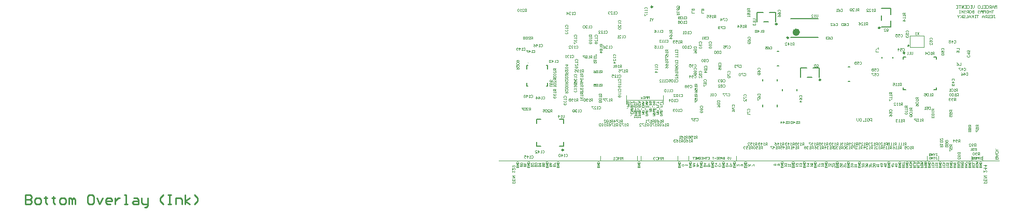
<source format=gbr>
G04 Layer_Color=32896*
%FSLAX24Y24*%
%MOIN*%
%TF.FileFunction,Legend,Bot*%
%TF.Part,Single*%
G01*
G75*
%TA.AperFunction,NonConductor*%
%ADD53C,0.0100*%
%ADD85C,0.0118*%
%ADD86C,0.0236*%
%ADD87C,0.0098*%
%ADD88C,0.0039*%
%ADD89C,0.0079*%
%ADD90C,0.0040*%
%ADD91C,0.0030*%
D53*
X-30400Y-600D02*
Y-1200D01*
X-30100D01*
X-30000Y-1100D01*
Y-1000D01*
X-30100Y-900D01*
X-30400D01*
X-30100D01*
X-30000Y-800D01*
Y-700D01*
X-30100Y-600D01*
X-30400D01*
X-29700Y-1200D02*
X-29500D01*
X-29400Y-1100D01*
Y-900D01*
X-29500Y-800D01*
X-29700D01*
X-29800Y-900D01*
Y-1100D01*
X-29700Y-1200D01*
X-29100Y-700D02*
Y-800D01*
X-29200D01*
X-29000D01*
X-29100D01*
Y-1100D01*
X-29000Y-1200D01*
X-28601Y-700D02*
Y-800D01*
X-28701D01*
X-28501D01*
X-28601D01*
Y-1100D01*
X-28501Y-1200D01*
X-28101D02*
X-27901D01*
X-27801Y-1100D01*
Y-900D01*
X-27901Y-800D01*
X-28101D01*
X-28201Y-900D01*
Y-1100D01*
X-28101Y-1200D01*
X-27601D02*
Y-800D01*
X-27501D01*
X-27401Y-900D01*
Y-1200D01*
Y-900D01*
X-27301Y-800D01*
X-27201Y-900D01*
Y-1200D01*
X-26101Y-600D02*
X-26301D01*
X-26401Y-700D01*
Y-1100D01*
X-26301Y-1200D01*
X-26101D01*
X-26001Y-1100D01*
Y-700D01*
X-26101Y-600D01*
X-25801Y-800D02*
X-25602Y-1200D01*
X-25402Y-800D01*
X-24902Y-1200D02*
X-25102D01*
X-25202Y-1100D01*
Y-900D01*
X-25102Y-800D01*
X-24902D01*
X-24802Y-900D01*
Y-1000D01*
X-25202D01*
X-24602Y-800D02*
Y-1200D01*
Y-1000D01*
X-24502Y-900D01*
X-24402Y-800D01*
X-24302D01*
X-24002Y-1200D02*
X-23802D01*
X-23902D01*
Y-600D01*
X-24002D01*
X-23402Y-800D02*
X-23202D01*
X-23102Y-900D01*
Y-1200D01*
X-23402D01*
X-23502Y-1100D01*
X-23402Y-1000D01*
X-23102D01*
X-22902Y-800D02*
Y-1100D01*
X-22802Y-1200D01*
X-22503D01*
Y-1300D01*
X-22603Y-1400D01*
X-22702D01*
X-22503Y-1200D02*
Y-800D01*
X-21503Y-1200D02*
X-21703Y-1000D01*
Y-800D01*
X-21503Y-600D01*
X-21203D02*
X-21003D01*
X-21103D01*
Y-1200D01*
X-21203D01*
X-21003D01*
X-20703D02*
Y-800D01*
X-20403D01*
X-20303Y-900D01*
Y-1200D01*
X-20103D02*
Y-600D01*
Y-1000D02*
X-19803Y-800D01*
X-20103Y-1000D02*
X-19803Y-1200D01*
X-19504D02*
X-19304Y-1000D01*
Y-800D01*
X-19504Y-600D01*
D85*
X26388Y8986D02*
G03*
X26388Y8986I-10J0D01*
G01*
D86*
X19291Y9852D02*
G03*
X19291Y9852I-118J0D01*
G01*
D87*
X18671Y9498D02*
G03*
X18671Y9498I-49J0D01*
G01*
X26152Y8524D02*
G03*
X26152Y8524I-49J0D01*
G01*
X9931Y11486D02*
G03*
X9931Y11486I-49J0D01*
G01*
X24560Y10137D02*
G03*
X24560Y10137I-49J0D01*
G01*
X17943Y10377D02*
G03*
X17943Y10377I-49J0D01*
G01*
X4206Y2278D02*
G03*
X4206Y2278I-49J0D01*
G01*
X20739Y6794D02*
G03*
X20739Y6794I-49J0D01*
G01*
D88*
X1933Y7874D02*
G03*
X1933Y7874I-20J0D01*
G01*
X26496Y8888D02*
Y9626D01*
X27382D01*
Y8888D02*
Y9626D01*
X26496Y8888D02*
X27382D01*
X9173Y1609D02*
Y1890D01*
X11535Y1609D02*
Y1890D01*
X8937Y1609D02*
Y1890D01*
X6575Y1609D02*
Y1890D01*
X50Y1605D02*
X32230D01*
X30433D02*
Y1890D01*
X31142Y1614D02*
Y1890D01*
X27598Y1605D02*
Y1880D01*
X28307Y1614D02*
Y1890D01*
X12244Y1609D02*
Y1890D01*
X15315Y1609D02*
Y1890D01*
X8250Y5500D02*
Y5780D01*
X10612Y5500D02*
Y5780D01*
X8250Y5500D02*
X10612D01*
Y5224D02*
Y5505D01*
X8250Y5224D02*
Y5505D01*
D89*
X18799Y10728D02*
X20571D01*
X18799Y9508D02*
X20571D01*
X26043Y8268D02*
X26201D01*
X26043Y8110D02*
Y8268D01*
Y6142D02*
Y6299D01*
Y6142D02*
X26201D01*
X28012D02*
X28169D01*
Y6299D01*
X28012Y8268D02*
X28169D01*
Y8110D02*
Y8268D01*
X25394Y8189D02*
Y8268D01*
X24685Y8189D02*
Y8268D01*
X3189Y7500D02*
Y7717D01*
Y6378D02*
Y6594D01*
X1850Y6378D02*
Y6594D01*
Y7500D02*
Y7717D01*
X1913D01*
X3126D02*
X3189D01*
X3126Y6378D02*
X3189D01*
X1850D02*
X1913D01*
X24661Y10637D02*
Y10937D01*
Y10187D02*
X25261D01*
Y10587D01*
Y10987D02*
Y11387D01*
X24661D02*
X25261D01*
X16644Y10527D02*
Y11127D01*
X17044D01*
X17444D02*
X17844D01*
Y10527D02*
Y11127D01*
X17094Y10527D02*
X17394D01*
X4216Y4000D02*
Y4266D01*
X3950D02*
X4216D01*
X2484Y4000D02*
Y4266D01*
X2750D01*
X2484Y2534D02*
Y2800D01*
Y2534D02*
X2750D01*
X4216D02*
Y2800D01*
X3950Y2534D02*
X4216D01*
X19889Y6944D02*
X20189D01*
X20639D02*
Y7544D01*
X20239D02*
X20639D01*
X19439D02*
X19839D01*
X19439Y6944D02*
Y7544D01*
X17933Y8622D02*
X18051D01*
X17933Y7677D02*
X18051D01*
X22500Y7638D02*
X22618D01*
X22500Y6693D02*
X22618D01*
X17953Y6713D02*
Y6831D01*
X17008Y6713D02*
Y6831D01*
X18268Y6083D02*
Y6201D01*
X19213Y6083D02*
Y6201D01*
X17008Y5069D02*
Y5187D01*
X17953Y5069D02*
Y5187D01*
D90*
X32053Y11399D02*
Y11579D01*
X31993Y11519D01*
X31933Y11579D01*
Y11399D01*
X31873D02*
Y11519D01*
X31813Y11579D01*
X31753Y11519D01*
Y11399D01*
Y11489D01*
X31873D01*
X31693Y11399D02*
Y11579D01*
X31603D01*
X31573Y11549D01*
Y11489D01*
X31603Y11459D01*
X31693D01*
X31633D02*
X31573Y11399D01*
X31393Y11549D02*
X31423Y11579D01*
X31483D01*
X31513Y11549D01*
Y11429D01*
X31483Y11399D01*
X31423D01*
X31393Y11429D01*
X31213Y11579D02*
X31333D01*
Y11399D01*
X31213D01*
X31333Y11489D02*
X31273D01*
X31153Y11579D02*
Y11399D01*
X31033D01*
X30883Y11579D02*
X30943D01*
X30973Y11549D01*
Y11429D01*
X30943Y11399D01*
X30883D01*
X30853Y11429D01*
Y11549D01*
X30883Y11579D01*
X30613D02*
Y11459D01*
X30553Y11399D01*
X30493Y11459D01*
Y11579D01*
X30433D02*
X30373D01*
X30403D01*
Y11399D01*
X30433D01*
X30373D01*
X30163Y11549D02*
X30193Y11579D01*
X30253D01*
X30283Y11549D01*
Y11429D01*
X30253Y11399D01*
X30193D01*
X30163Y11429D01*
X29983Y11579D02*
X30103D01*
Y11399D01*
X29983D01*
X30103Y11489D02*
X30043D01*
X29923Y11399D02*
Y11579D01*
X29803Y11399D01*
Y11579D01*
X29743D02*
X29623D01*
X29683D01*
Y11399D01*
X29443Y11579D02*
X29563D01*
Y11399D01*
X29443D01*
X29563Y11489D02*
X29503D01*
X31858Y11267D02*
X31738D01*
X31798D01*
Y11087D01*
X31678Y11267D02*
Y11087D01*
Y11177D01*
X31558D01*
Y11267D01*
Y11087D01*
X31408Y11267D02*
X31468D01*
X31498Y11237D01*
Y11117D01*
X31468Y11087D01*
X31408D01*
X31378Y11117D01*
Y11237D01*
X31408Y11267D01*
X31318Y11087D02*
Y11267D01*
X31258Y11207D01*
X31198Y11267D01*
Y11087D01*
X31138D02*
Y11207D01*
X31078Y11267D01*
X31018Y11207D01*
Y11087D01*
Y11177D01*
X31138D01*
X30838Y11237D02*
X30868Y11267D01*
X30928D01*
X30958Y11237D01*
Y11207D01*
X30928Y11177D01*
X30868D01*
X30838Y11147D01*
Y11117D01*
X30868Y11087D01*
X30928D01*
X30958Y11117D01*
X30478Y11237D02*
X30508Y11267D01*
X30568D01*
X30598Y11237D01*
Y11117D01*
X30568Y11087D01*
X30508D01*
X30478Y11117D01*
Y11177D01*
X30538D01*
X30328Y11267D02*
X30388D01*
X30418Y11237D01*
Y11117D01*
X30388Y11087D01*
X30328D01*
X30298Y11117D01*
Y11237D01*
X30328Y11267D01*
X30238Y11087D02*
Y11267D01*
X30148D01*
X30118Y11237D01*
Y11177D01*
X30148Y11147D01*
X30238D01*
X30178D02*
X30118Y11087D01*
X29938Y11237D02*
X29968Y11267D01*
X30028D01*
X30058Y11237D01*
Y11207D01*
X30028Y11177D01*
X29968D01*
X29938Y11147D01*
Y11117D01*
X29968Y11087D01*
X30028D01*
X30058Y11117D01*
X29878Y11267D02*
Y11087D01*
Y11147D01*
X29758Y11267D01*
X29848Y11177D01*
X29758Y11087D01*
X29698Y11267D02*
X29638D01*
X29668D01*
Y11087D01*
X29698D01*
X29638D01*
X31843Y10955D02*
X31903D01*
X31873D01*
Y10805D01*
X31903Y10775D01*
X31933D01*
X31963Y10805D01*
X31663Y10955D02*
X31783D01*
Y10775D01*
X31663D01*
X31783Y10865D02*
X31723D01*
X31483Y10925D02*
X31513Y10955D01*
X31573D01*
X31603Y10925D01*
Y10895D01*
X31573Y10865D01*
X31513D01*
X31483Y10835D01*
Y10805D01*
X31513Y10775D01*
X31573D01*
X31603Y10805D01*
X31423Y10775D02*
Y10955D01*
X31333D01*
X31303Y10925D01*
Y10865D01*
X31333Y10835D01*
X31423D01*
X31363D02*
X31303Y10775D01*
X31243D02*
Y10895D01*
X31183Y10955D01*
X31123Y10895D01*
Y10775D01*
Y10865D01*
X31243D01*
X30883Y10955D02*
X30763D01*
X30823D01*
Y10775D01*
X30703Y10955D02*
X30643D01*
X30673D01*
Y10775D01*
X30703D01*
X30643D01*
X30553Y10955D02*
Y10775D01*
Y10835D01*
X30433Y10955D01*
X30523Y10865D01*
X30433Y10775D01*
X30373D02*
Y10895D01*
X30313Y10955D01*
X30253Y10895D01*
Y10775D01*
Y10865D01*
X30373D01*
X30193Y10955D02*
Y10775D01*
X30073D01*
X29893Y10925D02*
X29923Y10955D01*
X29983D01*
X30013Y10925D01*
Y10895D01*
X29983Y10865D01*
X29923D01*
X29893Y10835D01*
Y10805D01*
X29923Y10775D01*
X29983D01*
X30013Y10805D01*
X29833Y10955D02*
Y10775D01*
Y10835D01*
X29713Y10955D01*
X29803Y10865D01*
X29713Y10775D01*
X29653Y10955D02*
Y10925D01*
X29593Y10865D01*
X29533Y10925D01*
Y10955D01*
X29593Y10865D02*
Y10775D01*
X24016Y4134D02*
Y4314D01*
X23926D01*
X23896Y4284D01*
Y4224D01*
X23926Y4194D01*
X24016D01*
X23716Y4284D02*
X23746Y4314D01*
X23806D01*
X23836Y4284D01*
Y4164D01*
X23806Y4134D01*
X23746D01*
X23716Y4164D01*
Y4224D01*
X23776D01*
X23656Y4134D02*
X23596D01*
X23626D01*
Y4314D01*
X23656Y4284D01*
X23506Y4134D02*
Y4164D01*
X23476D01*
Y4134D01*
X23506D01*
X23356Y4284D02*
X23326Y4314D01*
X23266D01*
X23236Y4284D01*
Y4164D01*
X23266Y4134D01*
X23326D01*
X23356Y4164D01*
Y4284D01*
X23176Y4314D02*
Y4194D01*
X23116Y4134D01*
X23056Y4194D01*
Y4314D01*
D91*
X27047Y9845D02*
X26941Y9685D01*
Y9845D02*
X27047Y9685D01*
X26887D02*
X26834D01*
X26861D01*
Y9845D01*
X26887Y9818D01*
X20551Y10987D02*
Y10853D01*
X20525Y10827D01*
X20471D01*
X20445Y10853D01*
Y10987D01*
X20391Y10827D02*
X20338D01*
X20365D01*
Y10987D01*
X20391Y10960D01*
X20151Y10827D02*
X20258D01*
X20151Y10933D01*
Y10960D01*
X20178Y10987D01*
X20231D01*
X20258Y10960D01*
X7913Y7598D02*
Y7758D01*
X7833D01*
X7807Y7732D01*
Y7678D01*
X7833Y7652D01*
X7913D01*
X7860D02*
X7807Y7598D01*
X7753D02*
X7700D01*
X7727D01*
Y7758D01*
X7753Y7732D01*
X7620D02*
X7593Y7758D01*
X7540D01*
X7514Y7732D01*
Y7705D01*
X7540Y7678D01*
X7514Y7652D01*
Y7625D01*
X7540Y7598D01*
X7593D01*
X7620Y7625D01*
Y7652D01*
X7593Y7678D01*
X7620Y7705D01*
Y7732D01*
X7593Y7678D02*
X7540D01*
X7460Y7598D02*
X7407D01*
X7434D01*
Y7758D01*
X7460Y7732D01*
X26654Y8585D02*
Y8452D01*
X26627Y8425D01*
X26574D01*
X26547Y8452D01*
Y8585D01*
X26494Y8425D02*
X26440D01*
X26467D01*
Y8585D01*
X26494Y8558D01*
X26360Y8425D02*
X26307D01*
X26334D01*
Y8585D01*
X26360Y8558D01*
X24451Y8583D02*
X24291D01*
Y8689D01*
X24451Y8743D02*
Y8849D01*
X24425D01*
X24318Y8743D01*
X24291D01*
X3467Y6378D02*
X3334D01*
X3307Y6405D01*
Y6458D01*
X3334Y6485D01*
X3467D01*
X3307Y6538D02*
Y6591D01*
Y6565D01*
X3467D01*
X3440Y6538D01*
X3467Y6778D02*
Y6671D01*
X3387D01*
X3414Y6725D01*
Y6751D01*
X3387Y6778D01*
X3334D01*
X3307Y6751D01*
Y6698D01*
X3334Y6671D01*
X4736Y8362D02*
X4763Y8388D01*
X4816D01*
X4843Y8362D01*
Y8255D01*
X4816Y8228D01*
X4763D01*
X4736Y8255D01*
X4683Y8228D02*
X4629D01*
X4656D01*
Y8388D01*
X4683Y8362D01*
X4549D02*
X4523Y8388D01*
X4469D01*
X4443Y8362D01*
Y8335D01*
X4469Y8308D01*
X4496D01*
X4469D01*
X4443Y8282D01*
Y8255D01*
X4469Y8228D01*
X4523D01*
X4549Y8255D01*
X4389Y8228D02*
X4336D01*
X4363D01*
Y8388D01*
X4389Y8362D01*
X9961Y10750D02*
Y10724D01*
X9907Y10671D01*
X9854Y10724D01*
Y10750D01*
X9907Y10671D02*
Y10591D01*
X9801D02*
X9747D01*
X9774D01*
Y10750D01*
X9801Y10724D01*
X25906Y6417D02*
Y6577D01*
X25826D01*
X25799Y6551D01*
Y6497D01*
X25826Y6471D01*
X25906D01*
X25852D02*
X25799Y6417D01*
X25746D02*
X25692D01*
X25719D01*
Y6577D01*
X25746Y6551D01*
X25612Y6417D02*
X25559D01*
X25586D01*
Y6577D01*
X25612Y6551D01*
X25372Y6577D02*
X25479D01*
Y6497D01*
X25426Y6524D01*
X25399D01*
X25372Y6497D01*
Y6444D01*
X25399Y6417D01*
X25452D01*
X25479Y6444D01*
X6024Y9685D02*
X5864D01*
Y9605D01*
X5890Y9578D01*
X5944D01*
X5970Y9605D01*
Y9685D01*
Y9632D02*
X6024Y9578D01*
Y9525D02*
Y9472D01*
Y9498D01*
X5864D01*
X5890Y9525D01*
Y9392D02*
X5864Y9365D01*
Y9312D01*
X5890Y9285D01*
X5917D01*
X5944Y9312D01*
X5970Y9285D01*
X5997D01*
X6024Y9312D01*
Y9365D01*
X5997Y9392D01*
X5970D01*
X5944Y9365D01*
X5917Y9392D01*
X5890D01*
X5944Y9365D02*
Y9312D01*
X5997Y9232D02*
X6024Y9205D01*
Y9152D01*
X5997Y9125D01*
X5890D01*
X5864Y9152D01*
Y9205D01*
X5890Y9232D01*
X5917D01*
X5944Y9205D01*
Y9125D01*
X7741Y6114D02*
X7714Y6140D01*
Y6194D01*
X7741Y6220D01*
X7847D01*
X7874Y6194D01*
Y6140D01*
X7847Y6114D01*
X7874Y6061D02*
Y6007D01*
Y6034D01*
X7714D01*
X7741Y6061D01*
X7874Y5927D02*
Y5874D01*
Y5901D01*
X7714D01*
X7741Y5927D01*
Y5794D02*
X7714Y5767D01*
Y5714D01*
X7741Y5687D01*
X7767D01*
X7794Y5714D01*
X7821Y5687D01*
X7847D01*
X7874Y5714D01*
Y5767D01*
X7847Y5794D01*
X7821D01*
X7794Y5767D01*
X7767Y5794D01*
X7741D01*
X7794Y5767D02*
Y5714D01*
X24972Y9948D02*
Y10055D01*
X24999Y10081D01*
X25052D01*
X25079Y10055D01*
Y9948D01*
X25052Y9921D01*
X24999D01*
X25025Y9975D02*
X24972Y9921D01*
X24999D02*
X24972Y9948D01*
X24812Y9921D02*
X24919D01*
X24812Y10028D01*
Y10055D01*
X24839Y10081D01*
X24892D01*
X24919Y10055D01*
X3701Y7520D02*
X3541D01*
Y7440D01*
X3568Y7413D01*
X3621D01*
X3647Y7440D01*
Y7520D01*
Y7466D02*
X3701Y7413D01*
Y7253D02*
Y7360D01*
X3594Y7253D01*
X3568D01*
X3541Y7280D01*
Y7333D01*
X3568Y7360D01*
Y7200D02*
X3541Y7173D01*
Y7120D01*
X3568Y7093D01*
X3674D01*
X3701Y7120D01*
Y7173D01*
X3674Y7200D01*
X3568D01*
Y7040D02*
X3541Y7013D01*
Y6960D01*
X3568Y6933D01*
X3594D01*
X3621Y6960D01*
Y6987D01*
Y6960D01*
X3647Y6933D01*
X3674D01*
X3701Y6960D01*
Y7013D01*
X3674Y7040D01*
X29173Y4843D02*
X29013D01*
Y4763D01*
X29040Y4736D01*
X29093D01*
X29120Y4763D01*
Y4843D01*
Y4789D02*
X29173Y4736D01*
X29147Y4683D02*
X29173Y4656D01*
Y4603D01*
X29147Y4576D01*
X29040D01*
X29013Y4603D01*
Y4656D01*
X29040Y4683D01*
X29067D01*
X29093Y4656D01*
Y4576D01*
X29013Y4416D02*
Y4523D01*
X29093D01*
X29067Y4469D01*
Y4443D01*
X29093Y4416D01*
X29147D01*
X29173Y4443D01*
Y4496D01*
X29147Y4523D01*
X24252Y11181D02*
Y11341D01*
X24172D01*
X24145Y11314D01*
Y11261D01*
X24172Y11234D01*
X24252D01*
X24199D02*
X24145Y11181D01*
X24092D02*
X24039D01*
X24065D01*
Y11341D01*
X24092Y11314D01*
X23852Y11181D02*
X23959D01*
X23852Y11288D01*
Y11314D01*
X23879Y11341D01*
X23932D01*
X23959Y11314D01*
X23692Y11181D02*
X23799D01*
X23692Y11288D01*
Y11314D01*
X23719Y11341D01*
X23772D01*
X23799Y11314D01*
X16375Y10709D02*
X16509D01*
X16535Y10682D01*
Y10629D01*
X16509Y10602D01*
X16375D01*
X16535Y10549D02*
Y10495D01*
Y10522D01*
X16375D01*
X16402Y10549D01*
Y10415D02*
X16375Y10389D01*
Y10335D01*
X16402Y10309D01*
X16429D01*
X16455Y10335D01*
Y10362D01*
Y10335D01*
X16482Y10309D01*
X16509D01*
X16535Y10335D01*
Y10389D01*
X16509Y10415D01*
X4252Y4530D02*
Y4397D01*
X4225Y4370D01*
X4172D01*
X4145Y4397D01*
Y4530D01*
X4092Y4370D02*
X4039D01*
X4065D01*
Y4530D01*
X4092Y4503D01*
X3879Y4370D02*
Y4530D01*
X3959Y4450D01*
X3852D01*
X30945Y1969D02*
Y2128D01*
X30865D01*
X30838Y2102D01*
Y2048D01*
X30865Y2022D01*
X30945D01*
X30892D02*
X30838Y1969D01*
X30785Y1995D02*
X30758Y1969D01*
X30705D01*
X30678Y1995D01*
Y2102D01*
X30705Y2128D01*
X30758D01*
X30785Y2102D01*
Y2075D01*
X30758Y2048D01*
X30678D01*
X30625Y2102D02*
X30598Y2128D01*
X30545D01*
X30518Y2102D01*
Y1995D01*
X30545Y1969D01*
X30598D01*
X30625Y1995D01*
Y2102D01*
X30748Y2244D02*
Y2404D01*
X30668D01*
X30641Y2377D01*
Y2324D01*
X30668Y2297D01*
X30748D01*
X30695D02*
X30641Y2244D01*
X30588Y2271D02*
X30561Y2244D01*
X30508D01*
X30481Y2271D01*
Y2377D01*
X30508Y2404D01*
X30561D01*
X30588Y2377D01*
Y2351D01*
X30561Y2324D01*
X30481D01*
X30428Y2244D02*
X30375D01*
X30401D01*
Y2404D01*
X30428Y2377D01*
X29724Y2126D02*
X29564D01*
Y2046D01*
X29591Y2019D01*
X29644D01*
X29671Y2046D01*
Y2126D01*
Y2073D02*
X29724Y2019D01*
X29698Y1966D02*
X29724Y1939D01*
Y1886D01*
X29698Y1859D01*
X29591D01*
X29564Y1886D01*
Y1939D01*
X29591Y1966D01*
X29618D01*
X29644Y1939D01*
Y1859D01*
X29591Y1806D02*
X29564Y1779D01*
Y1726D01*
X29591Y1699D01*
X29618D01*
X29644Y1726D01*
Y1753D01*
Y1726D01*
X29671Y1699D01*
X29698D01*
X29724Y1726D01*
Y1779D01*
X29698Y1806D01*
X29173Y2638D02*
X29013D01*
Y2558D01*
X29040Y2531D01*
X29093D01*
X29120Y2558D01*
Y2638D01*
Y2584D02*
X29173Y2531D01*
X29147Y2478D02*
X29173Y2451D01*
Y2398D01*
X29147Y2371D01*
X29040D01*
X29013Y2398D01*
Y2451D01*
X29040Y2478D01*
X29067D01*
X29093Y2451D01*
Y2371D01*
X29013Y2318D02*
Y2211D01*
X29040D01*
X29147Y2318D01*
X29173D01*
X30709Y2520D02*
Y2680D01*
X30629D01*
X30602Y2653D01*
Y2600D01*
X30629Y2573D01*
X30709D01*
X30655D02*
X30602Y2520D01*
X30549Y2546D02*
X30522Y2520D01*
X30469D01*
X30442Y2546D01*
Y2653D01*
X30469Y2680D01*
X30522D01*
X30549Y2653D01*
Y2626D01*
X30522Y2600D01*
X30442D01*
X30282Y2520D02*
X30389D01*
X30282Y2626D01*
Y2653D01*
X30309Y2680D01*
X30362D01*
X30389Y2653D01*
X29685Y2795D02*
Y2955D01*
X29605D01*
X29578Y2929D01*
Y2875D01*
X29605Y2849D01*
X29685D01*
X29632D02*
X29578Y2795D01*
X29525Y2822D02*
X29498Y2795D01*
X29445D01*
X29418Y2822D01*
Y2929D01*
X29445Y2955D01*
X29498D01*
X29525Y2929D01*
Y2902D01*
X29498Y2875D01*
X29418D01*
X29285Y2795D02*
Y2955D01*
X29365Y2875D01*
X29259D01*
X30866Y3898D02*
X30706D01*
Y3818D01*
X30733Y3791D01*
X30786D01*
X30813Y3818D01*
Y3898D01*
Y3844D02*
X30866Y3791D01*
X30733Y3738D02*
X30706Y3711D01*
Y3658D01*
X30733Y3631D01*
X30760D01*
X30786Y3658D01*
X30813Y3631D01*
X30839D01*
X30866Y3658D01*
Y3711D01*
X30839Y3738D01*
X30813D01*
X30786Y3711D01*
X30760Y3738D01*
X30733D01*
X30786Y3711D02*
Y3658D01*
X30706Y3578D02*
Y3471D01*
X30733D01*
X30839Y3578D01*
X30866D01*
X30394Y3898D02*
X30234D01*
Y3818D01*
X30260Y3791D01*
X30314D01*
X30340Y3818D01*
Y3898D01*
Y3844D02*
X30394Y3791D01*
X30260Y3738D02*
X30234Y3711D01*
Y3658D01*
X30260Y3631D01*
X30287D01*
X30314Y3658D01*
X30340Y3631D01*
X30367D01*
X30394Y3658D01*
Y3711D01*
X30367Y3738D01*
X30340D01*
X30314Y3711D01*
X30287Y3738D01*
X30260D01*
X30314Y3711D02*
Y3658D01*
X30260Y3578D02*
X30234Y3551D01*
Y3498D01*
X30260Y3471D01*
X30287D01*
X30314Y3498D01*
X30340Y3471D01*
X30367D01*
X30394Y3498D01*
Y3551D01*
X30367Y3578D01*
X30340D01*
X30314Y3551D01*
X30287Y3578D01*
X30260D01*
X30314Y3551D02*
Y3498D01*
X15945Y10157D02*
Y10317D01*
X15865D01*
X15838Y10291D01*
Y10237D01*
X15865Y10211D01*
X15945D01*
X15892D02*
X15838Y10157D01*
X15785D02*
X15732D01*
X15758D01*
Y10317D01*
X15785Y10291D01*
X15545Y10317D02*
X15652D01*
Y10237D01*
X15598Y10264D01*
X15572D01*
X15545Y10237D01*
Y10184D01*
X15572Y10157D01*
X15625D01*
X15652Y10184D01*
X15412Y10157D02*
Y10317D01*
X15492Y10237D01*
X15385D01*
X11181Y10000D02*
X11021D01*
Y9920D01*
X11048Y9893D01*
X11101D01*
X11128Y9920D01*
Y10000D01*
Y9947D02*
X11181Y9893D01*
Y9840D02*
Y9787D01*
Y9813D01*
X11021D01*
X11048Y9840D01*
X11021Y9600D02*
X11048Y9653D01*
X11101Y9707D01*
X11154D01*
X11181Y9680D01*
Y9627D01*
X11154Y9600D01*
X11128D01*
X11101Y9627D01*
Y9707D01*
X11181Y9467D02*
X11021D01*
X11101Y9547D01*
Y9440D01*
X11811Y9173D02*
Y9333D01*
X11731D01*
X11704Y9307D01*
Y9253D01*
X11731Y9227D01*
X11811D01*
X11758D02*
X11704Y9173D01*
X11651D02*
X11598D01*
X11624D01*
Y9333D01*
X11651Y9307D01*
X11411Y9333D02*
X11518D01*
Y9253D01*
X11464Y9280D01*
X11438D01*
X11411Y9253D01*
Y9200D01*
X11438Y9173D01*
X11491D01*
X11518Y9200D01*
X11358D02*
X11331Y9173D01*
X11278D01*
X11251Y9200D01*
Y9307D01*
X11278Y9333D01*
X11331D01*
X11358Y9307D01*
Y9280D01*
X11331Y9253D01*
X11251D01*
X23189Y11220D02*
Y11380D01*
X23109D01*
X23082Y11354D01*
Y11300D01*
X23109Y11274D01*
X23189D01*
X23136D02*
X23082Y11220D01*
X23029D02*
X22976D01*
X23002D01*
Y11380D01*
X23029Y11354D01*
X22789Y11220D02*
X22896D01*
X22789Y11327D01*
Y11354D01*
X22816Y11380D01*
X22869D01*
X22896Y11354D01*
X22736D02*
X22709Y11380D01*
X22656D01*
X22629Y11354D01*
Y11327D01*
X22656Y11300D01*
X22629Y11274D01*
Y11247D01*
X22656Y11220D01*
X22709D01*
X22736Y11247D01*
Y11274D01*
X22709Y11300D01*
X22736Y11327D01*
Y11354D01*
X22709Y11300D02*
X22656D01*
X23740Y10315D02*
Y10475D01*
X23660D01*
X23634Y10448D01*
Y10395D01*
X23660Y10368D01*
X23740D01*
X23687D02*
X23634Y10315D01*
X23580D02*
X23527D01*
X23554D01*
Y10475D01*
X23580Y10448D01*
X23340Y10315D02*
X23447D01*
X23340Y10422D01*
Y10448D01*
X23367Y10475D01*
X23420D01*
X23447Y10448D01*
X23180Y10475D02*
X23234Y10448D01*
X23287Y10395D01*
Y10342D01*
X23260Y10315D01*
X23207D01*
X23180Y10342D01*
Y10368D01*
X23207Y10395D01*
X23287D01*
X26181Y11102D02*
X26021D01*
Y11022D01*
X26048Y10996D01*
X26101D01*
X26128Y11022D01*
Y11102D01*
Y11049D02*
X26181Y10996D01*
Y10942D02*
Y10889D01*
Y10916D01*
X26021D01*
X26048Y10942D01*
X26181Y10809D02*
Y10756D01*
Y10782D01*
X26021D01*
X26048Y10809D01*
X26181Y10596D02*
X26021D01*
X26101Y10676D01*
Y10569D01*
X13976Y10787D02*
Y10947D01*
X13896D01*
X13870Y10921D01*
Y10867D01*
X13896Y10841D01*
X13976D01*
X13923D02*
X13870Y10787D01*
X13816D02*
X13763D01*
X13790D01*
Y10947D01*
X13816Y10921D01*
X13577Y10947D02*
X13683D01*
Y10867D01*
X13630Y10894D01*
X13603D01*
X13577Y10867D01*
Y10814D01*
X13603Y10787D01*
X13656D01*
X13683Y10814D01*
X13417Y10947D02*
X13523D01*
Y10867D01*
X13470Y10894D01*
X13443D01*
X13417Y10867D01*
Y10814D01*
X13443Y10787D01*
X13497D01*
X13523Y10814D01*
X11496Y10984D02*
X11656D01*
Y11064D01*
X11629Y11091D01*
X11576D01*
X11549Y11064D01*
Y10984D01*
Y11038D02*
X11496Y11091D01*
Y11144D02*
Y11198D01*
Y11171D01*
X11656D01*
X11629Y11144D01*
X11656Y11384D02*
X11629Y11331D01*
X11576Y11277D01*
X11523D01*
X11496Y11304D01*
Y11357D01*
X11523Y11384D01*
X11549D01*
X11576Y11357D01*
Y11277D01*
X11656Y11544D02*
Y11437D01*
X11576D01*
X11603Y11491D01*
Y11517D01*
X11576Y11544D01*
X11523D01*
X11496Y11517D01*
Y11464D01*
X11523Y11437D01*
X16181Y11378D02*
X16021D01*
Y11298D01*
X16048Y11271D01*
X16101D01*
X16128Y11298D01*
Y11378D01*
Y11325D02*
X16181Y11271D01*
Y11218D02*
Y11165D01*
Y11191D01*
X16021D01*
X16048Y11218D01*
X16021Y10978D02*
Y11085D01*
X16101D01*
X16074Y11031D01*
Y11005D01*
X16101Y10978D01*
X16154D01*
X16181Y11005D01*
Y11058D01*
X16154Y11085D01*
X16181Y10925D02*
Y10871D01*
Y10898D01*
X16021D01*
X16048Y10925D01*
X25591Y2598D02*
Y2758D01*
X25511D01*
X25484Y2732D01*
Y2678D01*
X25511Y2652D01*
X25591D01*
X25537D02*
X25484Y2598D01*
X25431D02*
X25377D01*
X25404D01*
Y2758D01*
X25431Y2732D01*
X25297Y2598D02*
X25244D01*
X25271D01*
Y2758D01*
X25297Y2732D01*
X25164D02*
X25137Y2758D01*
X25084D01*
X25057Y2732D01*
Y2705D01*
X25084Y2678D01*
X25057Y2652D01*
Y2625D01*
X25084Y2598D01*
X25137D01*
X25164Y2625D01*
Y2652D01*
X25137Y2678D01*
X25164Y2705D01*
Y2732D01*
X25137Y2678D02*
X25084D01*
X25276Y2362D02*
Y2522D01*
X25196D01*
X25169Y2495D01*
Y2442D01*
X25196Y2416D01*
X25276D01*
X25222D02*
X25169Y2362D01*
X25116D02*
X25062D01*
X25089D01*
Y2522D01*
X25116Y2495D01*
X24982Y2362D02*
X24929D01*
X24956D01*
Y2522D01*
X24982Y2495D01*
X24849Y2389D02*
X24822Y2362D01*
X24769D01*
X24742Y2389D01*
Y2495D01*
X24769Y2522D01*
X24822D01*
X24849Y2495D01*
Y2469D01*
X24822Y2442D01*
X24742D01*
X25000Y2598D02*
Y2758D01*
X24920D01*
X24893Y2732D01*
Y2678D01*
X24920Y2652D01*
X25000D01*
X24947D02*
X24893Y2598D01*
X24840D02*
X24787D01*
X24813D01*
Y2758D01*
X24840Y2732D01*
X24600Y2598D02*
X24707D01*
X24600Y2705D01*
Y2732D01*
X24627Y2758D01*
X24680D01*
X24707Y2732D01*
X24547D02*
X24520Y2758D01*
X24467D01*
X24440Y2732D01*
Y2625D01*
X24467Y2598D01*
X24520D01*
X24547Y2625D01*
Y2732D01*
X24685Y2362D02*
Y2522D01*
X24605D01*
X24578Y2495D01*
Y2442D01*
X24605Y2416D01*
X24685D01*
X24632D02*
X24578Y2362D01*
X24525D02*
X24472D01*
X24498D01*
Y2522D01*
X24525Y2495D01*
X24285Y2362D02*
X24392D01*
X24285Y2469D01*
Y2495D01*
X24312Y2522D01*
X24365D01*
X24392Y2495D01*
X24232Y2362D02*
X24179D01*
X24205D01*
Y2522D01*
X24232Y2495D01*
X24370Y2598D02*
Y2758D01*
X24290D01*
X24263Y2732D01*
Y2678D01*
X24290Y2652D01*
X24370D01*
X24317D02*
X24263Y2598D01*
X24210D02*
X24157D01*
X24183D01*
Y2758D01*
X24210Y2732D01*
X23970Y2598D02*
X24077D01*
X23970Y2705D01*
Y2732D01*
X23997Y2758D01*
X24050D01*
X24077Y2732D01*
X23917D02*
X23890Y2758D01*
X23837D01*
X23810Y2732D01*
Y2705D01*
X23837Y2678D01*
X23864D01*
X23837D01*
X23810Y2652D01*
Y2625D01*
X23837Y2598D01*
X23890D01*
X23917Y2625D01*
X24055Y2362D02*
Y2522D01*
X23975D01*
X23948Y2495D01*
Y2442D01*
X23975Y2416D01*
X24055D01*
X24002D02*
X23948Y2362D01*
X23895D02*
X23842D01*
X23869D01*
Y2522D01*
X23895Y2495D01*
X23655Y2362D02*
X23762D01*
X23655Y2469D01*
Y2495D01*
X23682Y2522D01*
X23735D01*
X23762Y2495D01*
X23522Y2362D02*
Y2522D01*
X23602Y2442D01*
X23495D01*
X23740Y2598D02*
Y2758D01*
X23660D01*
X23634Y2732D01*
Y2678D01*
X23660Y2652D01*
X23740D01*
X23687D02*
X23634Y2598D01*
X23580D02*
X23527D01*
X23554D01*
Y2758D01*
X23580Y2732D01*
X23340Y2598D02*
X23447D01*
X23340Y2705D01*
Y2732D01*
X23367Y2758D01*
X23420D01*
X23447Y2732D01*
X23180Y2758D02*
X23287D01*
Y2678D01*
X23234Y2705D01*
X23207D01*
X23180Y2678D01*
Y2625D01*
X23207Y2598D01*
X23260D01*
X23287Y2625D01*
X23386Y2362D02*
Y2522D01*
X23306D01*
X23279Y2495D01*
Y2442D01*
X23306Y2416D01*
X23386D01*
X23333D02*
X23279Y2362D01*
X23226D02*
X23173D01*
X23199D01*
Y2522D01*
X23226Y2495D01*
X22986Y2362D02*
X23093D01*
X22986Y2469D01*
Y2495D01*
X23013Y2522D01*
X23066D01*
X23093Y2495D01*
X22933Y2522D02*
X22826D01*
Y2495D01*
X22933Y2389D01*
Y2362D01*
X23110Y2598D02*
Y2758D01*
X23030D01*
X23004Y2732D01*
Y2678D01*
X23030Y2652D01*
X23110D01*
X23057D02*
X23004Y2598D01*
X22950D02*
X22897D01*
X22924D01*
Y2758D01*
X22950Y2732D01*
X22710Y2598D02*
X22817D01*
X22710Y2705D01*
Y2732D01*
X22737Y2758D01*
X22790D01*
X22817Y2732D01*
X22657Y2625D02*
X22630Y2598D01*
X22577D01*
X22550Y2625D01*
Y2732D01*
X22577Y2758D01*
X22630D01*
X22657Y2732D01*
Y2705D01*
X22630Y2678D01*
X22550D01*
X22756Y2362D02*
Y2522D01*
X22676D01*
X22649Y2495D01*
Y2442D01*
X22676Y2416D01*
X22756D01*
X22703D02*
X22649Y2362D01*
X22596D02*
X22543D01*
X22569D01*
Y2522D01*
X22596Y2495D01*
X22463D02*
X22436Y2522D01*
X22383D01*
X22356Y2495D01*
Y2469D01*
X22383Y2442D01*
X22409D01*
X22383D01*
X22356Y2416D01*
Y2389D01*
X22383Y2362D01*
X22436D01*
X22463Y2389D01*
X22303Y2495D02*
X22276Y2522D01*
X22223D01*
X22196Y2495D01*
Y2389D01*
X22223Y2362D01*
X22276D01*
X22303Y2389D01*
Y2495D01*
X22480Y2598D02*
Y2758D01*
X22400D01*
X22374Y2732D01*
Y2678D01*
X22400Y2652D01*
X22480D01*
X22427D02*
X22374Y2598D01*
X22320D02*
X22267D01*
X22294D01*
Y2758D01*
X22320Y2732D01*
X22187D02*
X22160Y2758D01*
X22107D01*
X22080Y2732D01*
Y2705D01*
X22107Y2678D01*
X22134D01*
X22107D01*
X22080Y2652D01*
Y2625D01*
X22107Y2598D01*
X22160D01*
X22187Y2625D01*
X22027Y2598D02*
X21974D01*
X22000D01*
Y2758D01*
X22027Y2732D01*
X22126Y2362D02*
Y2522D01*
X22046D01*
X22019Y2495D01*
Y2442D01*
X22046Y2416D01*
X22126D01*
X22073D02*
X22019Y2362D01*
X21966D02*
X21913D01*
X21939D01*
Y2522D01*
X21966Y2495D01*
X21833D02*
X21806Y2522D01*
X21753D01*
X21726Y2495D01*
Y2469D01*
X21753Y2442D01*
X21779D01*
X21753D01*
X21726Y2416D01*
Y2389D01*
X21753Y2362D01*
X21806D01*
X21833Y2389D01*
X21566Y2362D02*
X21673D01*
X21566Y2469D01*
Y2495D01*
X21593Y2522D01*
X21646D01*
X21673Y2495D01*
X21850Y2598D02*
Y2758D01*
X21770D01*
X21744Y2732D01*
Y2678D01*
X21770Y2652D01*
X21850D01*
X21797D02*
X21744Y2598D01*
X21690D02*
X21637D01*
X21664D01*
Y2758D01*
X21690Y2732D01*
X21557D02*
X21530Y2758D01*
X21477D01*
X21451Y2732D01*
Y2705D01*
X21477Y2678D01*
X21504D01*
X21477D01*
X21451Y2652D01*
Y2625D01*
X21477Y2598D01*
X21530D01*
X21557Y2625D01*
X21397Y2732D02*
X21371Y2758D01*
X21317D01*
X21291Y2732D01*
Y2705D01*
X21317Y2678D01*
X21344D01*
X21317D01*
X21291Y2652D01*
Y2625D01*
X21317Y2598D01*
X21371D01*
X21397Y2625D01*
X21535Y2362D02*
Y2522D01*
X21455D01*
X21429Y2495D01*
Y2442D01*
X21455Y2416D01*
X21535D01*
X21482D02*
X21429Y2362D01*
X21375D02*
X21322D01*
X21349D01*
Y2522D01*
X21375Y2495D01*
X21242D02*
X21216Y2522D01*
X21162D01*
X21136Y2495D01*
Y2469D01*
X21162Y2442D01*
X21189D01*
X21162D01*
X21136Y2416D01*
Y2389D01*
X21162Y2362D01*
X21216D01*
X21242Y2389D01*
X21002Y2362D02*
Y2522D01*
X21082Y2442D01*
X20976D01*
X21181Y2598D02*
Y2758D01*
X21101D01*
X21074Y2732D01*
Y2678D01*
X21101Y2652D01*
X21181D01*
X21128D02*
X21074Y2598D01*
X21021D02*
X20968D01*
X20995D01*
Y2758D01*
X21021Y2732D01*
X20888D02*
X20861Y2758D01*
X20808D01*
X20781Y2732D01*
Y2705D01*
X20808Y2678D01*
X20835D01*
X20808D01*
X20781Y2652D01*
Y2625D01*
X20808Y2598D01*
X20861D01*
X20888Y2625D01*
X20621Y2758D02*
X20728D01*
Y2678D01*
X20675Y2705D01*
X20648D01*
X20621Y2678D01*
Y2625D01*
X20648Y2598D01*
X20701D01*
X20728Y2625D01*
X20906Y2362D02*
Y2522D01*
X20826D01*
X20799Y2495D01*
Y2442D01*
X20826Y2416D01*
X20906D01*
X20852D02*
X20799Y2362D01*
X20746D02*
X20692D01*
X20719D01*
Y2522D01*
X20746Y2495D01*
X20612D02*
X20586Y2522D01*
X20532D01*
X20506Y2495D01*
Y2469D01*
X20532Y2442D01*
X20559D01*
X20532D01*
X20506Y2416D01*
Y2389D01*
X20532Y2362D01*
X20586D01*
X20612Y2389D01*
X20346Y2522D02*
X20399Y2495D01*
X20452Y2442D01*
Y2389D01*
X20426Y2362D01*
X20372D01*
X20346Y2389D01*
Y2416D01*
X20372Y2442D01*
X20452D01*
X20551Y2598D02*
Y2758D01*
X20471D01*
X20445Y2732D01*
Y2678D01*
X20471Y2652D01*
X20551D01*
X20498D02*
X20445Y2598D01*
X20391D02*
X20338D01*
X20365D01*
Y2758D01*
X20391Y2732D01*
X20258D02*
X20231Y2758D01*
X20178D01*
X20151Y2732D01*
Y2705D01*
X20178Y2678D01*
X20205D01*
X20178D01*
X20151Y2652D01*
Y2625D01*
X20178Y2598D01*
X20231D01*
X20258Y2625D01*
X20098Y2758D02*
X19991D01*
Y2732D01*
X20098Y2625D01*
Y2598D01*
X20236Y2362D02*
Y2522D01*
X20156D01*
X20130Y2495D01*
Y2442D01*
X20156Y2416D01*
X20236D01*
X20183D02*
X20130Y2362D01*
X20076D02*
X20023D01*
X20050D01*
Y2522D01*
X20076Y2495D01*
X19943D02*
X19916Y2522D01*
X19863D01*
X19836Y2495D01*
Y2469D01*
X19863Y2442D01*
X19890D01*
X19863D01*
X19836Y2416D01*
Y2389D01*
X19863Y2362D01*
X19916D01*
X19943Y2389D01*
X19783Y2495D02*
X19756Y2522D01*
X19703D01*
X19676Y2495D01*
Y2469D01*
X19703Y2442D01*
X19676Y2416D01*
Y2389D01*
X19703Y2362D01*
X19756D01*
X19783Y2389D01*
Y2416D01*
X19756Y2442D01*
X19783Y2469D01*
Y2495D01*
X19756Y2442D02*
X19703D01*
X26693Y2362D02*
Y2522D01*
X26613D01*
X26586Y2495D01*
Y2442D01*
X26613Y2416D01*
X26693D01*
X26640D02*
X26586Y2362D01*
X26533D02*
X26480D01*
X26506D01*
Y2522D01*
X26533Y2495D01*
X26400D02*
X26373Y2522D01*
X26320D01*
X26293Y2495D01*
Y2389D01*
X26320Y2362D01*
X26373D01*
X26400Y2389D01*
Y2495D01*
X26240Y2389D02*
X26213Y2362D01*
X26160D01*
X26133Y2389D01*
Y2495D01*
X26160Y2522D01*
X26213D01*
X26240Y2495D01*
Y2469D01*
X26213Y2442D01*
X26133D01*
X17087Y9843D02*
Y10002D01*
X17007D01*
X16980Y9976D01*
Y9922D01*
X17007Y9896D01*
X17087D01*
X17033D02*
X16980Y9843D01*
X16927D02*
X16873D01*
X16900D01*
Y10002D01*
X16927Y9976D01*
X16713Y9843D02*
Y10002D01*
X16793Y9922D01*
X16687D01*
X16633Y9976D02*
X16607Y10002D01*
X16553D01*
X16527Y9976D01*
Y9949D01*
X16553Y9922D01*
X16527Y9896D01*
Y9869D01*
X16553Y9843D01*
X16607D01*
X16633Y9869D01*
Y9896D01*
X16607Y9922D01*
X16633Y9949D01*
Y9976D01*
X16607Y9922D02*
X16553D01*
X19331Y2362D02*
Y2522D01*
X19251D01*
X19224Y2495D01*
Y2442D01*
X19251Y2416D01*
X19331D01*
X19277D02*
X19224Y2362D01*
X19171D02*
X19117D01*
X19144D01*
Y2522D01*
X19171Y2495D01*
X18958Y2362D02*
Y2522D01*
X19037Y2442D01*
X18931D01*
X18878Y2362D02*
X18824D01*
X18851D01*
Y2522D01*
X18878Y2495D01*
X19016Y2598D02*
Y2758D01*
X18936D01*
X18909Y2732D01*
Y2678D01*
X18936Y2652D01*
X19016D01*
X18962D02*
X18909Y2598D01*
X18856D02*
X18802D01*
X18829D01*
Y2758D01*
X18856Y2732D01*
X18643Y2598D02*
Y2758D01*
X18723Y2678D01*
X18616D01*
X18563Y2732D02*
X18536Y2758D01*
X18483D01*
X18456Y2732D01*
Y2705D01*
X18483Y2678D01*
X18509D01*
X18483D01*
X18456Y2652D01*
Y2625D01*
X18483Y2598D01*
X18536D01*
X18563Y2625D01*
X18701Y2362D02*
Y2522D01*
X18621D01*
X18594Y2495D01*
Y2442D01*
X18621Y2416D01*
X18701D01*
X18647D02*
X18594Y2362D01*
X18541D02*
X18488D01*
X18514D01*
Y2522D01*
X18541Y2495D01*
X18328Y2362D02*
Y2522D01*
X18408Y2442D01*
X18301D01*
X18141Y2522D02*
X18248D01*
Y2442D01*
X18194Y2469D01*
X18168D01*
X18141Y2442D01*
Y2389D01*
X18168Y2362D01*
X18221D01*
X18248Y2389D01*
X18346Y2598D02*
Y2758D01*
X18266D01*
X18240Y2732D01*
Y2678D01*
X18266Y2652D01*
X18346D01*
X18293D02*
X18240Y2598D01*
X18187D02*
X18133D01*
X18160D01*
Y2758D01*
X18187Y2732D01*
X17973Y2598D02*
Y2758D01*
X18053Y2678D01*
X17947D01*
X17787Y2758D02*
X17840Y2732D01*
X17893Y2678D01*
Y2625D01*
X17867Y2598D01*
X17813D01*
X17787Y2625D01*
Y2652D01*
X17813Y2678D01*
X17893D01*
X18071Y2362D02*
Y2522D01*
X17991D01*
X17964Y2495D01*
Y2442D01*
X17991Y2416D01*
X18071D01*
X18018D02*
X17964Y2362D01*
X17911D02*
X17858D01*
X17884D01*
Y2522D01*
X17911Y2495D01*
X17698Y2362D02*
Y2522D01*
X17778Y2442D01*
X17671D01*
X17618Y2522D02*
X17511D01*
Y2495D01*
X17618Y2389D01*
Y2362D01*
X17283Y2598D02*
Y2758D01*
X17203D01*
X17177Y2732D01*
Y2678D01*
X17203Y2652D01*
X17283D01*
X17230D02*
X17177Y2598D01*
X17124D02*
X17070D01*
X17097D01*
Y2758D01*
X17124Y2732D01*
X16910Y2598D02*
Y2758D01*
X16990Y2678D01*
X16884D01*
X16830Y2625D02*
X16804Y2598D01*
X16750D01*
X16724Y2625D01*
Y2732D01*
X16750Y2758D01*
X16804D01*
X16830Y2732D01*
Y2705D01*
X16804Y2678D01*
X16724D01*
X16968Y2362D02*
Y2522D01*
X16889D01*
X16862Y2495D01*
Y2442D01*
X16889Y2416D01*
X16968D01*
X16915D02*
X16862Y2362D01*
X16809D02*
X16755D01*
X16782D01*
Y2522D01*
X16809Y2495D01*
X16569Y2522D02*
X16675D01*
Y2442D01*
X16622Y2469D01*
X16595D01*
X16569Y2442D01*
Y2389D01*
X16595Y2362D01*
X16649D01*
X16675Y2389D01*
X16515Y2495D02*
X16489Y2522D01*
X16435D01*
X16409Y2495D01*
Y2389D01*
X16435Y2362D01*
X16489D01*
X16515Y2389D01*
Y2495D01*
X16614Y2598D02*
Y2758D01*
X16534D01*
X16508Y2732D01*
Y2678D01*
X16534Y2652D01*
X16614D01*
X16561D02*
X16508Y2598D01*
X16454D02*
X16401D01*
X16428D01*
Y2758D01*
X16454Y2732D01*
X16214Y2758D02*
X16321D01*
Y2678D01*
X16268Y2705D01*
X16241D01*
X16214Y2678D01*
Y2625D01*
X16241Y2598D01*
X16294D01*
X16321Y2625D01*
X16054Y2598D02*
X16161D01*
X16054Y2705D01*
Y2732D01*
X16081Y2758D01*
X16134D01*
X16161Y2732D01*
X16339Y2362D02*
Y2522D01*
X16259D01*
X16232Y2495D01*
Y2442D01*
X16259Y2416D01*
X16339D01*
X16285D02*
X16232Y2362D01*
X16179D02*
X16125D01*
X16152D01*
Y2522D01*
X16179Y2495D01*
X15939Y2522D02*
X16045D01*
Y2442D01*
X15992Y2469D01*
X15965D01*
X15939Y2442D01*
Y2389D01*
X15965Y2362D01*
X16019D01*
X16045Y2389D01*
X15885Y2495D02*
X15859Y2522D01*
X15805D01*
X15779Y2495D01*
Y2469D01*
X15805Y2442D01*
X15832D01*
X15805D01*
X15779Y2416D01*
Y2389D01*
X15805Y2362D01*
X15859D01*
X15885Y2389D01*
X10630Y4055D02*
Y4215D01*
X10550D01*
X10523Y4188D01*
Y4135D01*
X10550Y4108D01*
X10630D01*
X10577D02*
X10523Y4055D01*
X10470D02*
X10417D01*
X10443D01*
Y4215D01*
X10470Y4188D01*
X10230Y4215D02*
X10283Y4188D01*
X10337Y4135D01*
Y4082D01*
X10310Y4055D01*
X10257D01*
X10230Y4082D01*
Y4108D01*
X10257Y4135D01*
X10337D01*
X10177Y4082D02*
X10150Y4055D01*
X10097D01*
X10070Y4082D01*
Y4188D01*
X10097Y4215D01*
X10150D01*
X10177Y4188D01*
Y4162D01*
X10150Y4135D01*
X10070D01*
X10315Y3819D02*
Y3979D01*
X10235D01*
X10208Y3952D01*
Y3899D01*
X10235Y3872D01*
X10315D01*
X10262D02*
X10208Y3819D01*
X10155D02*
X10102D01*
X10128D01*
Y3979D01*
X10155Y3952D01*
X10022Y3979D02*
X9915D01*
Y3952D01*
X10022Y3846D01*
Y3819D01*
X9862Y3952D02*
X9835Y3979D01*
X9782D01*
X9755Y3952D01*
Y3846D01*
X9782Y3819D01*
X9835D01*
X9862Y3846D01*
Y3952D01*
X10000Y4055D02*
Y4215D01*
X9920D01*
X9893Y4188D01*
Y4135D01*
X9920Y4108D01*
X10000D01*
X9947D02*
X9893Y4055D01*
X9840D02*
X9787D01*
X9813D01*
Y4215D01*
X9840Y4188D01*
X9707Y4215D02*
X9600D01*
Y4188D01*
X9707Y4082D01*
Y4055D01*
X9547D02*
X9493D01*
X9520D01*
Y4215D01*
X9547Y4188D01*
X9646Y3819D02*
Y3979D01*
X9566D01*
X9539Y3952D01*
Y3899D01*
X9566Y3872D01*
X9646D01*
X9592D02*
X9539Y3819D01*
X9486D02*
X9432D01*
X9459D01*
Y3979D01*
X9486Y3952D01*
X9352Y3979D02*
X9246D01*
Y3952D01*
X9352Y3846D01*
Y3819D01*
X9086D02*
X9192D01*
X9086Y3926D01*
Y3952D01*
X9113Y3979D01*
X9166D01*
X9192Y3952D01*
X19646Y2598D02*
Y2758D01*
X19566D01*
X19539Y2732D01*
Y2678D01*
X19566Y2652D01*
X19646D01*
X19592D02*
X19539Y2598D01*
X19486D02*
X19432D01*
X19459D01*
Y2758D01*
X19486Y2732D01*
X19352D02*
X19326Y2758D01*
X19272D01*
X19246Y2732D01*
Y2705D01*
X19272Y2678D01*
X19299D01*
X19272D01*
X19246Y2652D01*
Y2625D01*
X19272Y2598D01*
X19326D01*
X19352Y2625D01*
X19192D02*
X19166Y2598D01*
X19113D01*
X19086Y2625D01*
Y2732D01*
X19113Y2758D01*
X19166D01*
X19192Y2732D01*
Y2705D01*
X19166Y2678D01*
X19086D01*
X8346Y3819D02*
Y3979D01*
X8266D01*
X8240Y3952D01*
Y3899D01*
X8266Y3872D01*
X8346D01*
X8293D02*
X8240Y3819D01*
X8187D02*
X8133D01*
X8160D01*
Y3979D01*
X8187Y3952D01*
X8053Y3979D02*
X7947D01*
Y3952D01*
X8053Y3846D01*
Y3819D01*
X7893Y3952D02*
X7867Y3979D01*
X7813D01*
X7787Y3952D01*
Y3926D01*
X7813Y3899D01*
X7840D01*
X7813D01*
X7787Y3872D01*
Y3846D01*
X7813Y3819D01*
X7867D01*
X7893Y3846D01*
X7992Y4055D02*
Y4215D01*
X7912D01*
X7885Y4188D01*
Y4135D01*
X7912Y4108D01*
X7992D01*
X7939D02*
X7885Y4055D01*
X7832D02*
X7779D01*
X7806D01*
Y4215D01*
X7832Y4188D01*
X7699Y4215D02*
X7592D01*
Y4188D01*
X7699Y4082D01*
Y4055D01*
X7459D02*
Y4215D01*
X7539Y4135D01*
X7432D01*
X7677Y3819D02*
Y3979D01*
X7597D01*
X7571Y3952D01*
Y3899D01*
X7597Y3872D01*
X7677D01*
X7624D02*
X7571Y3819D01*
X7517D02*
X7464D01*
X7491D01*
Y3979D01*
X7517Y3952D01*
X7384Y3979D02*
X7277D01*
Y3952D01*
X7384Y3846D01*
Y3819D01*
X7117Y3979D02*
X7171Y3952D01*
X7224Y3899D01*
Y3846D01*
X7197Y3819D01*
X7144D01*
X7117Y3846D01*
Y3872D01*
X7144Y3899D01*
X7224D01*
X7362Y4055D02*
Y4215D01*
X7282D01*
X7256Y4188D01*
Y4135D01*
X7282Y4108D01*
X7362D01*
X7309D02*
X7256Y4055D01*
X7202D02*
X7149D01*
X7176D01*
Y4215D01*
X7202Y4188D01*
X7069D02*
X7042Y4215D01*
X6989D01*
X6962Y4188D01*
Y4162D01*
X6989Y4135D01*
X6962Y4108D01*
Y4082D01*
X6989Y4055D01*
X7042D01*
X7069Y4082D01*
Y4108D01*
X7042Y4135D01*
X7069Y4162D01*
Y4188D01*
X7042Y4135D02*
X6989D01*
X6802Y4055D02*
X6909D01*
X6802Y4162D01*
Y4188D01*
X6829Y4215D01*
X6882D01*
X6909Y4188D01*
X7047Y3819D02*
Y3979D01*
X6967D01*
X6941Y3952D01*
Y3899D01*
X6967Y3872D01*
X7047D01*
X6994D02*
X6941Y3819D01*
X6887D02*
X6834D01*
X6861D01*
Y3979D01*
X6887Y3952D01*
X6754D02*
X6727Y3979D01*
X6674D01*
X6647Y3952D01*
Y3926D01*
X6674Y3899D01*
X6647Y3872D01*
Y3846D01*
X6674Y3819D01*
X6727D01*
X6754Y3846D01*
Y3872D01*
X6727Y3899D01*
X6754Y3926D01*
Y3952D01*
X6727Y3899D02*
X6674D01*
X6594Y3952D02*
X6567Y3979D01*
X6514D01*
X6487Y3952D01*
Y3926D01*
X6514Y3899D01*
X6541D01*
X6514D01*
X6487Y3872D01*
Y3846D01*
X6514Y3819D01*
X6567D01*
X6594Y3846D01*
X1811Y11181D02*
Y11341D01*
X1731D01*
X1704Y11314D01*
Y11261D01*
X1731Y11234D01*
X1811D01*
X1758D02*
X1704Y11181D01*
X1544D02*
X1651D01*
X1544Y11288D01*
Y11314D01*
X1571Y11341D01*
X1624D01*
X1651Y11314D01*
X1491Y11181D02*
X1438D01*
X1464D01*
Y11341D01*
X1491Y11314D01*
X1358D02*
X1331Y11341D01*
X1278D01*
X1251Y11314D01*
Y11208D01*
X1278Y11181D01*
X1331D01*
X1358Y11208D01*
Y11314D01*
X2205Y9409D02*
Y9569D01*
X2125D01*
X2098Y9543D01*
Y9489D01*
X2125Y9463D01*
X2205D01*
X2151D02*
X2098Y9409D01*
X1938D02*
X2045D01*
X1938Y9516D01*
Y9543D01*
X1965Y9569D01*
X2018D01*
X2045Y9543D01*
X1885D02*
X1858Y9569D01*
X1805D01*
X1778Y9543D01*
Y9436D01*
X1805Y9409D01*
X1858D01*
X1885Y9436D01*
Y9543D01*
X1725D02*
X1698Y9569D01*
X1645D01*
X1618Y9543D01*
Y9516D01*
X1645Y9489D01*
X1618Y9463D01*
Y9436D01*
X1645Y9409D01*
X1698D01*
X1725Y9436D01*
Y9463D01*
X1698Y9489D01*
X1725Y9516D01*
Y9543D01*
X1698Y9489D02*
X1645D01*
X18701Y3976D02*
Y4136D01*
X18621D01*
X18594Y4110D01*
Y4056D01*
X18621Y4030D01*
X18701D01*
X18647D02*
X18594Y3976D01*
X18541D02*
X18488D01*
X18514D01*
Y4136D01*
X18541Y4110D01*
X18328Y3976D02*
Y4136D01*
X18408Y4056D01*
X18301D01*
X18168Y3976D02*
Y4136D01*
X18248Y4056D01*
X18141D01*
X19370Y3976D02*
Y4136D01*
X19290D01*
X19263Y4110D01*
Y4056D01*
X19290Y4030D01*
X19370D01*
X19317D02*
X19263Y3976D01*
X19210D02*
X19157D01*
X19183D01*
Y4136D01*
X19210Y4110D01*
X18997Y3976D02*
Y4136D01*
X19077Y4056D01*
X18970D01*
X18917Y4110D02*
X18890Y4136D01*
X18837D01*
X18810Y4110D01*
Y4003D01*
X18837Y3976D01*
X18890D01*
X18917Y4003D01*
Y4110D01*
X29567Y5748D02*
Y5908D01*
X29487D01*
X29460Y5881D01*
Y5828D01*
X29487Y5801D01*
X29567D01*
X29514D02*
X29460Y5748D01*
X29407D02*
X29354D01*
X29380D01*
Y5908D01*
X29407Y5881D01*
X29274D02*
X29247Y5908D01*
X29194D01*
X29167Y5881D01*
Y5775D01*
X29194Y5748D01*
X29247D01*
X29274Y5775D01*
Y5881D01*
X29114D02*
X29087Y5908D01*
X29034D01*
X29007Y5881D01*
Y5775D01*
X29034Y5748D01*
X29087D01*
X29114Y5775D01*
Y5881D01*
X29409Y5472D02*
Y5632D01*
X29329D01*
X29303Y5606D01*
Y5552D01*
X29329Y5526D01*
X29409D01*
X29356D02*
X29303Y5472D01*
X29249Y5499D02*
X29223Y5472D01*
X29170D01*
X29143Y5499D01*
Y5606D01*
X29170Y5632D01*
X29223D01*
X29249Y5606D01*
Y5579D01*
X29223Y5552D01*
X29143D01*
X29090Y5499D02*
X29063Y5472D01*
X29010D01*
X28983Y5499D01*
Y5606D01*
X29010Y5632D01*
X29063D01*
X29090Y5606D01*
Y5579D01*
X29063Y5552D01*
X28983D01*
X28031Y8425D02*
Y8585D01*
X27952D01*
X27925Y8558D01*
Y8505D01*
X27952Y8479D01*
X28031D01*
X27978D02*
X27925Y8425D01*
X27872D02*
X27818D01*
X27845D01*
Y8585D01*
X27872Y8558D01*
X27738D02*
X27712Y8585D01*
X27658D01*
X27632Y8558D01*
Y8452D01*
X27658Y8425D01*
X27712D01*
X27738Y8452D01*
Y8558D01*
X27498Y8425D02*
Y8585D01*
X27578Y8505D01*
X27472D01*
X29528Y6063D02*
Y6223D01*
X29448D01*
X29421Y6196D01*
Y6143D01*
X29448Y6116D01*
X29528D01*
X29474D02*
X29421Y6063D01*
X29368D02*
X29314D01*
X29341D01*
Y6223D01*
X29368Y6196D01*
X29234D02*
X29208Y6223D01*
X29154D01*
X29128Y6196D01*
Y6090D01*
X29154Y6063D01*
X29208D01*
X29234Y6090D01*
Y6196D01*
X29074Y6063D02*
X29021D01*
X29048D01*
Y6223D01*
X29074Y6196D01*
X28031Y4921D02*
X27872D01*
Y4841D01*
X27898Y4815D01*
X27952D01*
X27978Y4841D01*
Y4921D01*
Y4868D02*
X28031Y4815D01*
Y4761D02*
Y4708D01*
Y4735D01*
X27872D01*
X27898Y4761D01*
Y4628D02*
X27872Y4601D01*
Y4548D01*
X27898Y4521D01*
X28005D01*
X28031Y4548D01*
Y4601D01*
X28005Y4628D01*
X27898D01*
Y4468D02*
X27872Y4441D01*
Y4388D01*
X27898Y4361D01*
X27925D01*
X27952Y4388D01*
Y4415D01*
Y4388D01*
X27978Y4361D01*
X28005D01*
X28031Y4388D01*
Y4441D01*
X28005Y4468D01*
X27323Y4134D02*
Y4294D01*
X27243D01*
X27216Y4267D01*
Y4214D01*
X27243Y4187D01*
X27323D01*
X27270D02*
X27216Y4134D01*
X27163D02*
X27110D01*
X27136D01*
Y4294D01*
X27163Y4267D01*
X27030D02*
X27003Y4294D01*
X26950D01*
X26923Y4267D01*
Y4161D01*
X26950Y4134D01*
X27003D01*
X27030Y4161D01*
Y4267D01*
X26870Y4294D02*
X26763D01*
Y4267D01*
X26870Y4161D01*
Y4134D01*
X26102Y4094D02*
Y4254D01*
X26022D01*
X25996Y4228D01*
Y4174D01*
X26022Y4148D01*
X26102D01*
X26049D02*
X25996Y4094D01*
X25942D02*
X25889D01*
X25916D01*
Y4254D01*
X25942Y4228D01*
X25809Y4094D02*
X25756D01*
X25782D01*
Y4254D01*
X25809Y4228D01*
X25676D02*
X25649Y4254D01*
X25596D01*
X25569Y4228D01*
Y4201D01*
X25596Y4174D01*
X25623D01*
X25596D01*
X25569Y4148D01*
Y4121D01*
X25596Y4094D01*
X25649D01*
X25676Y4121D01*
X25315Y5984D02*
X25155D01*
Y5904D01*
X25182Y5878D01*
X25235D01*
X25262Y5904D01*
Y5984D01*
Y5931D02*
X25315Y5878D01*
Y5824D02*
Y5771D01*
Y5798D01*
X25155D01*
X25182Y5824D01*
X25315Y5691D02*
Y5638D01*
Y5664D01*
X25155D01*
X25182Y5691D01*
X25155Y5558D02*
Y5451D01*
X25182D01*
X25288Y5558D01*
X25315D01*
X27008Y5669D02*
X26848D01*
Y5589D01*
X26875Y5563D01*
X26928D01*
X26955Y5589D01*
Y5669D01*
Y5616D02*
X27008Y5563D01*
Y5509D02*
Y5456D01*
Y5483D01*
X26848D01*
X26875Y5509D01*
Y5376D02*
X26848Y5349D01*
Y5296D01*
X26875Y5269D01*
X26981D01*
X27008Y5296D01*
Y5349D01*
X26981Y5376D01*
X26875D01*
X26848Y5109D02*
X26875Y5163D01*
X26928Y5216D01*
X26981D01*
X27008Y5189D01*
Y5136D01*
X26981Y5109D01*
X26955D01*
X26928Y5136D01*
Y5216D01*
X2087Y4843D02*
Y5002D01*
X2007D01*
X1980Y4976D01*
Y4922D01*
X2007Y4896D01*
X2087D01*
X2033D02*
X1980Y4843D01*
X1820D02*
X1927D01*
X1820Y4949D01*
Y4976D01*
X1847Y5002D01*
X1900D01*
X1927Y4976D01*
X1767D02*
X1740Y5002D01*
X1687D01*
X1660Y4976D01*
Y4869D01*
X1687Y4843D01*
X1740D01*
X1767Y4869D01*
Y4976D01*
X1607Y5002D02*
X1500D01*
Y4976D01*
X1607Y4869D01*
Y4843D01*
X3465Y4724D02*
Y4884D01*
X3385D01*
X3358Y4858D01*
Y4804D01*
X3385Y4778D01*
X3465D01*
X3411D02*
X3358Y4724D01*
X3198D02*
X3305D01*
X3198Y4831D01*
Y4858D01*
X3225Y4884D01*
X3278D01*
X3305Y4858D01*
X3145D02*
X3118Y4884D01*
X3065D01*
X3038Y4858D01*
Y4751D01*
X3065Y4724D01*
X3118D01*
X3145Y4751D01*
Y4858D01*
X2878Y4884D02*
X2985D01*
Y4804D01*
X2931Y4831D01*
X2905D01*
X2878Y4804D01*
Y4751D01*
X2905Y4724D01*
X2958D01*
X2985Y4751D01*
X12795Y6535D02*
X12635D01*
Y6455D01*
X12662Y6429D01*
X12715D01*
X12742Y6455D01*
Y6535D01*
Y6482D02*
X12795Y6429D01*
Y6375D02*
Y6322D01*
Y6349D01*
X12635D01*
X12662Y6375D01*
X12635Y6136D02*
Y6242D01*
X12715D01*
X12689Y6189D01*
Y6162D01*
X12715Y6136D01*
X12769D01*
X12795Y6162D01*
Y6216D01*
X12769Y6242D01*
X12635Y5976D02*
X12662Y6029D01*
X12715Y6082D01*
X12769D01*
X12795Y6056D01*
Y6002D01*
X12769Y5976D01*
X12742D01*
X12715Y6002D01*
Y6082D01*
X12795Y5906D02*
X12635D01*
Y5826D01*
X12662Y5799D01*
X12715D01*
X12742Y5826D01*
Y5906D01*
Y5852D02*
X12795Y5799D01*
Y5746D02*
Y5692D01*
Y5719D01*
X12635D01*
X12662Y5746D01*
X12635Y5506D02*
Y5612D01*
X12715D01*
X12689Y5559D01*
Y5532D01*
X12715Y5506D01*
X12769D01*
X12795Y5532D01*
Y5586D01*
X12769Y5612D01*
X12635Y5452D02*
Y5346D01*
X12662D01*
X12769Y5452D01*
X12795D01*
X11535Y7441D02*
X11375D01*
Y7361D01*
X11402Y7334D01*
X11455D01*
X11482Y7361D01*
Y7441D01*
Y7388D02*
X11535Y7334D01*
Y7281D02*
Y7228D01*
Y7254D01*
X11375D01*
X11402Y7281D01*
X11375Y7041D02*
X11402Y7094D01*
X11455Y7148D01*
X11509D01*
X11535Y7121D01*
Y7068D01*
X11509Y7041D01*
X11482D01*
X11455Y7068D01*
Y7148D01*
X11535Y6881D02*
Y6988D01*
X11429Y6881D01*
X11402D01*
X11375Y6908D01*
Y6961D01*
X11402Y6988D01*
X19016Y9016D02*
Y9176D01*
X18936D01*
X18909Y9149D01*
Y9096D01*
X18936Y9069D01*
X19016D01*
X18962D02*
X18909Y9016D01*
X18856D02*
X18802D01*
X18829D01*
Y9176D01*
X18856Y9149D01*
X18643Y9016D02*
Y9176D01*
X18723Y9096D01*
X18616D01*
X18456Y9016D02*
X18563D01*
X18456Y9122D01*
Y9149D01*
X18483Y9176D01*
X18536D01*
X18563Y9149D01*
X1181Y7480D02*
X1341D01*
Y7560D01*
X1314Y7587D01*
X1261D01*
X1234Y7560D01*
Y7480D01*
Y7534D02*
X1181Y7587D01*
Y7747D02*
Y7640D01*
X1288Y7747D01*
X1314D01*
X1341Y7720D01*
Y7667D01*
X1314Y7640D01*
Y7800D02*
X1341Y7827D01*
Y7880D01*
X1314Y7907D01*
X1208D01*
X1181Y7880D01*
Y7827D01*
X1208Y7800D01*
X1314D01*
X1208Y7960D02*
X1181Y7987D01*
Y8040D01*
X1208Y8067D01*
X1314D01*
X1341Y8040D01*
Y7987D01*
X1314Y7960D01*
X1288D01*
X1261Y7987D01*
Y8067D01*
X5118Y5433D02*
Y5593D01*
X5038D01*
X5011Y5566D01*
Y5513D01*
X5038Y5486D01*
X5118D01*
X5065D02*
X5011Y5433D01*
X4958D02*
X4905D01*
X4931D01*
Y5593D01*
X4958Y5566D01*
X4825Y5460D02*
X4798Y5433D01*
X4745D01*
X4718Y5460D01*
Y5566D01*
X4745Y5593D01*
X4798D01*
X4825Y5566D01*
Y5540D01*
X4798Y5513D01*
X4718D01*
X4665Y5566D02*
X4638Y5593D01*
X4585D01*
X4558Y5566D01*
Y5540D01*
X4585Y5513D01*
X4558Y5486D01*
Y5460D01*
X4585Y5433D01*
X4638D01*
X4665Y5460D01*
Y5486D01*
X4638Y5513D01*
X4665Y5540D01*
Y5566D01*
X4638Y5513D02*
X4585D01*
X8307Y7283D02*
Y7443D01*
X8227D01*
X8200Y7417D01*
Y7363D01*
X8227Y7337D01*
X8307D01*
X8254D02*
X8200Y7283D01*
X8147D02*
X8094D01*
X8120D01*
Y7443D01*
X8147Y7417D01*
X8014Y7443D02*
X7907D01*
Y7417D01*
X8014Y7310D01*
Y7283D01*
X7747Y7443D02*
X7854D01*
Y7363D01*
X7801Y7390D01*
X7774D01*
X7747Y7363D01*
Y7310D01*
X7774Y7283D01*
X7827D01*
X7854Y7310D01*
X10906Y8740D02*
X10746D01*
Y8660D01*
X10772Y8634D01*
X10826D01*
X10852Y8660D01*
Y8740D01*
Y8687D02*
X10906Y8634D01*
Y8580D02*
Y8527D01*
Y8554D01*
X10746D01*
X10772Y8580D01*
X10746Y8340D02*
X10772Y8394D01*
X10826Y8447D01*
X10879D01*
X10906Y8420D01*
Y8367D01*
X10879Y8340D01*
X10852D01*
X10826Y8367D01*
Y8447D01*
X10746Y8287D02*
Y8180D01*
X10772D01*
X10879Y8287D01*
X10906D01*
Y8110D02*
X10746D01*
Y8030D01*
X10772Y8004D01*
X10826D01*
X10852Y8030D01*
Y8110D01*
Y8057D02*
X10906Y8004D01*
Y7950D02*
Y7897D01*
Y7924D01*
X10746D01*
X10772Y7950D01*
X10746Y7710D02*
X10772Y7764D01*
X10826Y7817D01*
X10879D01*
X10906Y7790D01*
Y7737D01*
X10879Y7710D01*
X10852D01*
X10826Y7737D01*
Y7817D01*
X10746Y7550D02*
X10772Y7604D01*
X10826Y7657D01*
X10879D01*
X10906Y7630D01*
Y7577D01*
X10879Y7550D01*
X10852D01*
X10826Y7577D01*
Y7657D01*
X6693Y9094D02*
X6533D01*
Y9015D01*
X6560Y8988D01*
X6613D01*
X6640Y9015D01*
Y9094D01*
Y9041D02*
X6693Y8988D01*
Y8935D02*
Y8881D01*
Y8908D01*
X6533D01*
X6560Y8935D01*
Y8801D02*
X6533Y8775D01*
Y8721D01*
X6560Y8695D01*
X6586D01*
X6613Y8721D01*
X6640Y8695D01*
X6666D01*
X6693Y8721D01*
Y8775D01*
X6666Y8801D01*
X6640D01*
X6613Y8775D01*
X6586Y8801D01*
X6560D01*
X6613Y8775D02*
Y8721D01*
X6693Y8561D02*
X6533D01*
X6613Y8641D01*
Y8535D01*
X6693Y6378D02*
Y6538D01*
X6613D01*
X6586Y6511D01*
Y6458D01*
X6613Y6431D01*
X6693D01*
X6640D02*
X6586Y6378D01*
X6533D02*
X6480D01*
X6506D01*
Y6538D01*
X6533Y6511D01*
X6400D02*
X6373Y6538D01*
X6320D01*
X6293Y6511D01*
Y6485D01*
X6320Y6458D01*
X6293Y6431D01*
Y6405D01*
X6320Y6378D01*
X6373D01*
X6400Y6405D01*
Y6431D01*
X6373Y6458D01*
X6400Y6485D01*
Y6511D01*
X6373Y6458D02*
X6320D01*
X6133Y6538D02*
X6240D01*
Y6458D01*
X6186Y6485D01*
X6160D01*
X6133Y6458D01*
Y6405D01*
X6160Y6378D01*
X6213D01*
X6240Y6405D01*
X5433Y6575D02*
X5273D01*
Y6495D01*
X5300Y6468D01*
X5353D01*
X5380Y6495D01*
Y6575D01*
Y6521D02*
X5433Y6468D01*
Y6415D02*
Y6362D01*
Y6388D01*
X5273D01*
X5300Y6415D01*
X5406Y6282D02*
X5433Y6255D01*
Y6202D01*
X5406Y6175D01*
X5300D01*
X5273Y6202D01*
Y6255D01*
X5300Y6282D01*
X5326D01*
X5353Y6255D01*
Y6175D01*
X5433Y6015D02*
Y6122D01*
X5326Y6015D01*
X5300D01*
X5273Y6042D01*
Y6095D01*
X5300Y6122D01*
X3701Y6890D02*
X3541D01*
Y6810D01*
X3568Y6783D01*
X3621D01*
X3647Y6810D01*
Y6890D01*
Y6836D02*
X3701Y6783D01*
Y6623D02*
Y6730D01*
X3594Y6623D01*
X3568D01*
X3541Y6650D01*
Y6703D01*
X3568Y6730D01*
Y6570D02*
X3541Y6543D01*
Y6490D01*
X3568Y6463D01*
X3674D01*
X3701Y6490D01*
Y6543D01*
X3674Y6570D01*
X3568D01*
X3701Y6410D02*
Y6357D01*
Y6383D01*
X3541D01*
X3568Y6410D01*
X4331Y5945D02*
X4491D01*
Y6025D01*
X4464Y6052D01*
X4411D01*
X4384Y6025D01*
Y5945D01*
Y5998D02*
X4331Y6052D01*
Y6211D02*
Y6105D01*
X4437Y6211D01*
X4464D01*
X4491Y6185D01*
Y6131D01*
X4464Y6105D01*
Y6265D02*
X4491Y6291D01*
Y6345D01*
X4464Y6371D01*
X4357D01*
X4331Y6345D01*
Y6291D01*
X4357Y6265D01*
X4464D01*
Y6425D02*
X4491Y6451D01*
Y6505D01*
X4464Y6531D01*
X4357D01*
X4331Y6505D01*
Y6451D01*
X4357Y6425D01*
X4464D01*
X3701Y6181D02*
X3541D01*
Y6101D01*
X3568Y6074D01*
X3621D01*
X3647Y6101D01*
Y6181D01*
Y6128D02*
X3701Y6074D01*
Y6021D02*
Y5968D01*
Y5994D01*
X3541D01*
X3568Y6021D01*
X3674Y5888D02*
X3701Y5861D01*
Y5808D01*
X3674Y5781D01*
X3568D01*
X3541Y5808D01*
Y5861D01*
X3568Y5888D01*
X3594D01*
X3621Y5861D01*
Y5781D01*
X3674Y5728D02*
X3701Y5701D01*
Y5648D01*
X3674Y5621D01*
X3568D01*
X3541Y5648D01*
Y5701D01*
X3568Y5728D01*
X3594D01*
X3621Y5701D01*
Y5621D01*
X7323Y5433D02*
Y5593D01*
X7243D01*
X7216Y5566D01*
Y5513D01*
X7243Y5486D01*
X7323D01*
X7270D02*
X7216Y5433D01*
X7163D02*
X7110D01*
X7136D01*
Y5593D01*
X7163Y5566D01*
X7030Y5593D02*
X6923D01*
Y5566D01*
X7030Y5460D01*
Y5433D01*
X6870Y5593D02*
X6763D01*
Y5566D01*
X6870Y5460D01*
Y5433D01*
X5433Y5984D02*
X5273D01*
Y5904D01*
X5300Y5878D01*
X5353D01*
X5380Y5904D01*
Y5984D01*
Y5931D02*
X5433Y5878D01*
Y5824D02*
Y5771D01*
Y5798D01*
X5273D01*
X5300Y5824D01*
X5406Y5691D02*
X5433Y5664D01*
Y5611D01*
X5406Y5584D01*
X5300D01*
X5273Y5611D01*
Y5664D01*
X5300Y5691D01*
X5326D01*
X5353Y5664D01*
Y5584D01*
X5433Y5531D02*
Y5478D01*
Y5504D01*
X5273D01*
X5300Y5531D01*
X6142Y7874D02*
X6302D01*
Y7954D01*
X6275Y7981D01*
X6222D01*
X6195Y7954D01*
Y7874D01*
Y7927D02*
X6142Y7981D01*
Y8034D02*
Y8087D01*
Y8061D01*
X6302D01*
X6275Y8034D01*
Y8167D02*
X6302Y8194D01*
Y8247D01*
X6275Y8274D01*
X6248D01*
X6222Y8247D01*
X6195Y8274D01*
X6168D01*
X6142Y8247D01*
Y8194D01*
X6168Y8167D01*
X6195D01*
X6222Y8194D01*
X6248Y8167D01*
X6275D01*
X6222Y8194D02*
Y8247D01*
X6302Y8327D02*
Y8434D01*
X6275D01*
X6168Y8327D01*
X6142D01*
X6654Y5906D02*
X6494D01*
Y5826D01*
X6520Y5799D01*
X6574D01*
X6600Y5826D01*
Y5906D01*
Y5852D02*
X6654Y5799D01*
Y5746D02*
Y5692D01*
Y5719D01*
X6494D01*
X6520Y5746D01*
Y5612D02*
X6494Y5586D01*
Y5532D01*
X6520Y5506D01*
X6547D01*
X6574Y5532D01*
X6600Y5506D01*
X6627D01*
X6654Y5532D01*
Y5586D01*
X6627Y5612D01*
X6600D01*
X6574Y5586D01*
X6547Y5612D01*
X6520D01*
X6574Y5586D02*
Y5532D01*
X6520Y5452D02*
X6494Y5426D01*
Y5372D01*
X6520Y5346D01*
X6547D01*
X6574Y5372D01*
X6600Y5346D01*
X6627D01*
X6654Y5372D01*
Y5426D01*
X6627Y5452D01*
X6600D01*
X6574Y5426D01*
X6547Y5452D01*
X6520D01*
X6574Y5426D02*
Y5372D01*
X6693Y7244D02*
Y7404D01*
X6613D01*
X6586Y7377D01*
Y7324D01*
X6613Y7297D01*
X6693D01*
X6640D02*
X6586Y7244D01*
X6533D02*
X6480D01*
X6506D01*
Y7404D01*
X6533Y7377D01*
X6400D02*
X6373Y7404D01*
X6320D01*
X6293Y7377D01*
Y7351D01*
X6320Y7324D01*
X6293Y7297D01*
Y7271D01*
X6320Y7244D01*
X6373D01*
X6400Y7271D01*
Y7297D01*
X6373Y7324D01*
X6400Y7351D01*
Y7377D01*
X6373Y7324D02*
X6320D01*
X6133Y7404D02*
X6186Y7377D01*
X6240Y7324D01*
Y7271D01*
X6213Y7244D01*
X6160D01*
X6133Y7271D01*
Y7297D01*
X6160Y7324D01*
X6240D01*
X6063Y5433D02*
Y5593D01*
X5983D01*
X5956Y5566D01*
Y5513D01*
X5983Y5486D01*
X6063D01*
X6010D02*
X5956Y5433D01*
X5903D02*
X5850D01*
X5876D01*
Y5593D01*
X5903Y5566D01*
X5770Y5460D02*
X5743Y5433D01*
X5690D01*
X5663Y5460D01*
Y5566D01*
X5690Y5593D01*
X5743D01*
X5770Y5566D01*
Y5540D01*
X5743Y5513D01*
X5663D01*
X5610Y5566D02*
X5583Y5593D01*
X5530D01*
X5503Y5566D01*
Y5460D01*
X5530Y5433D01*
X5583D01*
X5610Y5460D01*
Y5566D01*
X5433Y7205D02*
X5273D01*
Y7125D01*
X5300Y7098D01*
X5353D01*
X5380Y7125D01*
Y7205D01*
Y7151D02*
X5433Y7098D01*
Y7045D02*
Y6991D01*
Y7018D01*
X5273D01*
X5300Y7045D01*
X5406Y6911D02*
X5433Y6885D01*
Y6832D01*
X5406Y6805D01*
X5300D01*
X5273Y6832D01*
Y6885D01*
X5300Y6911D01*
X5326D01*
X5353Y6885D01*
Y6805D01*
X5433Y6672D02*
X5273D01*
X5353Y6752D01*
Y6645D01*
X4331Y6575D02*
X4491D01*
Y6655D01*
X4464Y6681D01*
X4411D01*
X4384Y6655D01*
Y6575D01*
Y6628D02*
X4331Y6681D01*
Y6841D02*
Y6735D01*
X4437Y6841D01*
X4464D01*
X4491Y6815D01*
Y6761D01*
X4464Y6735D01*
Y6895D02*
X4491Y6921D01*
Y6975D01*
X4464Y7001D01*
X4357D01*
X4331Y6975D01*
Y6921D01*
X4357Y6895D01*
X4464D01*
X4331Y7161D02*
Y7055D01*
X4437Y7161D01*
X4464D01*
X4491Y7135D01*
Y7081D01*
X4464Y7055D01*
X5472Y7283D02*
Y7443D01*
X5392D01*
X5366Y7417D01*
Y7363D01*
X5392Y7337D01*
X5472D01*
X5419D02*
X5366Y7283D01*
X5312D02*
X5259D01*
X5286D01*
Y7443D01*
X5312Y7417D01*
X5179Y7310D02*
X5153Y7283D01*
X5099D01*
X5073Y7310D01*
Y7417D01*
X5099Y7443D01*
X5153D01*
X5179Y7417D01*
Y7390D01*
X5153Y7363D01*
X5073D01*
X4913Y7443D02*
X5019D01*
Y7363D01*
X4966Y7390D01*
X4939D01*
X4913Y7363D01*
Y7310D01*
X4939Y7283D01*
X4993D01*
X5019Y7310D01*
X6024Y8189D02*
Y8349D01*
X5944D01*
X5917Y8322D01*
Y8269D01*
X5944Y8242D01*
X6024D01*
X5970D02*
X5917Y8189D01*
X5864D02*
X5810D01*
X5837D01*
Y8349D01*
X5864Y8322D01*
X5730Y8216D02*
X5704Y8189D01*
X5650D01*
X5624Y8216D01*
Y8322D01*
X5650Y8349D01*
X5704D01*
X5730Y8322D01*
Y8296D01*
X5704Y8269D01*
X5624D01*
X5570Y8349D02*
X5464D01*
Y8322D01*
X5570Y8216D01*
Y8189D01*
X4331Y7205D02*
X4491D01*
Y7285D01*
X4464Y7311D01*
X4411D01*
X4384Y7285D01*
Y7205D01*
Y7258D02*
X4331Y7311D01*
Y7471D02*
Y7365D01*
X4437Y7471D01*
X4464D01*
X4491Y7445D01*
Y7391D01*
X4464Y7365D01*
Y7525D02*
X4491Y7551D01*
Y7605D01*
X4464Y7631D01*
X4357D01*
X4331Y7605D01*
Y7551D01*
X4357Y7525D01*
X4464D01*
X4331Y7765D02*
X4491D01*
X4411Y7685D01*
Y7791D01*
X26220Y2598D02*
Y2758D01*
X26140D01*
X26114Y2732D01*
Y2678D01*
X26140Y2652D01*
X26220D01*
X26167D02*
X26114Y2598D01*
X26061D02*
X26007D01*
X26034D01*
Y2758D01*
X26061Y2732D01*
X25927Y2598D02*
X25874D01*
X25901D01*
Y2758D01*
X25927Y2732D01*
X25794Y2598D02*
X25741D01*
X25767D01*
Y2758D01*
X25794Y2732D01*
X25906Y2362D02*
Y2522D01*
X25826D01*
X25799Y2495D01*
Y2442D01*
X25826Y2416D01*
X25906D01*
X25852D02*
X25799Y2362D01*
X25746D02*
X25692D01*
X25719D01*
Y2522D01*
X25746Y2495D01*
X25612Y2362D02*
X25559D01*
X25586D01*
Y2522D01*
X25612Y2495D01*
X25372Y2522D02*
X25426Y2495D01*
X25479Y2442D01*
Y2389D01*
X25452Y2362D01*
X25399D01*
X25372Y2389D01*
Y2416D01*
X25399Y2442D01*
X25479D01*
X20484Y7664D02*
Y7771D01*
X20511Y7798D01*
X20564D01*
X20591Y7771D01*
Y7664D01*
X20564Y7638D01*
X20511D01*
X20537Y7691D02*
X20484Y7638D01*
X20511D02*
X20484Y7664D01*
X20431Y7771D02*
X20404Y7798D01*
X20351D01*
X20324Y7771D01*
Y7744D01*
X20351Y7718D01*
X20377D01*
X20351D01*
X20324Y7691D01*
Y7664D01*
X20351Y7638D01*
X20404D01*
X20431Y7664D01*
X29486Y8819D02*
X29646D01*
Y8712D01*
X29486Y8552D02*
Y8659D01*
X29566D01*
X29539Y8606D01*
Y8579D01*
X29566Y8552D01*
X29619D01*
X29646Y8579D01*
Y8632D01*
X29619Y8659D01*
X29764Y7876D02*
Y7717D01*
X29657D01*
X29497Y7876D02*
X29551Y7850D01*
X29604Y7797D01*
Y7743D01*
X29577Y7717D01*
X29524D01*
X29497Y7743D01*
Y7770D01*
X29524Y7797D01*
X29604D01*
X13231Y11102D02*
X13071D01*
Y11209D01*
X13204Y11262D02*
X13231Y11289D01*
Y11342D01*
X13204Y11369D01*
X13177D01*
X13151Y11342D01*
X13124Y11369D01*
X13098D01*
X13071Y11342D01*
Y11289D01*
X13098Y11262D01*
X13124D01*
X13151Y11289D01*
X13177Y11262D01*
X13204D01*
X13151Y11289D02*
Y11342D01*
X12601Y11102D02*
X12441D01*
Y11209D01*
X12468Y11262D02*
X12441Y11289D01*
Y11342D01*
X12468Y11369D01*
X12574D01*
X12601Y11342D01*
Y11289D01*
X12574Y11262D01*
X12548D01*
X12521Y11289D01*
Y11369D01*
X13397Y9543D02*
X13424Y9569D01*
X13477D01*
X13504Y9543D01*
Y9436D01*
X13477Y9409D01*
X13424D01*
X13397Y9436D01*
X13344D02*
X13317Y9409D01*
X13264D01*
X13237Y9436D01*
Y9543D01*
X13264Y9569D01*
X13317D01*
X13344Y9543D01*
Y9516D01*
X13317Y9489D01*
X13237D01*
X13184Y9409D02*
X13131D01*
X13157D01*
Y9569D01*
X13184Y9543D01*
X9434Y11350D02*
X9407Y11377D01*
Y11430D01*
X9434Y11457D01*
X9540D01*
X9567Y11430D01*
Y11377D01*
X9540Y11350D01*
X9567Y11297D02*
Y11243D01*
Y11270D01*
X9407D01*
X9434Y11297D01*
X9567Y11163D02*
Y11110D01*
Y11137D01*
X9407D01*
X9434Y11163D01*
X9407Y11030D02*
Y10924D01*
X9434D01*
X9540Y11030D01*
X9567D01*
X17492Y8913D02*
X17518Y8939D01*
X17572D01*
X17598Y8913D01*
Y8806D01*
X17572Y8780D01*
X17518D01*
X17492Y8806D01*
X17332Y8939D02*
X17385Y8913D01*
X17438Y8860D01*
Y8806D01*
X17412Y8780D01*
X17358D01*
X17332Y8806D01*
Y8833D01*
X17358Y8860D01*
X17438D01*
X17172Y8939D02*
X17279D01*
Y8860D01*
X17225Y8886D01*
X17199D01*
X17172Y8860D01*
Y8806D01*
X17199Y8780D01*
X17252D01*
X17279Y8806D01*
X23240Y7929D02*
X23266Y7955D01*
X23320D01*
X23346Y7929D01*
Y7822D01*
X23320Y7795D01*
X23266D01*
X23240Y7822D01*
X23080Y7955D02*
X23187D01*
Y7875D01*
X23133Y7902D01*
X23107D01*
X23080Y7875D01*
Y7822D01*
X23107Y7795D01*
X23160D01*
X23187Y7822D01*
X23027D02*
X23000Y7795D01*
X22947D01*
X22920Y7822D01*
Y7929D01*
X22947Y7955D01*
X23000D01*
X23027Y7929D01*
Y7902D01*
X23000Y7875D01*
X22920D01*
X27689Y5015D02*
X27715Y5042D01*
X27769D01*
X27795Y5015D01*
Y4909D01*
X27769Y4882D01*
X27715D01*
X27689Y4909D01*
X27529Y5042D02*
X27635D01*
Y4962D01*
X27582Y4989D01*
X27555D01*
X27529Y4962D01*
Y4909D01*
X27555Y4882D01*
X27609D01*
X27635Y4909D01*
X27475Y4882D02*
X27422D01*
X27449D01*
Y5042D01*
X27475Y5015D01*
X29303Y9307D02*
X29329Y9333D01*
X29383D01*
X29409Y9307D01*
Y9200D01*
X29383Y9173D01*
X29329D01*
X29303Y9200D01*
X29170Y9173D02*
Y9333D01*
X29249Y9253D01*
X29143D01*
X29090Y9307D02*
X29063Y9333D01*
X29010D01*
X28983Y9307D01*
Y9280D01*
X29010Y9253D01*
X28983Y9227D01*
Y9200D01*
X29010Y9173D01*
X29063D01*
X29090Y9200D01*
Y9227D01*
X29063Y9253D01*
X29090Y9280D01*
Y9307D01*
X29063Y9253D02*
X29010D01*
X29197Y6744D02*
X29171Y6770D01*
Y6824D01*
X29197Y6850D01*
X29304D01*
X29331Y6824D01*
Y6770D01*
X29304Y6744D01*
X29331Y6610D02*
X29171D01*
X29251Y6690D01*
Y6584D01*
X29304Y6531D02*
X29331Y6504D01*
Y6451D01*
X29304Y6424D01*
X29197D01*
X29171Y6451D01*
Y6504D01*
X29197Y6531D01*
X29224D01*
X29251Y6504D01*
Y6424D01*
X28528Y8712D02*
X28501Y8739D01*
Y8792D01*
X28528Y8819D01*
X28635D01*
X28661Y8792D01*
Y8739D01*
X28635Y8712D01*
X28501Y8552D02*
Y8659D01*
X28581D01*
X28555Y8606D01*
Y8579D01*
X28581Y8552D01*
X28635D01*
X28661Y8579D01*
Y8632D01*
X28635Y8659D01*
X28528Y8499D02*
X28501Y8472D01*
Y8419D01*
X28528Y8392D01*
X28635D01*
X28661Y8419D01*
Y8472D01*
X28635Y8499D01*
X28528D01*
X29933Y7535D02*
X29959Y7562D01*
X30013D01*
X30039Y7535D01*
Y7428D01*
X30013Y7402D01*
X29959D01*
X29933Y7428D01*
X29799Y7402D02*
Y7562D01*
X29879Y7482D01*
X29773D01*
X29719Y7562D02*
X29613D01*
Y7535D01*
X29719Y7428D01*
Y7402D01*
X30090Y7220D02*
X30117Y7247D01*
X30170D01*
X30197Y7220D01*
Y7113D01*
X30170Y7087D01*
X30117D01*
X30090Y7113D01*
X29957Y7087D02*
Y7247D01*
X30037Y7167D01*
X29930D01*
X29770Y7247D02*
X29824Y7220D01*
X29877Y7167D01*
Y7113D01*
X29850Y7087D01*
X29797D01*
X29770Y7113D01*
Y7140D01*
X29797Y7167D01*
X29877D01*
X25878Y9700D02*
X25904Y9727D01*
X25958D01*
X25984Y9700D01*
Y9594D01*
X25958Y9567D01*
X25904D01*
X25878Y9594D01*
X25718Y9727D02*
X25824D01*
Y9647D01*
X25771Y9674D01*
X25744D01*
X25718Y9647D01*
Y9594D01*
X25744Y9567D01*
X25798D01*
X25824Y9594D01*
X25558Y9727D02*
X25664D01*
Y9647D01*
X25611Y9674D01*
X25584D01*
X25558Y9647D01*
Y9594D01*
X25584Y9567D01*
X25638D01*
X25664Y9594D01*
X25996Y8795D02*
X26022Y8821D01*
X26076D01*
X26102Y8795D01*
Y8688D01*
X26076Y8661D01*
X26022D01*
X25996Y8688D01*
X25836Y8821D02*
X25942D01*
Y8741D01*
X25889Y8768D01*
X25862D01*
X25836Y8741D01*
Y8688D01*
X25862Y8661D01*
X25916D01*
X25942Y8688D01*
X25702Y8661D02*
Y8821D01*
X25782Y8741D01*
X25676D01*
X24342Y7495D02*
X24369Y7522D01*
X24422D01*
X24449Y7495D01*
Y7389D01*
X24422Y7362D01*
X24369D01*
X24342Y7389D01*
X24182Y7522D02*
X24289D01*
Y7442D01*
X24236Y7469D01*
X24209D01*
X24182Y7442D01*
Y7389D01*
X24209Y7362D01*
X24262D01*
X24289Y7389D01*
X24129Y7495D02*
X24102Y7522D01*
X24049D01*
X24022Y7495D01*
Y7469D01*
X24049Y7442D01*
X24022Y7416D01*
Y7389D01*
X24049Y7362D01*
X24102D01*
X24129Y7389D01*
Y7416D01*
X24102Y7442D01*
X24129Y7469D01*
Y7495D01*
X24102Y7442D02*
X24049D01*
X24342Y7181D02*
X24369Y7207D01*
X24422D01*
X24449Y7181D01*
Y7074D01*
X24422Y7047D01*
X24369D01*
X24342Y7074D01*
X24182Y7207D02*
X24289D01*
Y7127D01*
X24236Y7154D01*
X24209D01*
X24182Y7127D01*
Y7074D01*
X24209Y7047D01*
X24262D01*
X24289Y7074D01*
X24129Y7207D02*
X24022D01*
Y7181D01*
X24129Y7074D01*
Y7047D01*
X30291Y8374D02*
X30317Y8348D01*
Y8294D01*
X30291Y8268D01*
X30184D01*
X30157Y8294D01*
Y8348D01*
X30184Y8374D01*
X30157Y8508D02*
X30317D01*
X30237Y8428D01*
Y8534D01*
X30317Y8694D02*
Y8588D01*
X30237D01*
X30264Y8641D01*
Y8668D01*
X30237Y8694D01*
X30184D01*
X30157Y8668D01*
Y8614D01*
X30184Y8588D01*
X27780Y9382D02*
X27753Y9408D01*
Y9462D01*
X27780Y9488D01*
X27887D01*
X27913Y9462D01*
Y9408D01*
X27887Y9382D01*
X27753Y9222D02*
Y9328D01*
X27833D01*
X27807Y9275D01*
Y9248D01*
X27833Y9222D01*
X27887D01*
X27913Y9248D01*
Y9302D01*
X27887Y9328D01*
X27913Y9062D02*
Y9168D01*
X27807Y9062D01*
X27780D01*
X27753Y9088D01*
Y9142D01*
X27780Y9168D01*
X26245Y9854D02*
X26218Y9881D01*
Y9934D01*
X26245Y9961D01*
X26351D01*
X26378Y9934D01*
Y9881D01*
X26351Y9854D01*
X26218Y9694D02*
Y9801D01*
X26298D01*
X26271Y9747D01*
Y9721D01*
X26298Y9694D01*
X26351D01*
X26378Y9721D01*
Y9774D01*
X26351Y9801D01*
X26245Y9641D02*
X26218Y9614D01*
Y9561D01*
X26245Y9534D01*
X26271D01*
X26298Y9561D01*
Y9587D01*
Y9561D01*
X26325Y9534D01*
X26351D01*
X26378Y9561D01*
Y9614D01*
X26351Y9641D01*
X25182Y4775D02*
X25155Y4802D01*
Y4855D01*
X25182Y4882D01*
X25288D01*
X25315Y4855D01*
Y4802D01*
X25288Y4775D01*
X25155Y4615D02*
Y4722D01*
X25235D01*
X25208Y4669D01*
Y4642D01*
X25235Y4615D01*
X25288D01*
X25315Y4642D01*
Y4695D01*
X25288Y4722D01*
X25155Y4455D02*
X25182Y4509D01*
X25235Y4562D01*
X25288D01*
X25315Y4535D01*
Y4482D01*
X25288Y4455D01*
X25262D01*
X25235Y4482D01*
Y4562D01*
X5248Y4858D02*
X5274Y4884D01*
X5328D01*
X5354Y4858D01*
Y4751D01*
X5328Y4724D01*
X5274D01*
X5248Y4751D01*
X5194Y4724D02*
X5141D01*
X5168D01*
Y4884D01*
X5194Y4858D01*
X5061D02*
X5034Y4884D01*
X4981D01*
X4954Y4858D01*
Y4831D01*
X4981Y4804D01*
X5008D01*
X4981D01*
X4954Y4778D01*
Y4751D01*
X4981Y4724D01*
X5034D01*
X5061Y4751D01*
X4901Y4858D02*
X4874Y4884D01*
X4821D01*
X4795Y4858D01*
Y4831D01*
X4821Y4804D01*
X4795Y4778D01*
Y4751D01*
X4821Y4724D01*
X4874D01*
X4901Y4751D01*
Y4778D01*
X4874Y4804D01*
X4901Y4831D01*
Y4858D01*
X4874Y4804D02*
X4821D01*
X2137Y1905D02*
X2164Y1932D01*
X2217D01*
X2244Y1905D01*
Y1798D01*
X2217Y1772D01*
X2164D01*
X2137Y1798D01*
X2084Y1772D02*
X2031D01*
X2057D01*
Y1932D01*
X2084Y1905D01*
X1871Y1772D02*
Y1932D01*
X1951Y1852D01*
X1844D01*
X1684Y1932D02*
X1791D01*
Y1852D01*
X1738Y1878D01*
X1711D01*
X1684Y1852D01*
Y1798D01*
X1711Y1772D01*
X1764D01*
X1791Y1798D01*
X4342Y1984D02*
X4369Y2010D01*
X4422D01*
X4449Y1984D01*
Y1877D01*
X4422Y1850D01*
X4369D01*
X4342Y1877D01*
X4289Y1850D02*
X4236D01*
X4262D01*
Y2010D01*
X4289Y1984D01*
X4076Y1850D02*
Y2010D01*
X4156Y1930D01*
X4049D01*
X3996Y1984D02*
X3969Y2010D01*
X3916D01*
X3889Y1984D01*
Y1877D01*
X3916Y1850D01*
X3969D01*
X3996Y1877D01*
Y1984D01*
X2846Y2220D02*
X2873Y2247D01*
X2926D01*
X2953Y2220D01*
Y2113D01*
X2926Y2087D01*
X2873D01*
X2846Y2113D01*
X2793Y2087D02*
X2739D01*
X2766D01*
Y2247D01*
X2793Y2220D01*
X2580Y2087D02*
Y2247D01*
X2660Y2167D01*
X2553D01*
X2393Y2087D02*
X2500D01*
X2393Y2193D01*
Y2220D01*
X2420Y2247D01*
X2473D01*
X2500Y2220D01*
X11402Y7964D02*
X11375Y7991D01*
Y8044D01*
X11402Y8071D01*
X11509D01*
X11535Y8044D01*
Y7991D01*
X11509Y7964D01*
X11535Y7911D02*
Y7858D01*
Y7884D01*
X11375D01*
X11402Y7911D01*
Y7778D02*
X11375Y7751D01*
Y7698D01*
X11402Y7671D01*
X11509D01*
X11535Y7698D01*
Y7751D01*
X11509Y7778D01*
X11402D01*
X11375Y7511D02*
X11402Y7564D01*
X11455Y7618D01*
X11509D01*
X11535Y7591D01*
Y7538D01*
X11509Y7511D01*
X11482D01*
X11455Y7538D01*
Y7618D01*
X12623Y7452D02*
X12596Y7479D01*
Y7532D01*
X12623Y7559D01*
X12729D01*
X12756Y7532D01*
Y7479D01*
X12729Y7452D01*
Y7399D02*
X12756Y7372D01*
Y7319D01*
X12729Y7292D01*
X12623D01*
X12596Y7319D01*
Y7372D01*
X12623Y7399D01*
X12649D01*
X12676Y7372D01*
Y7292D01*
X12729Y7239D02*
X12756Y7212D01*
Y7159D01*
X12729Y7133D01*
X12623D01*
X12596Y7159D01*
Y7212D01*
X12623Y7239D01*
X12649D01*
X12676Y7212D01*
Y7133D01*
X14197Y7767D02*
X14171Y7794D01*
Y7847D01*
X14197Y7874D01*
X14304D01*
X14331Y7847D01*
Y7794D01*
X14304Y7767D01*
X14197Y7714D02*
X14171Y7687D01*
Y7634D01*
X14197Y7607D01*
X14224D01*
X14251Y7634D01*
X14277Y7607D01*
X14304D01*
X14331Y7634D01*
Y7687D01*
X14304Y7714D01*
X14277D01*
X14251Y7687D01*
X14224Y7714D01*
X14197D01*
X14251Y7687D02*
Y7634D01*
X14171Y7447D02*
Y7554D01*
X14251D01*
X14224Y7501D01*
Y7474D01*
X14251Y7447D01*
X14304D01*
X14331Y7474D01*
Y7527D01*
X14304Y7554D01*
X14460Y6787D02*
X14487Y6813D01*
X14540D01*
X14567Y6787D01*
Y6680D01*
X14540Y6654D01*
X14487D01*
X14460Y6680D01*
X14407Y6787D02*
X14380Y6813D01*
X14327D01*
X14300Y6787D01*
Y6760D01*
X14327Y6734D01*
X14300Y6707D01*
Y6680D01*
X14327Y6654D01*
X14380D01*
X14407Y6680D01*
Y6707D01*
X14380Y6734D01*
X14407Y6760D01*
Y6787D01*
X14380Y6734D02*
X14327D01*
X14247Y6787D02*
X14220Y6813D01*
X14167D01*
X14140Y6787D01*
Y6760D01*
X14167Y6734D01*
X14194D01*
X14167D01*
X14140Y6707D01*
Y6680D01*
X14167Y6654D01*
X14220D01*
X14247Y6680D01*
X13568Y9145D02*
X13541Y9172D01*
Y9225D01*
X13568Y9252D01*
X13674D01*
X13701Y9225D01*
Y9172D01*
X13674Y9145D01*
X13568Y9092D02*
X13541Y9065D01*
Y9012D01*
X13568Y8985D01*
X13594D01*
X13621Y9012D01*
X13647Y8985D01*
X13674D01*
X13701Y9012D01*
Y9065D01*
X13674Y9092D01*
X13647D01*
X13621Y9065D01*
X13594Y9092D01*
X13568D01*
X13621Y9065D02*
Y9012D01*
X13568Y8932D02*
X13541Y8905D01*
Y8852D01*
X13568Y8825D01*
X13594D01*
X13621Y8852D01*
X13647Y8825D01*
X13674D01*
X13701Y8852D01*
Y8905D01*
X13674Y8932D01*
X13647D01*
X13621Y8905D01*
X13594Y8932D01*
X13568D01*
X13621Y8905D02*
Y8852D01*
X13909Y5881D02*
X13936Y5908D01*
X13989D01*
X14016Y5881D01*
Y5775D01*
X13989Y5748D01*
X13936D01*
X13909Y5775D01*
X13856Y5881D02*
X13829Y5908D01*
X13776D01*
X13749Y5881D01*
Y5855D01*
X13776Y5828D01*
X13749Y5801D01*
Y5775D01*
X13776Y5748D01*
X13829D01*
X13856Y5775D01*
Y5801D01*
X13829Y5828D01*
X13856Y5855D01*
Y5881D01*
X13829Y5828D02*
X13776D01*
X13696Y5748D02*
X13643D01*
X13669D01*
Y5908D01*
X13696Y5881D01*
X14460Y6472D02*
X14487Y6499D01*
X14540D01*
X14567Y6472D01*
Y6365D01*
X14540Y6339D01*
X14487D01*
X14460Y6365D01*
X14407Y6472D02*
X14380Y6499D01*
X14327D01*
X14300Y6472D01*
Y6445D01*
X14327Y6419D01*
X14300Y6392D01*
Y6365D01*
X14327Y6339D01*
X14380D01*
X14407Y6365D01*
Y6392D01*
X14380Y6419D01*
X14407Y6445D01*
Y6472D01*
X14380Y6419D02*
X14327D01*
X14140Y6339D02*
X14247D01*
X14140Y6445D01*
Y6472D01*
X14167Y6499D01*
X14220D01*
X14247Y6472D01*
X13292Y7571D02*
X13265Y7597D01*
Y7651D01*
X13292Y7677D01*
X13399D01*
X13425Y7651D01*
Y7597D01*
X13399Y7571D01*
X13292Y7517D02*
X13265Y7491D01*
Y7437D01*
X13292Y7411D01*
X13319D01*
X13345Y7437D01*
X13372Y7411D01*
X13399D01*
X13425Y7437D01*
Y7491D01*
X13399Y7517D01*
X13372D01*
X13345Y7491D01*
X13319Y7517D01*
X13292D01*
X13345Y7491D02*
Y7437D01*
X13425Y7277D02*
X13265D01*
X13345Y7357D01*
Y7251D01*
X16717Y7452D02*
X16690Y7479D01*
Y7532D01*
X16717Y7559D01*
X16824D01*
X16850Y7532D01*
Y7479D01*
X16824Y7452D01*
X16690Y7292D02*
X16717Y7346D01*
X16770Y7399D01*
X16824D01*
X16850Y7372D01*
Y7319D01*
X16824Y7292D01*
X16797D01*
X16770Y7319D01*
Y7399D01*
X16717Y7239D02*
X16690Y7212D01*
Y7159D01*
X16717Y7133D01*
X16744D01*
X16770Y7159D01*
X16797Y7133D01*
X16824D01*
X16850Y7159D01*
Y7212D01*
X16824Y7239D01*
X16797D01*
X16770Y7212D01*
X16744Y7239D01*
X16717D01*
X16770Y7212D02*
Y7159D01*
X19394Y5681D02*
X19368Y5707D01*
Y5761D01*
X19394Y5787D01*
X19501D01*
X19528Y5761D01*
Y5707D01*
X19501Y5681D01*
X19368Y5521D02*
X19394Y5574D01*
X19448Y5627D01*
X19501D01*
X19528Y5601D01*
Y5547D01*
X19501Y5521D01*
X19474D01*
X19448Y5547D01*
Y5627D01*
X19528Y5388D02*
X19368D01*
X19448Y5468D01*
Y5361D01*
X12610Y7771D02*
X12637Y7798D01*
X12690D01*
X12717Y7771D01*
Y7664D01*
X12690Y7638D01*
X12637D01*
X12610Y7664D01*
X12557D02*
X12530Y7638D01*
X12477D01*
X12450Y7664D01*
Y7771D01*
X12477Y7798D01*
X12530D01*
X12557Y7771D01*
Y7744D01*
X12530Y7718D01*
X12450D01*
X12290Y7798D02*
X12397D01*
Y7718D01*
X12343Y7744D01*
X12317D01*
X12290Y7718D01*
Y7664D01*
X12317Y7638D01*
X12370D01*
X12397Y7664D01*
X12334Y6432D02*
X12361Y6459D01*
X12414D01*
X12441Y6432D01*
Y6326D01*
X12414Y6299D01*
X12361D01*
X12334Y6326D01*
X12281D02*
X12254Y6299D01*
X12201D01*
X12174Y6326D01*
Y6432D01*
X12201Y6459D01*
X12254D01*
X12281Y6432D01*
Y6406D01*
X12254Y6379D01*
X12174D01*
X12121Y6432D02*
X12094Y6459D01*
X12041D01*
X12014Y6432D01*
Y6406D01*
X12041Y6379D01*
X12014Y6353D01*
Y6326D01*
X12041Y6299D01*
X12094D01*
X12121Y6326D01*
Y6353D01*
X12094Y6379D01*
X12121Y6406D01*
Y6432D01*
X12094Y6379D02*
X12041D01*
X16717Y5799D02*
X16690Y5826D01*
Y5879D01*
X16717Y5906D01*
X16824D01*
X16850Y5879D01*
Y5826D01*
X16824Y5799D01*
X16690Y5639D02*
X16717Y5692D01*
X16770Y5746D01*
X16824D01*
X16850Y5719D01*
Y5666D01*
X16824Y5639D01*
X16797D01*
X16770Y5666D01*
Y5746D01*
X16690Y5586D02*
Y5479D01*
X16717D01*
X16824Y5586D01*
X16850D01*
X13397Y8086D02*
X13424Y8113D01*
X13477D01*
X13504Y8086D01*
Y7979D01*
X13477Y7953D01*
X13424D01*
X13397Y7979D01*
X13344D02*
X13317Y7953D01*
X13264D01*
X13237Y7979D01*
Y8086D01*
X13264Y8113D01*
X13317D01*
X13344Y8086D01*
Y8059D01*
X13317Y8033D01*
X13237D01*
X13184Y8086D02*
X13157Y8113D01*
X13104D01*
X13077Y8086D01*
Y7979D01*
X13104Y7953D01*
X13157D01*
X13184Y7979D01*
Y8086D01*
X12938Y9145D02*
X12911Y9172D01*
Y9225D01*
X12938Y9252D01*
X13044D01*
X13071Y9225D01*
Y9172D01*
X13044Y9145D01*
Y9092D02*
X13071Y9065D01*
Y9012D01*
X13044Y8985D01*
X12938D01*
X12911Y9012D01*
Y9065D01*
X12938Y9092D01*
X12964D01*
X12991Y9065D01*
Y8985D01*
X12938Y8932D02*
X12911Y8905D01*
Y8852D01*
X12938Y8825D01*
X12964D01*
X12991Y8852D01*
Y8879D01*
Y8852D01*
X13018Y8825D01*
X13044D01*
X13071Y8852D01*
Y8905D01*
X13044Y8932D01*
X14788Y7256D02*
X14761Y7282D01*
Y7336D01*
X14788Y7362D01*
X14895D01*
X14921Y7336D01*
Y7282D01*
X14895Y7256D01*
X14761Y7202D02*
Y7096D01*
X14788D01*
X14895Y7202D01*
X14921D01*
X14788Y7042D02*
X14761Y7016D01*
Y6962D01*
X14788Y6936D01*
X14815D01*
X14841Y6962D01*
X14868Y6936D01*
X14895D01*
X14921Y6962D01*
Y7016D01*
X14895Y7042D01*
X14868D01*
X14841Y7016D01*
X14815Y7042D01*
X14788D01*
X14841Y7016D02*
Y6962D01*
X12019Y10842D02*
X12046Y10869D01*
X12099D01*
X12126Y10842D01*
Y10735D01*
X12099Y10709D01*
X12046D01*
X12019Y10735D01*
X11966Y10709D02*
X11913D01*
X11939D01*
Y10869D01*
X11966Y10842D01*
X11833D02*
X11806Y10869D01*
X11753D01*
X11726Y10842D01*
Y10735D01*
X11753Y10709D01*
X11806D01*
X11833Y10735D01*
Y10842D01*
X11673Y10735D02*
X11646Y10709D01*
X11593D01*
X11566Y10735D01*
Y10842D01*
X11593Y10869D01*
X11646D01*
X11673Y10842D01*
Y10815D01*
X11646Y10789D01*
X11566D01*
X12295Y8952D02*
X12322Y8979D01*
X12375D01*
X12402Y8952D01*
Y8846D01*
X12375Y8819D01*
X12322D01*
X12295Y8846D01*
X12242Y8819D02*
X12188D01*
X12215D01*
Y8979D01*
X12242Y8952D01*
X12108D02*
X12082Y8979D01*
X12028D01*
X12002Y8952D01*
Y8846D01*
X12028Y8819D01*
X12082D01*
X12108Y8846D01*
Y8952D01*
X11948D02*
X11922Y8979D01*
X11868D01*
X11842Y8952D01*
Y8846D01*
X11868Y8819D01*
X11922D01*
X11948Y8846D01*
Y8952D01*
X10484Y9976D02*
X10511Y10002D01*
X10564D01*
X10591Y9976D01*
Y9869D01*
X10564Y9843D01*
X10511D01*
X10484Y9869D01*
X10431Y9843D02*
X10377D01*
X10404D01*
Y10002D01*
X10431Y9976D01*
X10297Y9843D02*
X10244D01*
X10271D01*
Y10002D01*
X10297Y9976D01*
X10057Y10002D02*
X10111Y9976D01*
X10164Y9922D01*
Y9869D01*
X10137Y9843D01*
X10084D01*
X10057Y9869D01*
Y9896D01*
X10084Y9922D01*
X10164D01*
X10799Y9346D02*
X10826Y9373D01*
X10879D01*
X10906Y9346D01*
Y9239D01*
X10879Y9213D01*
X10826D01*
X10799Y9239D01*
X10746Y9213D02*
X10692D01*
X10719D01*
Y9373D01*
X10746Y9346D01*
X10612Y9213D02*
X10559D01*
X10586D01*
Y9373D01*
X10612Y9346D01*
X10479D02*
X10452Y9373D01*
X10399D01*
X10372Y9346D01*
Y9319D01*
X10399Y9293D01*
X10426D01*
X10399D01*
X10372Y9266D01*
Y9239D01*
X10399Y9213D01*
X10452D01*
X10479Y9239D01*
X10103Y7689D02*
X10076Y7715D01*
Y7769D01*
X10103Y7795D01*
X10210D01*
X10236Y7769D01*
Y7715D01*
X10210Y7689D01*
X10236Y7635D02*
Y7582D01*
Y7609D01*
X10076D01*
X10103Y7635D01*
X10236Y7502D02*
Y7449D01*
Y7475D01*
X10076D01*
X10103Y7502D01*
X10236Y7289D02*
X10076D01*
X10156Y7369D01*
Y7262D01*
X10799Y6787D02*
X10826Y6813D01*
X10879D01*
X10906Y6787D01*
Y6680D01*
X10879Y6654D01*
X10826D01*
X10799Y6680D01*
X10746Y6654D02*
X10692D01*
X10719D01*
Y6813D01*
X10746Y6787D01*
X10612Y6654D02*
X10559D01*
X10586D01*
Y6813D01*
X10612Y6787D01*
X10372Y6654D02*
X10479D01*
X10372Y6760D01*
Y6787D01*
X10399Y6813D01*
X10452D01*
X10479Y6787D01*
X10484Y8952D02*
X10511Y8979D01*
X10564D01*
X10591Y8952D01*
Y8846D01*
X10564Y8819D01*
X10511D01*
X10484Y8846D01*
X10431Y8819D02*
X10377D01*
X10404D01*
Y8979D01*
X10431Y8952D01*
X10297Y8819D02*
X10244D01*
X10271D01*
Y8979D01*
X10297Y8952D01*
X10057Y8979D02*
X10164D01*
Y8899D01*
X10111Y8926D01*
X10084D01*
X10057Y8899D01*
Y8846D01*
X10084Y8819D01*
X10137D01*
X10164Y8846D01*
X15523Y7732D02*
X15550Y7758D01*
X15603D01*
X15630Y7732D01*
Y7625D01*
X15603Y7598D01*
X15550D01*
X15523Y7625D01*
X15470Y7758D02*
X15363D01*
Y7732D01*
X15470Y7625D01*
Y7598D01*
X15310Y7732D02*
X15283Y7758D01*
X15230D01*
X15203Y7732D01*
Y7705D01*
X15230Y7678D01*
X15257D01*
X15230D01*
X15203Y7652D01*
Y7625D01*
X15230Y7598D01*
X15283D01*
X15310Y7625D01*
X16087Y9460D02*
X16061Y9487D01*
Y9540D01*
X16087Y9567D01*
X16194D01*
X16220Y9540D01*
Y9487D01*
X16194Y9460D01*
X16061Y9300D02*
X16087Y9354D01*
X16141Y9407D01*
X16194D01*
X16220Y9380D01*
Y9327D01*
X16194Y9300D01*
X16167D01*
X16141Y9327D01*
Y9407D01*
X16194Y9247D02*
X16220Y9220D01*
Y9167D01*
X16194Y9140D01*
X16087D01*
X16061Y9167D01*
Y9220D01*
X16087Y9247D01*
X16114D01*
X16141Y9220D01*
Y9140D01*
X14775Y5881D02*
X14802Y5908D01*
X14855D01*
X14882Y5881D01*
Y5775D01*
X14855Y5748D01*
X14802D01*
X14775Y5775D01*
X14722Y5908D02*
X14615D01*
Y5881D01*
X14722Y5775D01*
Y5748D01*
X14562Y5908D02*
X14455D01*
Y5881D01*
X14562Y5775D01*
Y5748D01*
X15799Y7181D02*
X15826Y7207D01*
X15879D01*
X15906Y7181D01*
Y7074D01*
X15879Y7047D01*
X15826D01*
X15799Y7074D01*
X15746Y7207D02*
X15639D01*
Y7181D01*
X15746Y7074D01*
Y7047D01*
X15586Y7181D02*
X15559Y7207D01*
X15506D01*
X15479Y7181D01*
Y7074D01*
X15506Y7047D01*
X15559D01*
X15586Y7074D01*
Y7181D01*
X11429Y5527D02*
X11455Y5554D01*
X11509D01*
X11535Y5527D01*
Y5420D01*
X11509Y5394D01*
X11455D01*
X11429Y5420D01*
X11375Y5394D02*
X11322D01*
X11349D01*
Y5554D01*
X11375Y5527D01*
X11242D02*
X11216Y5554D01*
X11162D01*
X11136Y5527D01*
Y5420D01*
X11162Y5394D01*
X11216D01*
X11242Y5420D01*
Y5527D01*
X11002Y5394D02*
Y5554D01*
X11082Y5474D01*
X10976D01*
X12938Y7256D02*
X12911Y7282D01*
Y7336D01*
X12938Y7362D01*
X13044D01*
X13071Y7336D01*
Y7282D01*
X13044Y7256D01*
Y7202D02*
X13071Y7176D01*
Y7122D01*
X13044Y7096D01*
X12938D01*
X12911Y7122D01*
Y7176D01*
X12938Y7202D01*
X12964D01*
X12991Y7176D01*
Y7096D01*
X13071Y6936D02*
Y7042D01*
X12964Y6936D01*
X12938D01*
X12911Y6962D01*
Y7016D01*
X12938Y7042D01*
X13253Y6704D02*
X13226Y6731D01*
Y6784D01*
X13253Y6811D01*
X13359D01*
X13386Y6784D01*
Y6731D01*
X13359Y6704D01*
X13253Y6651D02*
X13226Y6624D01*
Y6571D01*
X13253Y6544D01*
X13279D01*
X13306Y6571D01*
X13333Y6544D01*
X13359D01*
X13386Y6571D01*
Y6624D01*
X13359Y6651D01*
X13333D01*
X13306Y6624D01*
X13279Y6651D01*
X13253D01*
X13306Y6624D02*
Y6571D01*
X13226Y6491D02*
Y6385D01*
X13253D01*
X13359Y6491D01*
X13386D01*
X14460Y10212D02*
X14487Y10239D01*
X14540D01*
X14567Y10212D01*
Y10105D01*
X14540Y10079D01*
X14487D01*
X14460Y10105D01*
X14407Y10239D02*
X14300D01*
Y10212D01*
X14407Y10105D01*
Y10079D01*
X14247Y10105D02*
X14220Y10079D01*
X14167D01*
X14140Y10105D01*
Y10212D01*
X14167Y10239D01*
X14220D01*
X14247Y10212D01*
Y10185D01*
X14220Y10159D01*
X14140D01*
X14815Y8952D02*
X14841Y8979D01*
X14895D01*
X14921Y8952D01*
Y8846D01*
X14895Y8819D01*
X14841D01*
X14815Y8846D01*
X14761Y8979D02*
X14655D01*
Y8952D01*
X14761Y8846D01*
Y8819D01*
X14495Y8979D02*
X14601D01*
Y8899D01*
X14548Y8926D01*
X14521D01*
X14495Y8899D01*
Y8846D01*
X14521Y8819D01*
X14575D01*
X14601Y8846D01*
X15064Y5090D02*
X15037Y5117D01*
Y5170D01*
X15064Y5197D01*
X15170D01*
X15197Y5170D01*
Y5117D01*
X15170Y5090D01*
X15037Y5037D02*
Y4930D01*
X15064D01*
X15170Y5037D01*
X15197D01*
X15037Y4770D02*
X15064Y4824D01*
X15117Y4877D01*
X15170D01*
X15197Y4850D01*
Y4797D01*
X15170Y4770D01*
X15144D01*
X15117Y4797D01*
Y4877D01*
X14119Y5366D02*
X14092Y5392D01*
Y5446D01*
X14119Y5472D01*
X14225D01*
X14252Y5446D01*
Y5392D01*
X14225Y5366D01*
X14119Y5312D02*
X14092Y5286D01*
Y5233D01*
X14119Y5206D01*
X14145D01*
X14172Y5233D01*
X14199Y5206D01*
X14225D01*
X14252Y5233D01*
Y5286D01*
X14225Y5312D01*
X14199D01*
X14172Y5286D01*
X14145Y5312D01*
X14119D01*
X14172Y5286D02*
Y5233D01*
X14092Y5046D02*
X14119Y5099D01*
X14172Y5153D01*
X14225D01*
X14252Y5126D01*
Y5073D01*
X14225Y5046D01*
X14199D01*
X14172Y5073D01*
Y5153D01*
X15812Y5760D02*
X15785Y5786D01*
Y5839D01*
X15812Y5866D01*
X15918D01*
X15945Y5839D01*
Y5786D01*
X15918Y5760D01*
X15785Y5706D02*
Y5600D01*
X15812D01*
X15918Y5706D01*
X15945D01*
Y5440D02*
Y5546D01*
X15838Y5440D01*
X15812D01*
X15785Y5466D01*
Y5520D01*
X15812Y5546D01*
X16048Y4815D02*
X16021Y4841D01*
Y4895D01*
X16048Y4921D01*
X16154D01*
X16181Y4895D01*
Y4841D01*
X16154Y4815D01*
X16021Y4761D02*
Y4655D01*
X16048D01*
X16154Y4761D01*
X16181D01*
Y4601D02*
Y4548D01*
Y4575D01*
X16021D01*
X16048Y4601D01*
X14224Y8637D02*
X14251Y8664D01*
X14304D01*
X14331Y8637D01*
Y8531D01*
X14304Y8504D01*
X14251D01*
X14224Y8531D01*
X14171Y8637D02*
X14144Y8664D01*
X14091D01*
X14064Y8637D01*
Y8611D01*
X14091Y8584D01*
X14064Y8557D01*
Y8531D01*
X14091Y8504D01*
X14144D01*
X14171Y8531D01*
Y8557D01*
X14144Y8584D01*
X14171Y8611D01*
Y8637D01*
X14144Y8584D02*
X14091D01*
X14011Y8637D02*
X13984Y8664D01*
X13931D01*
X13904Y8637D01*
Y8531D01*
X13931Y8504D01*
X13984D01*
X14011Y8531D01*
Y8637D01*
X12019Y10566D02*
X12046Y10593D01*
X12099D01*
X12126Y10566D01*
Y10460D01*
X12099Y10433D01*
X12046D01*
X12019Y10460D01*
X11966Y10433D02*
X11913D01*
X11939D01*
Y10593D01*
X11966Y10566D01*
X11833D02*
X11806Y10593D01*
X11753D01*
X11726Y10566D01*
Y10460D01*
X11753Y10433D01*
X11806D01*
X11833Y10460D01*
Y10566D01*
X11673D02*
X11646Y10593D01*
X11593D01*
X11566Y10566D01*
Y10540D01*
X11593Y10513D01*
X11566Y10486D01*
Y10460D01*
X11593Y10433D01*
X11646D01*
X11673Y10460D01*
Y10486D01*
X11646Y10513D01*
X11673Y10540D01*
Y10566D01*
X11646Y10513D02*
X11593D01*
X12623Y8830D02*
X12596Y8857D01*
Y8910D01*
X12623Y8937D01*
X12729D01*
X12756Y8910D01*
Y8857D01*
X12729Y8830D01*
Y8777D02*
X12756Y8750D01*
Y8697D01*
X12729Y8670D01*
X12623D01*
X12596Y8697D01*
Y8750D01*
X12623Y8777D01*
X12649D01*
X12676Y8750D01*
Y8670D01*
X12596Y8510D02*
X12623Y8564D01*
X12676Y8617D01*
X12729D01*
X12756Y8590D01*
Y8537D01*
X12729Y8510D01*
X12703D01*
X12676Y8537D01*
Y8617D01*
X12610Y7062D02*
X12637Y7089D01*
X12690D01*
X12717Y7062D01*
Y6956D01*
X12690Y6929D01*
X12637D01*
X12610Y6956D01*
X12557D02*
X12530Y6929D01*
X12477D01*
X12450Y6956D01*
Y7062D01*
X12477Y7089D01*
X12530D01*
X12557Y7062D01*
Y7036D01*
X12530Y7009D01*
X12450D01*
X12317Y6929D02*
Y7089D01*
X12397Y7009D01*
X12290D01*
X14618Y10724D02*
X14644Y10750D01*
X14698D01*
X14724Y10724D01*
Y10617D01*
X14698Y10591D01*
X14644D01*
X14618Y10617D01*
X14564Y10750D02*
X14458D01*
Y10724D01*
X14564Y10617D01*
Y10591D01*
X14325D02*
Y10750D01*
X14405Y10671D01*
X14298D01*
X12295Y9897D02*
X12322Y9924D01*
X12375D01*
X12402Y9897D01*
Y9790D01*
X12375Y9764D01*
X12322D01*
X12295Y9790D01*
X12242Y9764D02*
X12188D01*
X12215D01*
Y9924D01*
X12242Y9897D01*
X12108D02*
X12082Y9924D01*
X12028D01*
X12002Y9897D01*
Y9790D01*
X12028Y9764D01*
X12082D01*
X12108Y9790D01*
Y9897D01*
X11948Y9764D02*
X11895D01*
X11922D01*
Y9924D01*
X11948Y9897D01*
X13016Y5011D02*
X12990Y5038D01*
Y5091D01*
X13016Y5118D01*
X13123D01*
X13150Y5091D01*
Y5038D01*
X13123Y5011D01*
X13016Y4958D02*
X12990Y4931D01*
Y4878D01*
X13016Y4852D01*
X13043D01*
X13070Y4878D01*
X13096Y4852D01*
X13123D01*
X13150Y4878D01*
Y4931D01*
X13123Y4958D01*
X13096D01*
X13070Y4931D01*
X13043Y4958D01*
X13016D01*
X13070Y4931D02*
Y4878D01*
X13123Y4798D02*
X13150Y4772D01*
Y4718D01*
X13123Y4692D01*
X13016D01*
X12990Y4718D01*
Y4772D01*
X13016Y4798D01*
X13043D01*
X13070Y4772D01*
Y4692D01*
X11704Y4897D02*
X11731Y4924D01*
X11784D01*
X11811Y4897D01*
Y4790D01*
X11784Y4764D01*
X11731D01*
X11704Y4790D01*
X11651Y4764D02*
X11598D01*
X11624D01*
Y4924D01*
X11651Y4897D01*
X11518D02*
X11491Y4924D01*
X11438D01*
X11411Y4897D01*
Y4790D01*
X11438Y4764D01*
X11491D01*
X11518Y4790D01*
Y4897D01*
X11358D02*
X11331Y4924D01*
X11278D01*
X11251Y4897D01*
Y4870D01*
X11278Y4844D01*
X11305D01*
X11278D01*
X11251Y4817D01*
Y4790D01*
X11278Y4764D01*
X11331D01*
X11358Y4790D01*
X11744Y5842D02*
X11770Y5869D01*
X11824D01*
X11850Y5842D01*
Y5735D01*
X11824Y5709D01*
X11770D01*
X11744Y5735D01*
X11690Y5709D02*
X11637D01*
X11664D01*
Y5869D01*
X11690Y5842D01*
X11557D02*
X11530Y5869D01*
X11477D01*
X11451Y5842D01*
Y5735D01*
X11477Y5709D01*
X11530D01*
X11557Y5735D01*
Y5842D01*
X11291Y5709D02*
X11397D01*
X11291Y5815D01*
Y5842D01*
X11317Y5869D01*
X11371D01*
X11397Y5842D01*
X12728Y4307D02*
X12755Y4333D01*
X12808D01*
X12835Y4307D01*
Y4200D01*
X12808Y4173D01*
X12755D01*
X12728Y4200D01*
X12675D02*
X12648Y4173D01*
X12595D01*
X12568Y4200D01*
Y4307D01*
X12595Y4333D01*
X12648D01*
X12675Y4307D01*
Y4280D01*
X12648Y4253D01*
X12568D01*
X12515Y4333D02*
X12408D01*
Y4307D01*
X12515Y4200D01*
Y4173D01*
X11429Y6787D02*
X11455Y6813D01*
X11509D01*
X11535Y6787D01*
Y6680D01*
X11509Y6654D01*
X11455D01*
X11429Y6680D01*
X11375Y6654D02*
X11322D01*
X11349D01*
Y6813D01*
X11375Y6787D01*
X11242D02*
X11216Y6813D01*
X11162D01*
X11136Y6787D01*
Y6680D01*
X11162Y6654D01*
X11216D01*
X11242Y6680D01*
Y6787D01*
X10976Y6813D02*
X11082D01*
Y6734D01*
X11029Y6760D01*
X11002D01*
X10976Y6734D01*
Y6680D01*
X11002Y6654D01*
X11056D01*
X11082Y6680D01*
X21389Y9543D02*
X21416Y9569D01*
X21469D01*
X21496Y9543D01*
Y9436D01*
X21469Y9409D01*
X21416D01*
X21389Y9436D01*
X21229Y9569D02*
X21283Y9543D01*
X21336Y9489D01*
Y9436D01*
X21309Y9409D01*
X21256D01*
X21229Y9436D01*
Y9463D01*
X21256Y9489D01*
X21336D01*
X21176Y9543D02*
X21150Y9569D01*
X21096D01*
X21070Y9543D01*
Y9516D01*
X21096Y9489D01*
X21123D01*
X21096D01*
X21070Y9463D01*
Y9436D01*
X21096Y9409D01*
X21150D01*
X21176Y9436D01*
X21704Y10409D02*
X21731Y10436D01*
X21784D01*
X21811Y10409D01*
Y10302D01*
X21784Y10276D01*
X21731D01*
X21704Y10302D01*
X21544Y10436D02*
X21598Y10409D01*
X21651Y10356D01*
Y10302D01*
X21624Y10276D01*
X21571D01*
X21544Y10302D01*
Y10329D01*
X21571Y10356D01*
X21651D01*
X21384Y10276D02*
X21491D01*
X21384Y10382D01*
Y10409D01*
X21411Y10436D01*
X21464D01*
X21491Y10409D01*
X18016Y11193D02*
X17990Y11219D01*
Y11273D01*
X18016Y11299D01*
X18123D01*
X18150Y11273D01*
Y11219D01*
X18123Y11193D01*
X17990Y11033D02*
X18016Y11086D01*
X18070Y11139D01*
X18123D01*
X18150Y11113D01*
Y11059D01*
X18123Y11033D01*
X18096D01*
X18070Y11059D01*
Y11139D01*
X17990Y10873D02*
X18016Y10926D01*
X18070Y10979D01*
X18123D01*
X18150Y10953D01*
Y10899D01*
X18123Y10873D01*
X18096D01*
X18070Y10899D01*
Y10979D01*
X22413Y10409D02*
X22440Y10436D01*
X22493D01*
X22520Y10409D01*
Y10302D01*
X22493Y10276D01*
X22440D01*
X22413Y10302D01*
X22253Y10436D02*
X22306Y10409D01*
X22360Y10356D01*
Y10302D01*
X22333Y10276D01*
X22280D01*
X22253Y10302D01*
Y10329D01*
X22280Y10356D01*
X22360D01*
X22200Y10409D02*
X22173Y10436D01*
X22120D01*
X22093Y10409D01*
Y10302D01*
X22120Y10276D01*
X22173D01*
X22200Y10302D01*
Y10409D01*
X22019Y11314D02*
X22046Y11341D01*
X22099D01*
X22126Y11314D01*
Y11208D01*
X22099Y11181D01*
X22046D01*
X22019Y11208D01*
X21859Y11341D02*
X21913Y11314D01*
X21966Y11261D01*
Y11208D01*
X21939Y11181D01*
X21886D01*
X21859Y11208D01*
Y11234D01*
X21886Y11261D01*
X21966D01*
X21806Y11181D02*
X21753D01*
X21779D01*
Y11341D01*
X21806Y11314D01*
X2256Y8677D02*
X2282Y8703D01*
X2336D01*
X2362Y8677D01*
Y8570D01*
X2336Y8543D01*
X2282D01*
X2256Y8570D01*
X2202Y8543D02*
X2149D01*
X2176D01*
Y8703D01*
X2202Y8677D01*
X1989Y8543D02*
Y8703D01*
X2069Y8623D01*
X1962D01*
X1909Y8703D02*
X1802D01*
Y8677D01*
X1909Y8570D01*
Y8543D01*
X2098Y5803D02*
X2125Y5829D01*
X2178D01*
X2205Y5803D01*
Y5696D01*
X2178Y5669D01*
X2125D01*
X2098Y5696D01*
X2045Y5669D02*
X1991D01*
X2018D01*
Y5829D01*
X2045Y5803D01*
X1832Y5669D02*
Y5829D01*
X1911Y5749D01*
X1805D01*
X1752Y5803D02*
X1725Y5829D01*
X1672D01*
X1645Y5803D01*
Y5776D01*
X1672Y5749D01*
X1645Y5723D01*
Y5696D01*
X1672Y5669D01*
X1725D01*
X1752Y5696D01*
Y5723D01*
X1725Y5749D01*
X1752Y5776D01*
Y5803D01*
X1725Y5749D02*
X1672D01*
X1626Y8834D02*
X1652Y8861D01*
X1706D01*
X1732Y8834D01*
Y8727D01*
X1706Y8701D01*
X1652D01*
X1626Y8727D01*
X1572Y8701D02*
X1519D01*
X1546D01*
Y8861D01*
X1572Y8834D01*
X1359Y8701D02*
Y8861D01*
X1439Y8781D01*
X1332D01*
X1279Y8727D02*
X1252Y8701D01*
X1199D01*
X1172Y8727D01*
Y8834D01*
X1199Y8861D01*
X1252D01*
X1279Y8834D01*
Y8807D01*
X1252Y8781D01*
X1172D01*
X3752Y8047D02*
X3778Y8073D01*
X3832D01*
X3858Y8047D01*
Y7940D01*
X3832Y7913D01*
X3778D01*
X3752Y7940D01*
X3698Y7913D02*
X3645D01*
X3672D01*
Y8073D01*
X3698Y8047D01*
X3485Y7913D02*
Y8073D01*
X3565Y7993D01*
X3458D01*
X3405Y8047D02*
X3378Y8073D01*
X3325D01*
X3298Y8047D01*
Y8020D01*
X3325Y7993D01*
X3352D01*
X3325D01*
X3298Y7967D01*
Y7940D01*
X3325Y7913D01*
X3378D01*
X3405Y7940D01*
X2885Y5684D02*
X2912Y5711D01*
X2965D01*
X2992Y5684D01*
Y5578D01*
X2965Y5551D01*
X2912D01*
X2885Y5578D01*
X2832Y5551D02*
X2779D01*
X2806D01*
Y5711D01*
X2832Y5684D01*
X2619Y5551D02*
Y5711D01*
X2699Y5631D01*
X2592D01*
X2459Y5551D02*
Y5711D01*
X2539Y5631D01*
X2432D01*
X7741Y6744D02*
X7714Y6770D01*
Y6824D01*
X7741Y6850D01*
X7847D01*
X7874Y6824D01*
Y6770D01*
X7847Y6744D01*
X7874Y6690D02*
Y6637D01*
Y6664D01*
X7714D01*
X7741Y6690D01*
X7874Y6557D02*
Y6504D01*
Y6531D01*
X7714D01*
X7741Y6557D01*
X7847Y6424D02*
X7874Y6397D01*
Y6344D01*
X7847Y6317D01*
X7741D01*
X7714Y6344D01*
Y6397D01*
X7741Y6424D01*
X7767D01*
X7794Y6397D01*
Y6317D01*
X7426Y8319D02*
X7399Y8345D01*
Y8399D01*
X7426Y8425D01*
X7532D01*
X7559Y8399D01*
Y8345D01*
X7532Y8319D01*
X7559Y8265D02*
Y8212D01*
Y8239D01*
X7399D01*
X7426Y8265D01*
X7559Y8025D02*
Y8132D01*
X7452Y8025D01*
X7426D01*
X7399Y8052D01*
Y8105D01*
X7426Y8132D01*
X7559Y7892D02*
X7399D01*
X7479Y7972D01*
Y7865D01*
X7216Y8952D02*
X7243Y8979D01*
X7296D01*
X7323Y8952D01*
Y8846D01*
X7296Y8819D01*
X7243D01*
X7216Y8846D01*
X7163Y8819D02*
X7110D01*
X7136D01*
Y8979D01*
X7163Y8952D01*
X6923Y8819D02*
X7030D01*
X6923Y8926D01*
Y8952D01*
X6950Y8979D01*
X7003D01*
X7030Y8952D01*
X6763Y8979D02*
X6816Y8952D01*
X6870Y8899D01*
Y8846D01*
X6843Y8819D01*
X6790D01*
X6763Y8846D01*
Y8872D01*
X6790Y8899D01*
X6870D01*
X8082Y9621D02*
X8109Y9648D01*
X8162D01*
X8189Y9621D01*
Y9515D01*
X8162Y9488D01*
X8109D01*
X8082Y9515D01*
X8029Y9488D02*
X7976D01*
X8002D01*
Y9648D01*
X8029Y9621D01*
X7789Y9488D02*
X7896D01*
X7789Y9595D01*
Y9621D01*
X7816Y9648D01*
X7869D01*
X7896Y9621D01*
X7736Y9488D02*
X7682D01*
X7709D01*
Y9648D01*
X7736Y9621D01*
X6901Y9936D02*
X6928Y9963D01*
X6981D01*
X7008Y9936D01*
Y9830D01*
X6981Y9803D01*
X6928D01*
X6901Y9830D01*
X6848Y9803D02*
X6795D01*
X6821D01*
Y9963D01*
X6848Y9936D01*
X6608Y9803D02*
X6715D01*
X6608Y9910D01*
Y9936D01*
X6635Y9963D01*
X6688D01*
X6715Y9936D01*
X6448Y9803D02*
X6555D01*
X6448Y9910D01*
Y9936D01*
X6475Y9963D01*
X6528D01*
X6555Y9936D01*
X7741Y10523D02*
X7714Y10550D01*
Y10603D01*
X7741Y10630D01*
X7847D01*
X7874Y10603D01*
Y10550D01*
X7847Y10523D01*
X7874Y10470D02*
Y10417D01*
Y10443D01*
X7714D01*
X7741Y10470D01*
X7874Y10230D02*
Y10337D01*
X7767Y10230D01*
X7741D01*
X7714Y10257D01*
Y10310D01*
X7741Y10337D01*
Y10177D02*
X7714Y10150D01*
Y10097D01*
X7741Y10070D01*
X7847D01*
X7874Y10097D01*
Y10150D01*
X7847Y10177D01*
X7741D01*
X7531Y11157D02*
X7558Y11184D01*
X7611D01*
X7638Y11157D01*
Y11050D01*
X7611Y11024D01*
X7558D01*
X7531Y11050D01*
X7478Y11024D02*
X7425D01*
X7451D01*
Y11184D01*
X7478Y11157D01*
X7238Y11024D02*
X7345D01*
X7238Y11130D01*
Y11157D01*
X7265Y11184D01*
X7318D01*
X7345Y11157D01*
X7185D02*
X7158Y11184D01*
X7105D01*
X7078Y11157D01*
Y11130D01*
X7105Y11104D01*
X7131D01*
X7105D01*
X7078Y11077D01*
Y11050D01*
X7105Y11024D01*
X7158D01*
X7185Y11050D01*
X6468Y5055D02*
X6495Y5081D01*
X6548D01*
X6575Y5055D01*
Y4948D01*
X6548Y4921D01*
X6495D01*
X6468Y4948D01*
X6415Y4921D02*
X6362D01*
X6388D01*
Y5081D01*
X6415Y5055D01*
X6175Y4921D02*
X6282D01*
X6175Y5028D01*
Y5055D01*
X6202Y5081D01*
X6255D01*
X6282Y5055D01*
X6122Y5081D02*
X6015D01*
Y5055D01*
X6122Y4948D01*
Y4921D01*
X6245Y9578D02*
X6218Y9605D01*
Y9658D01*
X6245Y9685D01*
X6351D01*
X6378Y9658D01*
Y9605D01*
X6351Y9578D01*
X6378Y9525D02*
Y9472D01*
Y9498D01*
X6218D01*
X6245Y9525D01*
X6378Y9285D02*
Y9392D01*
X6271Y9285D01*
X6245D01*
X6218Y9312D01*
Y9365D01*
X6245Y9392D01*
Y9232D02*
X6218Y9205D01*
Y9152D01*
X6245Y9125D01*
X6271D01*
X6298Y9152D01*
X6325Y9125D01*
X6351D01*
X6378Y9152D01*
Y9205D01*
X6351Y9232D01*
X6325D01*
X6298Y9205D01*
X6271Y9232D01*
X6245D01*
X6298Y9205D02*
Y9152D01*
X4237Y5641D02*
X4210Y5668D01*
Y5721D01*
X4237Y5748D01*
X4343D01*
X4370Y5721D01*
Y5668D01*
X4343Y5641D01*
X4370Y5588D02*
Y5535D01*
Y5561D01*
X4210D01*
X4237Y5588D01*
Y5455D02*
X4210Y5428D01*
Y5375D01*
X4237Y5348D01*
X4263D01*
X4290Y5375D01*
Y5401D01*
Y5375D01*
X4317Y5348D01*
X4343D01*
X4370Y5375D01*
Y5428D01*
X4343Y5455D01*
Y5295D02*
X4370Y5268D01*
Y5215D01*
X4343Y5188D01*
X4237D01*
X4210Y5215D01*
Y5268D01*
X4237Y5295D01*
X4263D01*
X4290Y5268D01*
Y5188D01*
X2728Y9070D02*
X2755Y9097D01*
X2808D01*
X2835Y9070D01*
Y8964D01*
X2808Y8937D01*
X2755D01*
X2728Y8964D01*
X2675Y8937D02*
X2621D01*
X2648D01*
Y9097D01*
X2675Y9070D01*
X2461Y8937D02*
Y9097D01*
X2541Y9017D01*
X2435D01*
X2275Y9097D02*
X2328Y9070D01*
X2381Y9017D01*
Y8964D01*
X2355Y8937D01*
X2301D01*
X2275Y8964D01*
Y8990D01*
X2301Y9017D01*
X2381D01*
X5015Y6130D02*
X5042Y6104D01*
Y6050D01*
X5015Y6024D01*
X4909D01*
X4882Y6050D01*
Y6104D01*
X4909Y6130D01*
X4882Y6184D02*
Y6237D01*
Y6210D01*
X5042D01*
X5015Y6184D01*
Y6317D02*
X5042Y6344D01*
Y6397D01*
X5015Y6423D01*
X4989D01*
X4962Y6397D01*
Y6370D01*
Y6397D01*
X4935Y6423D01*
X4909D01*
X4882Y6397D01*
Y6344D01*
X4909Y6317D01*
X5042Y6583D02*
Y6477D01*
X4962D01*
X4989Y6530D01*
Y6557D01*
X4962Y6583D01*
X4909D01*
X4882Y6557D01*
Y6503D01*
X4909Y6477D01*
X4906Y7059D02*
X4879Y7085D01*
Y7139D01*
X4906Y7165D01*
X5013D01*
X5039Y7139D01*
Y7085D01*
X5013Y7059D01*
X5039Y7005D02*
Y6952D01*
Y6979D01*
X4879D01*
X4906Y7005D01*
Y6872D02*
X4879Y6845D01*
Y6792D01*
X4906Y6765D01*
X4933D01*
X4959Y6792D01*
Y6819D01*
Y6792D01*
X4986Y6765D01*
X5013D01*
X5039Y6792D01*
Y6845D01*
X5013Y6872D01*
X4879Y6606D02*
X4906Y6659D01*
X4959Y6712D01*
X5013D01*
X5039Y6686D01*
Y6632D01*
X5013Y6606D01*
X4986D01*
X4959Y6632D01*
Y6712D01*
X4985Y8004D02*
X4958Y8030D01*
Y8084D01*
X4985Y8110D01*
X5091D01*
X5118Y8084D01*
Y8030D01*
X5091Y8004D01*
X5118Y7950D02*
Y7897D01*
Y7924D01*
X4958D01*
X4985Y7950D01*
X5118Y7710D02*
Y7817D01*
X5011Y7710D01*
X4985D01*
X4958Y7737D01*
Y7790D01*
X4985Y7817D01*
X5091Y7657D02*
X5118Y7630D01*
Y7577D01*
X5091Y7550D01*
X4985D01*
X4958Y7577D01*
Y7630D01*
X4985Y7657D01*
X5011D01*
X5038Y7630D01*
Y7550D01*
X5011Y8952D02*
X5038Y8979D01*
X5091D01*
X5118Y8952D01*
Y8846D01*
X5091Y8819D01*
X5038D01*
X5011Y8846D01*
X4958Y8819D02*
X4905D01*
X4931D01*
Y8979D01*
X4958Y8952D01*
X4825D02*
X4798Y8979D01*
X4745D01*
X4718Y8952D01*
Y8926D01*
X4745Y8899D01*
X4772D01*
X4745D01*
X4718Y8872D01*
Y8846D01*
X4745Y8819D01*
X4798D01*
X4825Y8846D01*
X4558Y8819D02*
X4665D01*
X4558Y8926D01*
Y8952D01*
X4585Y8979D01*
X4638D01*
X4665Y8952D01*
X4906Y9578D02*
X4879Y9605D01*
Y9658D01*
X4906Y9685D01*
X5013D01*
X5039Y9658D01*
Y9605D01*
X5013Y9578D01*
X5039Y9525D02*
Y9472D01*
Y9498D01*
X4879D01*
X4906Y9525D01*
Y9392D02*
X4879Y9365D01*
Y9312D01*
X4906Y9285D01*
X4933D01*
X4959Y9312D01*
Y9338D01*
Y9312D01*
X4986Y9285D01*
X5013D01*
X5039Y9312D01*
Y9365D01*
X5013Y9392D01*
X4879Y9232D02*
Y9125D01*
X4906D01*
X5013Y9232D01*
X5039D01*
X4355Y10208D02*
X4328Y10235D01*
Y10288D01*
X4355Y10315D01*
X4462D01*
X4488Y10288D01*
Y10235D01*
X4462Y10208D01*
X4488Y10155D02*
Y10102D01*
Y10128D01*
X4328D01*
X4355Y10155D01*
Y10022D02*
X4328Y9995D01*
Y9942D01*
X4355Y9915D01*
X4382D01*
X4408Y9942D01*
Y9968D01*
Y9942D01*
X4435Y9915D01*
X4462D01*
X4488Y9942D01*
Y9995D01*
X4462Y10022D01*
X4355Y9862D02*
X4328Y9835D01*
Y9782D01*
X4355Y9755D01*
X4382D01*
X4408Y9782D01*
Y9808D01*
Y9782D01*
X4435Y9755D01*
X4462D01*
X4488Y9782D01*
Y9835D01*
X4462Y9862D01*
X5917Y10251D02*
X5944Y10278D01*
X5997D01*
X6024Y10251D01*
Y10145D01*
X5997Y10118D01*
X5944D01*
X5917Y10145D01*
X5864Y10118D02*
X5810D01*
X5837D01*
Y10278D01*
X5864Y10251D01*
X5730D02*
X5704Y10278D01*
X5650D01*
X5624Y10251D01*
Y10225D01*
X5650Y10198D01*
X5677D01*
X5650D01*
X5624Y10171D01*
Y10145D01*
X5650Y10118D01*
X5704D01*
X5730Y10145D01*
X5570Y10251D02*
X5544Y10278D01*
X5490D01*
X5464Y10251D01*
Y10145D01*
X5490Y10118D01*
X5544D01*
X5570Y10145D01*
Y10251D01*
X4854Y11118D02*
X4881Y11144D01*
X4934D01*
X4961Y11118D01*
Y11011D01*
X4934Y10984D01*
X4881D01*
X4854Y11011D01*
X4801Y10984D02*
X4747D01*
X4774D01*
Y11144D01*
X4801Y11118D01*
X4667D02*
X4641Y11144D01*
X4587D01*
X4561Y11118D01*
Y11091D01*
X4587Y11064D01*
X4614D01*
X4587D01*
X4561Y11038D01*
Y11011D01*
X4587Y10984D01*
X4641D01*
X4667Y11011D01*
X4427Y10984D02*
Y11144D01*
X4507Y11064D01*
X4401D01*
X7767Y7102D02*
X7794Y7128D01*
X7847D01*
X7874Y7102D01*
Y6995D01*
X7847Y6969D01*
X7794D01*
X7767Y6995D01*
X7714Y6969D02*
X7661D01*
X7687D01*
Y7128D01*
X7714Y7102D01*
X7474Y6969D02*
X7581D01*
X7474Y7075D01*
Y7102D01*
X7501Y7128D01*
X7554D01*
X7581Y7102D01*
X7314Y7128D02*
X7421D01*
Y7048D01*
X7368Y7075D01*
X7341D01*
X7314Y7048D01*
Y6995D01*
X7341Y6969D01*
X7394D01*
X7421Y6995D01*
X11402Y8634D02*
X11375Y8660D01*
Y8713D01*
X11402Y8740D01*
X11509D01*
X11535Y8713D01*
Y8660D01*
X11509Y8634D01*
X11535Y8580D02*
Y8527D01*
Y8554D01*
X11375D01*
X11402Y8580D01*
X11535Y8447D02*
Y8394D01*
Y8420D01*
X11375D01*
X11402Y8447D01*
X11535Y8314D02*
Y8260D01*
Y8287D01*
X11375D01*
X11402Y8314D01*
X11114Y6157D02*
X11141Y6184D01*
X11194D01*
X11220Y6157D01*
Y6050D01*
X11194Y6024D01*
X11141D01*
X11114Y6050D01*
X11061Y6024D02*
X11007D01*
X11034D01*
Y6184D01*
X11061Y6157D01*
X10927Y6024D02*
X10874D01*
X10901D01*
Y6184D01*
X10927Y6157D01*
X10794D02*
X10767Y6184D01*
X10714D01*
X10687Y6157D01*
Y6050D01*
X10714Y6024D01*
X10767D01*
X10794Y6050D01*
Y6157D01*
X25984Y5157D02*
Y5317D01*
X25904D01*
X25878Y5291D01*
Y5237D01*
X25904Y5211D01*
X25984D01*
X25931D02*
X25878Y5157D01*
X25824D02*
X25771D01*
X25798D01*
Y5317D01*
X25824Y5291D01*
X25691Y5157D02*
X25638D01*
X25664D01*
Y5317D01*
X25691Y5291D01*
X25451Y5157D02*
X25558D01*
X25451Y5264D01*
Y5291D01*
X25478Y5317D01*
X25531D01*
X25558Y5291D01*
X26299Y5118D02*
X26139D01*
Y5038D01*
X26166Y5011D01*
X26219D01*
X26246Y5038D01*
Y5118D01*
Y5065D02*
X26299Y5011D01*
Y4958D02*
Y4905D01*
Y4931D01*
X26139D01*
X26166Y4958D01*
X26299Y4825D02*
Y4772D01*
Y4798D01*
X26139D01*
X26166Y4825D01*
Y4692D02*
X26139Y4665D01*
Y4612D01*
X26166Y4585D01*
X26273D01*
X26299Y4612D01*
Y4665D01*
X26273Y4692D01*
X26166D01*
X26614Y5000D02*
X26454D01*
Y4920D01*
X26481Y4893D01*
X26534D01*
X26561Y4920D01*
Y5000D01*
Y4947D02*
X26614Y4893D01*
Y4840D02*
Y4787D01*
Y4813D01*
X26454D01*
X26481Y4840D01*
Y4707D02*
X26454Y4680D01*
Y4627D01*
X26481Y4600D01*
X26588D01*
X26614Y4627D01*
Y4680D01*
X26588Y4707D01*
X26481D01*
Y4547D02*
X26454Y4520D01*
Y4467D01*
X26481Y4440D01*
X26508D01*
X26534Y4467D01*
X26561Y4440D01*
X26588D01*
X26614Y4467D01*
Y4520D01*
X26588Y4547D01*
X26561D01*
X26534Y4520D01*
X26508Y4547D01*
X26481D01*
X26534Y4520D02*
Y4467D01*
X27953Y5748D02*
Y5908D01*
X27873D01*
X27846Y5881D01*
Y5828D01*
X27873Y5801D01*
X27953D01*
X27899D02*
X27846Y5748D01*
X27793D02*
X27739D01*
X27766D01*
Y5908D01*
X27793Y5881D01*
X27660D02*
X27633Y5908D01*
X27580D01*
X27553Y5881D01*
Y5775D01*
X27580Y5748D01*
X27633D01*
X27660Y5775D01*
Y5881D01*
X27393Y5908D02*
X27500D01*
Y5828D01*
X27446Y5855D01*
X27420D01*
X27393Y5828D01*
Y5775D01*
X27420Y5748D01*
X27473D01*
X27500Y5775D01*
X12165Y3031D02*
Y3191D01*
X12085D01*
X12059Y3165D01*
Y3111D01*
X12085Y3085D01*
X12165D01*
X12112D02*
X12059Y3031D01*
X12005D02*
X11952D01*
X11979D01*
Y3191D01*
X12005Y3165D01*
X11765Y3191D02*
X11819Y3165D01*
X11872Y3111D01*
Y3058D01*
X11845Y3031D01*
X11792D01*
X11765Y3058D01*
Y3085D01*
X11792Y3111D01*
X11872D01*
X11712Y3031D02*
X11659D01*
X11686D01*
Y3191D01*
X11712Y3165D01*
X12480Y2795D02*
Y2955D01*
X12400D01*
X12374Y2929D01*
Y2875D01*
X12400Y2849D01*
X12480D01*
X12427D02*
X12374Y2795D01*
X12320D02*
X12267D01*
X12294D01*
Y2955D01*
X12320Y2929D01*
X12080Y2955D02*
X12134Y2929D01*
X12187Y2875D01*
Y2822D01*
X12160Y2795D01*
X12107D01*
X12080Y2822D01*
Y2849D01*
X12107Y2875D01*
X12187D01*
X12027Y2929D02*
X12000Y2955D01*
X11947D01*
X11920Y2929D01*
Y2822D01*
X11947Y2795D01*
X12000D01*
X12027Y2822D01*
Y2929D01*
X12795Y3031D02*
Y3191D01*
X12715D01*
X12689Y3165D01*
Y3111D01*
X12715Y3085D01*
X12795D01*
X12742D02*
X12689Y3031D01*
X12635D02*
X12582D01*
X12609D01*
Y3191D01*
X12635Y3165D01*
X12395Y3191D02*
X12502D01*
Y3111D01*
X12449Y3138D01*
X12422D01*
X12395Y3111D01*
Y3058D01*
X12422Y3031D01*
X12475D01*
X12502Y3058D01*
X12342Y3165D02*
X12315Y3191D01*
X12262D01*
X12235Y3165D01*
Y3138D01*
X12262Y3111D01*
X12235Y3085D01*
Y3058D01*
X12262Y3031D01*
X12315D01*
X12342Y3058D01*
Y3085D01*
X12315Y3111D01*
X12342Y3138D01*
Y3165D01*
X12315Y3111D02*
X12262D01*
X11850Y2795D02*
Y2955D01*
X11770D01*
X11744Y2929D01*
Y2875D01*
X11770Y2849D01*
X11850D01*
X11797D02*
X11744Y2795D01*
X11690D02*
X11637D01*
X11664D01*
Y2955D01*
X11690Y2929D01*
X11451Y2955D02*
X11504Y2929D01*
X11557Y2875D01*
Y2822D01*
X11530Y2795D01*
X11477D01*
X11451Y2822D01*
Y2849D01*
X11477Y2875D01*
X11557D01*
X11397Y2929D02*
X11371Y2955D01*
X11317D01*
X11291Y2929D01*
Y2902D01*
X11317Y2875D01*
X11344D01*
X11317D01*
X11291Y2849D01*
Y2822D01*
X11317Y2795D01*
X11371D01*
X11397Y2822D01*
X10945Y3819D02*
Y3979D01*
X10865D01*
X10838Y3952D01*
Y3899D01*
X10865Y3872D01*
X10945D01*
X10892D02*
X10838Y3819D01*
X10785D02*
X10732D01*
X10758D01*
Y3979D01*
X10785Y3952D01*
X10545Y3979D02*
X10598Y3952D01*
X10652Y3899D01*
Y3846D01*
X10625Y3819D01*
X10572D01*
X10545Y3846D01*
Y3872D01*
X10572Y3899D01*
X10652D01*
X10492Y3952D02*
X10465Y3979D01*
X10412D01*
X10385Y3952D01*
Y3926D01*
X10412Y3899D01*
X10385Y3872D01*
Y3846D01*
X10412Y3819D01*
X10465D01*
X10492Y3846D01*
Y3872D01*
X10465Y3899D01*
X10492Y3926D01*
Y3952D01*
X10465Y3899D02*
X10412D01*
X28740Y2480D02*
X28900D01*
Y2560D01*
X28873Y2587D01*
X28820D01*
X28793Y2560D01*
Y2480D01*
Y2534D02*
X28740Y2587D01*
X28767Y2640D02*
X28740Y2667D01*
Y2720D01*
X28767Y2747D01*
X28873D01*
X28900Y2720D01*
Y2667D01*
X28873Y2640D01*
X28847D01*
X28820Y2667D01*
Y2747D01*
X28873Y2800D02*
X28900Y2827D01*
Y2880D01*
X28873Y2907D01*
X28847D01*
X28820Y2880D01*
X28793Y2907D01*
X28767D01*
X28740Y2880D01*
Y2827D01*
X28767Y2800D01*
X28793D01*
X28820Y2827D01*
X28847Y2800D01*
X28873D01*
X28820Y2827D02*
Y2880D01*
X28425Y2480D02*
X28585D01*
Y2560D01*
X28558Y2587D01*
X28505D01*
X28479Y2560D01*
Y2480D01*
Y2534D02*
X28425Y2587D01*
Y2640D02*
Y2694D01*
Y2667D01*
X28585D01*
X28558Y2640D01*
Y2774D02*
X28585Y2800D01*
Y2854D01*
X28558Y2880D01*
X28452D01*
X28425Y2854D01*
Y2800D01*
X28452Y2774D01*
X28558D01*
X28425Y3040D02*
Y2934D01*
X28532Y3040D01*
X28558D01*
X28585Y3013D01*
Y2960D01*
X28558Y2934D01*
X31220Y157D02*
X31400D01*
Y247D01*
X31370Y277D01*
X31310D01*
X31280Y247D01*
Y157D01*
X31400Y337D02*
Y397D01*
Y367D01*
X31220D01*
Y337D01*
Y397D01*
Y487D02*
X31400D01*
X31220Y607D01*
X31400D01*
X31220Y967D02*
Y847D01*
X31340Y967D01*
X31370D01*
X31400Y937D01*
Y877D01*
X31370Y847D01*
X31220Y1117D02*
X31400D01*
X31310Y1027D01*
Y1147D01*
X31220Y1297D02*
X31400D01*
X31310Y1207D01*
Y1327D01*
X906Y157D02*
X1085D01*
Y247D01*
X1055Y277D01*
X995D01*
X965Y247D01*
Y157D01*
X1085Y337D02*
Y397D01*
Y367D01*
X906D01*
Y337D01*
Y397D01*
Y487D02*
X1085D01*
X906Y607D01*
X1085D01*
X906Y847D02*
Y907D01*
Y877D01*
X1085D01*
X1055Y847D01*
X906Y1117D02*
Y997D01*
X1025Y1117D01*
X1055D01*
X1085Y1087D01*
Y1027D01*
X1055Y997D01*
Y1177D02*
X1085Y1207D01*
Y1267D01*
X1055Y1297D01*
X1025D01*
X995Y1267D01*
Y1237D01*
Y1267D01*
X965Y1297D01*
X935D01*
X906Y1267D01*
Y1207D01*
X935Y1177D01*
X10630Y1654D02*
Y1833D01*
X10570Y1773D01*
X10510Y1833D01*
Y1654D01*
X10450D02*
Y1833D01*
X10390Y1773D01*
X10330Y1833D01*
Y1654D01*
X10150Y1804D02*
X10180Y1833D01*
X10240D01*
X10270Y1804D01*
Y1684D01*
X10240Y1654D01*
X10180D01*
X10150Y1684D01*
X10090Y1804D02*
X10060Y1833D01*
X10000D01*
X9970Y1804D01*
Y1773D01*
X10000Y1744D01*
X10030D01*
X10000D01*
X9970Y1714D01*
Y1684D01*
X10000Y1654D01*
X10060D01*
X10090Y1684D01*
X8031Y1654D02*
Y1833D01*
X7972Y1773D01*
X7912Y1833D01*
Y1654D01*
X7852D02*
Y1833D01*
X7792Y1773D01*
X7732Y1833D01*
Y1654D01*
X7552Y1804D02*
X7582Y1833D01*
X7642D01*
X7672Y1804D01*
Y1684D01*
X7642Y1654D01*
X7582D01*
X7552Y1684D01*
X7492Y1654D02*
X7432D01*
X7462D01*
Y1833D01*
X7492Y1804D01*
X32148Y1693D02*
X31969D01*
Y1783D01*
X31998Y1813D01*
X32028D01*
X32058Y1783D01*
Y1693D01*
Y1783D01*
X32088Y1813D01*
X32118D01*
X32148Y1783D01*
Y1693D01*
X31969Y1873D02*
X32088D01*
X32148Y1933D01*
X32088Y1993D01*
X31969D01*
X32058D01*
Y1873D01*
X32118Y2173D02*
X32148Y2143D01*
Y2083D01*
X32118Y2053D01*
X31998D01*
X31969Y2083D01*
Y2143D01*
X31998Y2173D01*
X32148Y2233D02*
X31969D01*
X32028D01*
X32148Y2353D01*
X32058Y2263D01*
X31969Y2353D01*
X1298Y1235D02*
X1321Y1212D01*
Y1165D01*
X1298Y1142D01*
X1204D01*
X1181Y1165D01*
Y1212D01*
X1204Y1235D01*
X1251D01*
Y1188D01*
X1181Y1282D02*
X1321D01*
X1181Y1375D01*
X1321D01*
Y1422D02*
X1181D01*
Y1492D01*
X1204Y1515D01*
X1298D01*
X1321Y1492D01*
Y1422D01*
X2006Y1235D02*
X2030Y1212D01*
Y1165D01*
X2006Y1142D01*
X1913D01*
X1890Y1165D01*
Y1212D01*
X1913Y1235D01*
X1960D01*
Y1188D01*
X1890Y1282D02*
X2030D01*
X1890Y1375D01*
X2030D01*
Y1422D02*
X1890D01*
Y1492D01*
X1913Y1515D01*
X2006D01*
X2030Y1492D01*
Y1422D01*
X3187Y1235D02*
X3211Y1212D01*
Y1165D01*
X3187Y1142D01*
X3094D01*
X3071Y1165D01*
Y1212D01*
X3094Y1235D01*
X3141D01*
Y1188D01*
X3071Y1282D02*
X3211D01*
X3071Y1375D01*
X3211D01*
Y1422D02*
X3071D01*
Y1492D01*
X3094Y1515D01*
X3187D01*
X3211Y1492D01*
Y1422D01*
X3896Y1235D02*
X3919Y1212D01*
Y1165D01*
X3896Y1142D01*
X3803D01*
X3780Y1165D01*
Y1212D01*
X3803Y1235D01*
X3850D01*
Y1188D01*
X3780Y1282D02*
X3919D01*
X3780Y1375D01*
X3919D01*
Y1422D02*
X3780D01*
Y1492D01*
X3803Y1515D01*
X3896D01*
X3919Y1492D01*
Y1422D01*
X6495Y1235D02*
X6518Y1212D01*
Y1165D01*
X6495Y1142D01*
X6401D01*
X6378Y1165D01*
Y1212D01*
X6401Y1235D01*
X6448D01*
Y1188D01*
X6378Y1282D02*
X6518D01*
X6378Y1375D01*
X6518D01*
Y1422D02*
X6378D01*
Y1492D01*
X6401Y1515D01*
X6495D01*
X6518Y1492D01*
Y1422D01*
X9093Y1235D02*
X9116Y1212D01*
Y1165D01*
X9093Y1142D01*
X9000D01*
X8976Y1165D01*
Y1212D01*
X9000Y1235D01*
X9046D01*
Y1188D01*
X8976Y1282D02*
X9116D01*
X8976Y1375D01*
X9116D01*
Y1422D02*
X8976D01*
Y1492D01*
X9000Y1515D01*
X9093D01*
X9116Y1492D01*
Y1422D01*
X11691Y1235D02*
X11715Y1212D01*
Y1165D01*
X11691Y1142D01*
X11598D01*
X11575Y1165D01*
Y1212D01*
X11598Y1235D01*
X11645D01*
Y1188D01*
X11575Y1282D02*
X11715D01*
X11575Y1375D01*
X11715D01*
Y1422D02*
X11575D01*
Y1492D01*
X11598Y1515D01*
X11691D01*
X11715Y1492D01*
Y1422D01*
X14526Y1235D02*
X14549Y1212D01*
Y1165D01*
X14526Y1142D01*
X14433D01*
X14409Y1165D01*
Y1212D01*
X14433Y1235D01*
X14479D01*
Y1188D01*
X14409Y1282D02*
X14549D01*
X14409Y1375D01*
X14549D01*
Y1422D02*
X14409D01*
Y1492D01*
X14433Y1515D01*
X14526D01*
X14549Y1492D01*
Y1422D01*
X15235Y1235D02*
X15258Y1212D01*
Y1165D01*
X15235Y1142D01*
X15141D01*
X15118Y1165D01*
Y1212D01*
X15141Y1235D01*
X15188D01*
Y1188D01*
X15118Y1282D02*
X15258D01*
X15118Y1375D01*
X15258D01*
Y1422D02*
X15118D01*
Y1492D01*
X15141Y1515D01*
X15235D01*
X15258Y1492D01*
Y1422D01*
X15943Y1235D02*
X15967Y1212D01*
Y1165D01*
X15943Y1142D01*
X15850D01*
X15827Y1165D01*
Y1212D01*
X15850Y1235D01*
X15897D01*
Y1188D01*
X15827Y1282D02*
X15967D01*
X15827Y1375D01*
X15967D01*
Y1422D02*
X15827D01*
Y1492D01*
X15850Y1515D01*
X15943D01*
X15967Y1492D01*
Y1422D01*
X18306Y1235D02*
X18329Y1212D01*
Y1165D01*
X18306Y1142D01*
X18212D01*
X18189Y1165D01*
Y1212D01*
X18212Y1235D01*
X18259D01*
Y1188D01*
X18189Y1282D02*
X18329D01*
X18189Y1375D01*
X18329D01*
Y1422D02*
X18189D01*
Y1492D01*
X18212Y1515D01*
X18306D01*
X18329Y1492D01*
Y1422D01*
X19014Y1235D02*
X19038Y1212D01*
Y1165D01*
X19014Y1142D01*
X18921D01*
X18898Y1165D01*
Y1212D01*
X18921Y1235D01*
X18968D01*
Y1188D01*
X18898Y1282D02*
X19038D01*
X18898Y1375D01*
X19038D01*
Y1422D02*
X18898D01*
Y1492D01*
X18921Y1515D01*
X19014D01*
X19038Y1492D01*
Y1422D01*
X19723Y1235D02*
X19746Y1212D01*
Y1165D01*
X19723Y1142D01*
X19630D01*
X19606Y1165D01*
Y1212D01*
X19630Y1235D01*
X19676D01*
Y1188D01*
X19606Y1282D02*
X19746D01*
X19606Y1375D01*
X19746D01*
Y1422D02*
X19606D01*
Y1492D01*
X19630Y1515D01*
X19723D01*
X19746Y1492D01*
Y1422D01*
X20432Y1235D02*
X20455Y1212D01*
Y1165D01*
X20432Y1142D01*
X20338D01*
X20315Y1165D01*
Y1212D01*
X20338Y1235D01*
X20385D01*
Y1188D01*
X20315Y1282D02*
X20455D01*
X20315Y1375D01*
X20455D01*
Y1422D02*
X20315D01*
Y1492D01*
X20338Y1515D01*
X20432D01*
X20455Y1492D01*
Y1422D01*
X21140Y1235D02*
X21164Y1212D01*
Y1165D01*
X21140Y1142D01*
X21047D01*
X21024Y1165D01*
Y1212D01*
X21047Y1235D01*
X21094D01*
Y1188D01*
X21024Y1282D02*
X21164D01*
X21024Y1375D01*
X21164D01*
Y1422D02*
X21024D01*
Y1492D01*
X21047Y1515D01*
X21140D01*
X21164Y1492D01*
Y1422D01*
X21849Y1235D02*
X21872Y1212D01*
Y1165D01*
X21849Y1142D01*
X21756D01*
X21732Y1165D01*
Y1212D01*
X21756Y1235D01*
X21802D01*
Y1188D01*
X21732Y1282D02*
X21872D01*
X21732Y1375D01*
X21872D01*
Y1422D02*
X21732D01*
Y1492D01*
X21756Y1515D01*
X21849D01*
X21872Y1492D01*
Y1422D01*
X22558Y1235D02*
X22581Y1212D01*
Y1165D01*
X22558Y1142D01*
X22464D01*
X22441Y1165D01*
Y1212D01*
X22464Y1235D01*
X22511D01*
Y1188D01*
X22441Y1282D02*
X22581D01*
X22441Y1375D01*
X22581D01*
Y1422D02*
X22441D01*
Y1492D01*
X22464Y1515D01*
X22558D01*
X22581Y1492D01*
Y1422D01*
X23266Y1235D02*
X23290Y1212D01*
Y1165D01*
X23266Y1142D01*
X23173D01*
X23150Y1165D01*
Y1212D01*
X23173Y1235D01*
X23220D01*
Y1188D01*
X23150Y1282D02*
X23290D01*
X23150Y1375D01*
X23290D01*
Y1422D02*
X23150D01*
Y1492D01*
X23173Y1515D01*
X23266D01*
X23290Y1492D01*
Y1422D01*
X25156Y1235D02*
X25179Y1212D01*
Y1165D01*
X25156Y1142D01*
X25063D01*
X25039Y1165D01*
Y1212D01*
X25063Y1235D01*
X25109D01*
Y1188D01*
X25039Y1282D02*
X25179D01*
X25039Y1375D01*
X25179D01*
Y1422D02*
X25039D01*
Y1492D01*
X25063Y1515D01*
X25156D01*
X25179Y1492D01*
Y1422D01*
X25865Y1235D02*
X25888Y1212D01*
Y1165D01*
X25865Y1142D01*
X25771D01*
X25748Y1165D01*
Y1212D01*
X25771Y1235D01*
X25818D01*
Y1188D01*
X25748Y1282D02*
X25888D01*
X25748Y1375D01*
X25888D01*
Y1422D02*
X25748D01*
Y1492D01*
X25771Y1515D01*
X25865D01*
X25888Y1492D01*
Y1422D01*
X27754Y1235D02*
X27778Y1212D01*
Y1165D01*
X27754Y1142D01*
X27661D01*
X27638Y1165D01*
Y1212D01*
X27661Y1235D01*
X27708D01*
Y1188D01*
X27638Y1282D02*
X27778D01*
X27638Y1375D01*
X27778D01*
Y1422D02*
X27638D01*
Y1492D01*
X27661Y1515D01*
X27754D01*
X27778Y1492D01*
Y1422D01*
X28463Y1235D02*
X28486Y1212D01*
Y1165D01*
X28463Y1142D01*
X28370D01*
X28346Y1165D01*
Y1212D01*
X28370Y1235D01*
X28416D01*
Y1188D01*
X28346Y1282D02*
X28486D01*
X28346Y1375D01*
X28486D01*
Y1422D02*
X28346D01*
Y1492D01*
X28370Y1515D01*
X28463D01*
X28486Y1492D01*
Y1422D01*
X29172Y1235D02*
X29195Y1212D01*
Y1165D01*
X29172Y1142D01*
X29078D01*
X29055Y1165D01*
Y1212D01*
X29078Y1235D01*
X29125D01*
Y1188D01*
X29055Y1282D02*
X29195D01*
X29055Y1375D01*
X29195D01*
Y1422D02*
X29055D01*
Y1492D01*
X29078Y1515D01*
X29172D01*
X29195Y1492D01*
Y1422D01*
X30353Y1235D02*
X30376Y1212D01*
Y1165D01*
X30353Y1142D01*
X30260D01*
X30236Y1165D01*
Y1212D01*
X30260Y1235D01*
X30306D01*
Y1188D01*
X30236Y1282D02*
X30376D01*
X30236Y1375D01*
X30376D01*
Y1422D02*
X30236D01*
Y1492D01*
X30260Y1515D01*
X30353D01*
X30376Y1492D01*
Y1422D01*
X31062Y1235D02*
X31085Y1212D01*
Y1165D01*
X31062Y1142D01*
X30968D01*
X30945Y1165D01*
Y1212D01*
X30968Y1235D01*
X31015D01*
Y1188D01*
X30945Y1282D02*
X31085D01*
X30945Y1375D01*
X31085D01*
Y1422D02*
X30945D01*
Y1492D01*
X30968Y1515D01*
X31062D01*
X31085Y1492D01*
Y1422D01*
X31102Y1833D02*
X31056D01*
X31079D01*
Y1693D01*
X31102D01*
X31056D01*
X30986D02*
Y1833D01*
X30916D01*
X30892Y1810D01*
Y1763D01*
X30916Y1740D01*
X30986D01*
X30846Y1693D02*
Y1833D01*
X30799Y1786D01*
X30752Y1833D01*
Y1693D01*
X30706Y1833D02*
Y1693D01*
X30636D01*
X30613Y1716D01*
Y1740D01*
X30636Y1763D01*
X30706D01*
X30636D01*
X30613Y1786D01*
Y1810D01*
X30636Y1833D01*
X30706D01*
X30566D02*
Y1693D01*
X30496D01*
X30473Y1716D01*
Y1740D01*
X30496Y1763D01*
X30566D01*
X30496D01*
X30473Y1786D01*
Y1810D01*
X30496Y1833D01*
X30566D01*
X30825Y1235D02*
X30849Y1212D01*
Y1165D01*
X30825Y1142D01*
X30802D01*
X30779Y1165D01*
Y1212D01*
X30755Y1235D01*
X30732D01*
X30709Y1212D01*
Y1165D01*
X30732Y1142D01*
X30849Y1282D02*
X30709D01*
Y1352D01*
X30732Y1375D01*
X30825D01*
X30849Y1352D01*
Y1282D01*
X30709Y1422D02*
X30802D01*
X30849Y1468D01*
X30802Y1515D01*
X30709D01*
X30779D01*
Y1422D01*
X30589Y1235D02*
X30612Y1212D01*
Y1165D01*
X30589Y1142D01*
X30566D01*
X30542Y1165D01*
Y1212D01*
X30519Y1235D01*
X30496D01*
X30472Y1212D01*
Y1165D01*
X30496Y1142D01*
X30589Y1375D02*
X30612Y1352D01*
Y1305D01*
X30589Y1282D01*
X30496D01*
X30472Y1305D01*
Y1352D01*
X30496Y1375D01*
X30612Y1422D02*
X30472D01*
Y1515D01*
X29431Y1142D02*
X29291D01*
X29361D01*
Y1235D01*
X29431D01*
X29291D01*
Y1282D02*
X29385D01*
X29431Y1328D01*
X29385Y1375D01*
X29291D01*
X29361D01*
Y1282D01*
X29291Y1422D02*
Y1468D01*
Y1445D01*
X29431D01*
X29408Y1422D01*
X29668Y1142D02*
X29528D01*
X29598D01*
Y1235D01*
X29668D01*
X29528D01*
Y1282D02*
X29621D01*
X29668Y1328D01*
X29621Y1375D01*
X29528D01*
X29598D01*
Y1282D01*
X29644Y1422D02*
X29668Y1445D01*
Y1492D01*
X29644Y1515D01*
X29621D01*
X29598Y1492D01*
Y1468D01*
Y1492D01*
X29574Y1515D01*
X29551D01*
X29528Y1492D01*
Y1445D01*
X29551Y1422D01*
X29904Y1142D02*
X29764D01*
X29834D01*
Y1235D01*
X29904D01*
X29764D01*
Y1282D02*
X29857D01*
X29904Y1328D01*
X29857Y1375D01*
X29764D01*
X29834D01*
Y1282D01*
X29904Y1515D02*
Y1422D01*
X29834D01*
X29857Y1468D01*
Y1492D01*
X29834Y1515D01*
X29787D01*
X29764Y1492D01*
Y1445D01*
X29787Y1422D01*
X30140Y1142D02*
X30000D01*
X30070D01*
Y1235D01*
X30140D01*
X30000D01*
Y1282D02*
X30093D01*
X30140Y1328D01*
X30093Y1375D01*
X30000D01*
X30070D01*
Y1282D01*
X30140Y1422D02*
Y1515D01*
X30117D01*
X30023Y1422D01*
X30000D01*
X28959Y1142D02*
Y1235D01*
Y1188D01*
X28819D01*
X28959Y1282D02*
X28819D01*
Y1352D01*
X28842Y1375D01*
X28936D01*
X28959Y1352D01*
Y1282D01*
Y1422D02*
Y1468D01*
Y1445D01*
X28819D01*
Y1422D01*
Y1468D01*
X28723Y1142D02*
Y1235D01*
Y1188D01*
X28583D01*
X28699Y1375D02*
X28723Y1352D01*
Y1305D01*
X28699Y1282D01*
X28606D01*
X28583Y1305D01*
Y1352D01*
X28606Y1375D01*
X28723Y1422D02*
X28583D01*
X28629D01*
X28723Y1515D01*
X28653Y1445D01*
X28583Y1515D01*
X28250Y1142D02*
Y1235D01*
Y1188D01*
X28110D01*
X28250Y1282D02*
X28110D01*
Y1352D01*
X28134Y1375D01*
X28227D01*
X28250Y1352D01*
Y1282D01*
Y1422D02*
Y1468D01*
Y1445D01*
X28110D01*
Y1422D01*
Y1468D01*
X28014Y1142D02*
Y1235D01*
Y1188D01*
X27874D01*
X27991Y1375D02*
X28014Y1352D01*
Y1305D01*
X27991Y1282D01*
X27897D01*
X27874Y1305D01*
Y1352D01*
X27897Y1375D01*
X28014Y1422D02*
X27874D01*
X27921D01*
X28014Y1515D01*
X27944Y1445D01*
X27874Y1515D01*
X28135Y1833D02*
X28182D01*
X28158D01*
Y1716D01*
X28182Y1693D01*
X28205D01*
X28228Y1716D01*
X28088Y1833D02*
X27995D01*
X28042D01*
Y1693D01*
X27948D02*
Y1786D01*
X27902Y1833D01*
X27855Y1786D01*
Y1693D01*
Y1763D01*
X27948D01*
X27715Y1810D02*
X27738Y1833D01*
X27785D01*
X27808Y1810D01*
Y1716D01*
X27785Y1693D01*
X27738D01*
X27715Y1716D01*
Y1763D01*
X27762D01*
X28228Y2069D02*
X28135D01*
Y2046D01*
X28228Y1952D01*
Y1929D01*
X28135D01*
X28088Y2069D02*
Y2046D01*
X28042Y1999D01*
X27995Y2046D01*
Y2069D01*
X28042Y1999D02*
Y1929D01*
X27948D02*
Y2069D01*
X27855Y1929D01*
Y2069D01*
X27715Y1952D02*
Y2046D01*
X27738Y2069D01*
X27785D01*
X27808Y2046D01*
Y1952D01*
X27785Y1929D01*
X27738D01*
X27762Y1976D02*
X27715Y1929D01*
X27738D02*
X27715Y1952D01*
X17833Y1299D02*
X17856Y1323D01*
Y1369D01*
X17833Y1393D01*
X17810D01*
X17787Y1369D01*
X17763Y1393D01*
X17740D01*
X17717Y1369D01*
Y1323D01*
X17740Y1299D01*
X17763D01*
X17787Y1323D01*
X17810Y1299D01*
X17833D01*
X17787Y1323D02*
Y1369D01*
X17976Y1299D02*
X17953Y1323D01*
Y1369D01*
X17976Y1393D01*
X18069D01*
X18093Y1369D01*
Y1323D01*
X18069Y1299D01*
X18046D01*
X18023Y1323D01*
Y1393D01*
X18425Y1220D02*
Y1267D01*
Y1244D01*
X18565D01*
X18542Y1220D01*
Y1337D02*
X18565Y1360D01*
Y1407D01*
X18542Y1430D01*
X18449D01*
X18425Y1407D01*
Y1360D01*
X18449Y1337D01*
X18542D01*
X18661Y1220D02*
Y1267D01*
Y1244D01*
X18801D01*
X18778Y1220D01*
X18661Y1337D02*
Y1384D01*
Y1360D01*
X18801D01*
X18778Y1337D01*
X19134Y1220D02*
Y1267D01*
Y1244D01*
X19274D01*
X19250Y1220D01*
X19134Y1430D02*
Y1337D01*
X19227Y1430D01*
X19250D01*
X19274Y1407D01*
Y1360D01*
X19250Y1337D01*
X19370Y1220D02*
Y1267D01*
Y1244D01*
X19510D01*
X19487Y1220D01*
Y1337D02*
X19510Y1360D01*
Y1407D01*
X19487Y1430D01*
X19463D01*
X19440Y1407D01*
Y1384D01*
Y1407D01*
X19417Y1430D01*
X19393D01*
X19370Y1407D01*
Y1360D01*
X19393Y1337D01*
X19843Y1220D02*
Y1267D01*
Y1244D01*
X19982D01*
X19959Y1220D01*
X19843Y1407D02*
X19982D01*
X19913Y1337D01*
Y1430D01*
X20079Y1220D02*
Y1267D01*
Y1244D01*
X20219D01*
X20195Y1220D01*
X20219Y1430D02*
Y1337D01*
X20149D01*
X20172Y1384D01*
Y1407D01*
X20149Y1430D01*
X20102D01*
X20079Y1407D01*
Y1360D01*
X20102Y1337D01*
X20551Y1220D02*
Y1267D01*
Y1244D01*
X20691D01*
X20668Y1220D01*
X20691Y1337D02*
Y1430D01*
X20668D01*
X20575Y1337D01*
X20551D01*
X20787Y1220D02*
Y1267D01*
Y1244D01*
X20927D01*
X20904Y1220D01*
X20811Y1337D02*
X20787Y1360D01*
Y1407D01*
X20811Y1430D01*
X20904D01*
X20927Y1407D01*
Y1360D01*
X20904Y1337D01*
X20881D01*
X20857Y1360D01*
Y1430D01*
X21260Y1314D02*
Y1220D01*
X21353Y1314D01*
X21376D01*
X21400Y1290D01*
Y1244D01*
X21376Y1220D01*
X21260Y1360D02*
Y1407D01*
Y1384D01*
X21400D01*
X21376Y1360D01*
X21496Y1274D02*
Y1181D01*
X21589Y1274D01*
X21613D01*
X21636Y1251D01*
Y1204D01*
X21613Y1181D01*
Y1321D02*
X21636Y1344D01*
Y1391D01*
X21613Y1414D01*
X21589D01*
X21566Y1391D01*
Y1368D01*
Y1391D01*
X21543Y1414D01*
X21519D01*
X21496Y1391D01*
Y1344D01*
X21519Y1321D01*
X21969Y1274D02*
Y1181D01*
X22062Y1274D01*
X22085D01*
X22108Y1251D01*
Y1204D01*
X22085Y1181D01*
X22108Y1414D02*
Y1321D01*
X22038D01*
X22062Y1368D01*
Y1391D01*
X22038Y1414D01*
X21992D01*
X21969Y1391D01*
Y1344D01*
X21992Y1321D01*
X22205Y1274D02*
Y1181D01*
X22298Y1274D01*
X22321D01*
X22345Y1251D01*
Y1204D01*
X22321Y1181D01*
X22345Y1321D02*
Y1414D01*
X22321D01*
X22228Y1321D01*
X22205D01*
X22677Y1274D02*
Y1181D01*
X22770Y1274D01*
X22794D01*
X22817Y1251D01*
Y1204D01*
X22794Y1181D01*
X22700Y1321D02*
X22677Y1344D01*
Y1391D01*
X22700Y1414D01*
X22794D01*
X22817Y1391D01*
Y1344D01*
X22794Y1321D01*
X22770D01*
X22747Y1344D01*
Y1414D01*
X23030Y1181D02*
X23053Y1204D01*
Y1251D01*
X23030Y1274D01*
X23007D01*
X22983Y1251D01*
Y1228D01*
Y1251D01*
X22960Y1274D01*
X22937D01*
X22913Y1251D01*
Y1204D01*
X22937Y1181D01*
X22913Y1321D02*
Y1368D01*
Y1344D01*
X23053D01*
X23030Y1321D01*
X23502Y1181D02*
X23526Y1204D01*
Y1251D01*
X23502Y1274D01*
X23479D01*
X23456Y1251D01*
Y1228D01*
Y1251D01*
X23432Y1274D01*
X23409D01*
X23386Y1251D01*
Y1204D01*
X23409Y1181D01*
X23502Y1321D02*
X23526Y1344D01*
Y1391D01*
X23502Y1414D01*
X23479D01*
X23456Y1391D01*
Y1368D01*
Y1391D01*
X23432Y1414D01*
X23409D01*
X23386Y1391D01*
Y1344D01*
X23409Y1321D01*
X23739Y1181D02*
X23762Y1204D01*
Y1251D01*
X23739Y1274D01*
X23715D01*
X23692Y1251D01*
Y1228D01*
Y1251D01*
X23669Y1274D01*
X23645D01*
X23622Y1251D01*
Y1204D01*
X23645Y1181D01*
X23762Y1414D02*
Y1321D01*
X23692D01*
X23715Y1368D01*
Y1391D01*
X23692Y1414D01*
X23645D01*
X23622Y1391D01*
Y1344D01*
X23645Y1321D01*
X23975Y1181D02*
X23998Y1204D01*
Y1251D01*
X23975Y1274D01*
X23952D01*
X23928Y1251D01*
Y1228D01*
Y1251D01*
X23905Y1274D01*
X23882D01*
X23858Y1251D01*
Y1204D01*
X23882Y1181D01*
X23998Y1321D02*
Y1414D01*
X23975D01*
X23882Y1321D01*
X23858D01*
X24211Y1181D02*
X24234Y1204D01*
Y1251D01*
X24211Y1274D01*
X24188D01*
X24164Y1251D01*
Y1228D01*
Y1251D01*
X24141Y1274D01*
X24118D01*
X24094Y1251D01*
Y1204D01*
X24118Y1181D01*
Y1321D02*
X24094Y1344D01*
Y1391D01*
X24118Y1414D01*
X24211D01*
X24234Y1391D01*
Y1344D01*
X24211Y1321D01*
X24188D01*
X24164Y1344D01*
Y1414D01*
X24331Y1251D02*
X24471D01*
X24401Y1181D01*
Y1274D01*
X24331Y1321D02*
Y1368D01*
Y1344D01*
X24471D01*
X24447Y1321D01*
X24567Y1251D02*
X24707D01*
X24637Y1181D01*
Y1274D01*
X24684Y1321D02*
X24707Y1344D01*
Y1391D01*
X24684Y1414D01*
X24660D01*
X24637Y1391D01*
Y1368D01*
Y1391D01*
X24614Y1414D01*
X24590D01*
X24567Y1391D01*
Y1344D01*
X24590Y1321D01*
X24803Y1251D02*
X24943D01*
X24873Y1181D01*
Y1274D01*
X24943Y1414D02*
Y1321D01*
X24873D01*
X24896Y1368D01*
Y1391D01*
X24873Y1414D01*
X24826D01*
X24803Y1391D01*
Y1344D01*
X24826Y1321D01*
X25276Y1251D02*
X25416D01*
X25346Y1181D01*
Y1274D01*
X25416Y1321D02*
Y1414D01*
X25392D01*
X25299Y1321D01*
X25276D01*
X25512Y1251D02*
X25652D01*
X25582Y1181D01*
Y1274D01*
X25628Y1321D02*
X25652Y1344D01*
Y1391D01*
X25628Y1414D01*
X25605D01*
X25582Y1391D01*
X25558Y1414D01*
X25535D01*
X25512Y1391D01*
Y1344D01*
X25535Y1321D01*
X25558D01*
X25582Y1344D01*
X25605Y1321D01*
X25628D01*
X25582Y1344D02*
Y1391D01*
X25984Y1142D02*
X26124D01*
Y1212D01*
X26101Y1235D01*
X26054D01*
X26031Y1212D01*
Y1142D01*
Y1188D02*
X25984Y1235D01*
X26101Y1375D02*
X26124Y1352D01*
Y1305D01*
X26101Y1282D01*
X26078D01*
X26054Y1305D01*
Y1352D01*
X26031Y1375D01*
X26008D01*
X25984Y1352D01*
Y1305D01*
X26008Y1282D01*
X26124Y1422D02*
Y1515D01*
Y1468D01*
X25984D01*
X26360Y1142D02*
X26220D01*
X26290D01*
Y1235D01*
X26360D01*
X26220D01*
Y1282D02*
X26360D01*
X26220Y1375D01*
X26360D01*
Y1422D02*
X26220D01*
Y1492D01*
X26244Y1515D01*
X26337D01*
X26360Y1492D01*
Y1422D01*
X26693Y1142D02*
X26786D01*
X26833Y1188D01*
X26786Y1235D01*
X26693D01*
X26763D01*
Y1142D01*
X26833Y1282D02*
X26693D01*
Y1375D01*
Y1422D02*
X26786D01*
X26833Y1468D01*
X26786Y1515D01*
X26693D01*
X26763D01*
Y1422D01*
X26929Y1142D02*
X27022D01*
X27069Y1188D01*
X27022Y1235D01*
X26929D01*
X26999D01*
Y1142D01*
X27069Y1282D02*
X26929D01*
Y1375D01*
X27069Y1422D02*
X26929D01*
Y1492D01*
X26952Y1515D01*
X26976D01*
X26999Y1492D01*
Y1422D01*
Y1492D01*
X27022Y1515D01*
X27046D01*
X27069Y1492D01*
Y1422D01*
X27165Y1142D02*
X27305D01*
Y1212D01*
X27282Y1235D01*
X27235D01*
X27212Y1212D01*
Y1142D01*
X27282Y1375D02*
X27305Y1352D01*
Y1305D01*
X27282Y1282D01*
X27189D01*
X27165Y1305D01*
Y1352D01*
X27189Y1375D01*
X27235D01*
Y1328D01*
X27165Y1422D02*
X27259D01*
X27305Y1468D01*
X27259Y1515D01*
X27165D01*
X27235D01*
Y1422D01*
X27402Y1142D02*
X27542D01*
Y1212D01*
X27518Y1235D01*
X27472D01*
X27448Y1212D01*
Y1142D01*
X27518Y1375D02*
X27542Y1352D01*
Y1305D01*
X27518Y1282D01*
X27425D01*
X27402Y1305D01*
Y1352D01*
X27425Y1375D01*
X27472D01*
Y1328D01*
X27542Y1422D02*
X27402D01*
Y1492D01*
X27425Y1515D01*
X27448D01*
X27472Y1492D01*
Y1422D01*
Y1492D01*
X27495Y1515D01*
X27518D01*
X27542Y1492D01*
Y1422D01*
X26457Y1142D02*
X26597D01*
Y1212D01*
X26573Y1235D01*
X26527D01*
X26503Y1212D01*
Y1142D01*
X26597Y1375D02*
Y1282D01*
X26457D01*
Y1375D01*
X26527Y1282D02*
Y1328D01*
X26457Y1422D02*
X26597D01*
X26457Y1515D01*
X26597D01*
X15354Y1353D02*
Y1260D01*
X15448Y1353D01*
X15471D01*
X15494Y1330D01*
Y1283D01*
X15471Y1260D01*
X15707D02*
X15731Y1283D01*
Y1330D01*
X15707Y1353D01*
X15684D01*
X15661Y1330D01*
Y1306D01*
Y1330D01*
X15637Y1353D01*
X15614D01*
X15591Y1330D01*
Y1283D01*
X15614Y1260D01*
X16203Y1353D02*
X16180Y1306D01*
X16133Y1260D01*
X16086D01*
X16063Y1283D01*
Y1330D01*
X16086Y1353D01*
X16110D01*
X16133Y1330D01*
Y1260D01*
X16439D02*
Y1353D01*
X16416D01*
X16323Y1260D01*
X16299D01*
X13817Y1235D02*
X13841Y1212D01*
Y1165D01*
X13817Y1142D01*
X13724D01*
X13701Y1165D01*
Y1212D01*
X13724Y1235D01*
X13771D01*
Y1188D01*
X13701Y1282D02*
X13841D01*
X13701Y1375D01*
X13841D01*
Y1422D02*
X13701D01*
Y1492D01*
X13724Y1515D01*
X13817D01*
X13841Y1492D01*
Y1422D01*
X13109Y1235D02*
X13132Y1212D01*
Y1165D01*
X13109Y1142D01*
X13015D01*
X12992Y1165D01*
Y1212D01*
X13015Y1235D01*
X13062D01*
Y1188D01*
X12992Y1282D02*
X13132D01*
X12992Y1375D01*
X13132D01*
Y1422D02*
X12992D01*
Y1492D01*
X13015Y1515D01*
X13109D01*
X13132Y1492D01*
Y1422D01*
X12400Y1235D02*
X12423Y1212D01*
Y1165D01*
X12400Y1142D01*
X12307D01*
X12283Y1165D01*
Y1212D01*
X12307Y1235D01*
X12353D01*
Y1188D01*
X12283Y1282D02*
X12423D01*
X12283Y1375D01*
X12423D01*
Y1422D02*
X12283D01*
Y1492D01*
X12307Y1515D01*
X12400D01*
X12423Y1492D01*
Y1422D01*
X11928Y1260D02*
X11951Y1283D01*
Y1330D01*
X11928Y1353D01*
X11834D01*
X11811Y1330D01*
Y1283D01*
X11834Y1260D01*
X11928D01*
X12047Y1299D02*
Y1346D01*
Y1323D01*
X12187D01*
X12164Y1299D01*
X12520Y1220D02*
X12613D01*
X12660Y1267D01*
X12613Y1314D01*
X12520D01*
X12590D01*
Y1220D01*
Y1360D02*
Y1454D01*
X12636Y1407D02*
X12543D01*
X12756Y1220D02*
X12849D01*
X12896Y1267D01*
X12849Y1314D01*
X12756D01*
X12826D01*
Y1220D01*
Y1360D02*
Y1454D01*
X13368Y1220D02*
X13228D01*
Y1290D01*
X13252Y1314D01*
X13275D01*
X13298Y1290D01*
Y1220D01*
Y1290D01*
X13322Y1314D01*
X13345D01*
X13368Y1290D01*
Y1220D01*
X13298Y1360D02*
Y1454D01*
X13345Y1407D02*
X13252D01*
X13605Y1220D02*
X13465D01*
Y1290D01*
X13488Y1314D01*
X13511D01*
X13535Y1290D01*
Y1220D01*
Y1290D01*
X13558Y1314D01*
X13581D01*
X13605Y1290D01*
Y1220D01*
X13535Y1360D02*
Y1454D01*
X14054Y1314D02*
X14077Y1290D01*
Y1244D01*
X14054Y1220D01*
X13960D01*
X13937Y1244D01*
Y1290D01*
X13960Y1314D01*
X14007Y1360D02*
Y1454D01*
X14054Y1407D02*
X13960D01*
X14290Y1314D02*
X14313Y1290D01*
Y1244D01*
X14290Y1220D01*
X14197D01*
X14173Y1244D01*
Y1290D01*
X14197Y1314D01*
X14243Y1360D02*
Y1454D01*
X14786Y1220D02*
X14646D01*
Y1290D01*
X14669Y1314D01*
X14762D01*
X14786Y1290D01*
Y1220D01*
X14716Y1360D02*
Y1454D01*
X14762Y1407D02*
X14669D01*
X15022Y1220D02*
X14882D01*
Y1290D01*
X14905Y1314D01*
X14999D01*
X15022Y1290D01*
Y1220D01*
X14952Y1360D02*
Y1454D01*
X14961Y1693D02*
X14914D01*
X14937D01*
Y1833D01*
X14961Y1810D01*
X14751D02*
X14774Y1833D01*
X14821D01*
X14844Y1810D01*
Y1716D01*
X14821Y1693D01*
X14774D01*
X14751Y1716D01*
Y1763D01*
X14797D01*
X14564Y1833D02*
Y1693D01*
X14494D01*
X14471Y1716D01*
Y1740D01*
X14494Y1763D01*
X14564D01*
X14494D01*
X14471Y1786D01*
Y1810D01*
X14494Y1833D01*
X14564D01*
X14424Y1693D02*
Y1786D01*
X14377Y1833D01*
X14331Y1786D01*
Y1693D01*
Y1763D01*
X14424D01*
X14191Y1810D02*
X14214Y1833D01*
X14261D01*
X14284Y1810D01*
Y1786D01*
X14261Y1763D01*
X14214D01*
X14191Y1740D01*
Y1716D01*
X14214Y1693D01*
X14261D01*
X14284Y1716D01*
X14051Y1833D02*
X14144D01*
Y1693D01*
X14051D01*
X14144Y1763D02*
X14098D01*
X14004D02*
X13911D01*
X13864Y1833D02*
X13771D01*
X13818D01*
Y1693D01*
X13491Y1833D02*
X13584D01*
Y1693D01*
X13491D01*
X13584Y1763D02*
X13538D01*
X13444Y1833D02*
X13351D01*
X13398D01*
Y1693D01*
X13305Y1833D02*
Y1693D01*
Y1763D01*
X13211D01*
Y1833D01*
Y1693D01*
X13071Y1833D02*
X13165D01*
Y1693D01*
X13071D01*
X13165Y1763D02*
X13118D01*
X13025Y1693D02*
Y1833D01*
X12955D01*
X12931Y1810D01*
Y1763D01*
X12955Y1740D01*
X13025D01*
X12978D02*
X12931Y1693D01*
X12885D02*
Y1833D01*
X12791Y1693D01*
Y1833D01*
X12651D02*
X12745D01*
Y1693D01*
X12651D01*
X12745Y1763D02*
X12698D01*
X12605Y1833D02*
X12511D01*
X12558D01*
Y1693D01*
X1557Y1220D02*
X1417D01*
Y1290D01*
X1441Y1314D01*
X1464D01*
X1487Y1290D01*
Y1220D01*
Y1290D01*
X1511Y1314D01*
X1534D01*
X1557Y1290D01*
Y1220D01*
X1534Y1360D02*
X1557Y1384D01*
Y1430D01*
X1534Y1454D01*
X1441D01*
X1417Y1430D01*
Y1384D01*
X1441Y1360D01*
X1534D01*
X1794Y1220D02*
X1654D01*
Y1290D01*
X1677Y1314D01*
X1700D01*
X1724Y1290D01*
Y1220D01*
Y1290D01*
X1747Y1314D01*
X1770D01*
X1794Y1290D01*
Y1220D01*
X1654Y1360D02*
Y1407D01*
Y1384D01*
X1794D01*
X1770Y1360D01*
X2266Y1220D02*
X2126D01*
Y1290D01*
X2149Y1314D01*
X2173D01*
X2196Y1290D01*
Y1220D01*
Y1290D01*
X2219Y1314D01*
X2243D01*
X2266Y1290D01*
Y1220D01*
X2126Y1454D02*
Y1360D01*
X2219Y1454D01*
X2243D01*
X2266Y1430D01*
Y1384D01*
X2243Y1360D01*
X2502Y1220D02*
X2362D01*
Y1290D01*
X2386Y1314D01*
X2409D01*
X2432Y1290D01*
Y1220D01*
Y1290D01*
X2456Y1314D01*
X2479D01*
X2502Y1290D01*
Y1220D01*
X2479Y1360D02*
X2502Y1384D01*
Y1430D01*
X2479Y1454D01*
X2456D01*
X2432Y1430D01*
Y1407D01*
Y1430D01*
X2409Y1454D01*
X2386D01*
X2362Y1430D01*
Y1384D01*
X2386Y1360D01*
X2738Y1220D02*
X2598D01*
Y1290D01*
X2622Y1314D01*
X2645D01*
X2668Y1290D01*
Y1220D01*
Y1290D01*
X2692Y1314D01*
X2715D01*
X2738Y1290D01*
Y1220D01*
X2598Y1430D02*
X2738D01*
X2668Y1360D01*
Y1454D01*
X2975Y1220D02*
X2835D01*
Y1290D01*
X2858Y1314D01*
X2881D01*
X2905Y1290D01*
Y1220D01*
Y1290D01*
X2928Y1314D01*
X2951D01*
X2975Y1290D01*
Y1220D01*
Y1454D02*
Y1360D01*
X2905D01*
X2928Y1407D01*
Y1430D01*
X2905Y1454D01*
X2858D01*
X2835Y1430D01*
Y1384D01*
X2858Y1360D01*
X3447Y1220D02*
X3307D01*
Y1290D01*
X3330Y1314D01*
X3354D01*
X3377Y1290D01*
Y1220D01*
Y1290D01*
X3400Y1314D01*
X3424D01*
X3447Y1290D01*
Y1220D01*
Y1454D02*
X3424Y1407D01*
X3377Y1360D01*
X3330D01*
X3307Y1384D01*
Y1430D01*
X3330Y1454D01*
X3354D01*
X3377Y1430D01*
Y1360D01*
X3683Y1220D02*
X3543D01*
Y1290D01*
X3567Y1314D01*
X3590D01*
X3613Y1290D01*
Y1220D01*
Y1290D01*
X3637Y1314D01*
X3660D01*
X3683Y1290D01*
Y1220D01*
Y1360D02*
Y1454D01*
X3660D01*
X3567Y1360D01*
X3543D01*
X8289Y4954D02*
X8383Y5047D01*
X8289Y5094D02*
X8429D01*
Y5164D01*
X8406Y5187D01*
X8359D01*
X8336Y5164D01*
Y5094D01*
X8406Y5327D02*
X8429Y5304D01*
Y5257D01*
X8406Y5234D01*
X8383D01*
X8359Y5257D01*
Y5304D01*
X8336Y5327D01*
X8313D01*
X8289Y5304D01*
Y5257D01*
X8313Y5234D01*
X8289Y5373D02*
Y5420D01*
Y5397D01*
X8429D01*
X8406Y5373D01*
X8526Y4481D02*
X8619Y4574D01*
X8666Y4714D02*
Y4621D01*
X8526D01*
Y4714D01*
X8596Y4621D02*
Y4668D01*
X8526Y4761D02*
X8666D01*
X8526Y4854D01*
X8666D01*
X8526Y4901D02*
X8619D01*
X8666Y4948D01*
X8619Y4994D01*
X8526D01*
X8596D01*
Y4901D01*
X8666Y5041D02*
X8526D01*
Y5111D01*
X8549Y5134D01*
X8572D01*
X8596Y5111D01*
Y5041D01*
Y5111D01*
X8619Y5134D01*
X8642D01*
X8666Y5111D01*
Y5041D01*
Y5181D02*
X8526D01*
Y5274D01*
X8666Y5414D02*
Y5321D01*
X8526D01*
Y5414D01*
X8596Y5321D02*
Y5368D01*
X8902Y4363D02*
Y4410D01*
Y4386D01*
X8762D01*
Y4363D01*
Y4410D01*
Y4480D02*
X8902D01*
Y4550D01*
X8878Y4573D01*
X8832D01*
X8808Y4550D01*
Y4480D01*
X8762Y4620D02*
X8902D01*
X8855Y4666D01*
X8902Y4713D01*
X8762D01*
X8902Y4760D02*
X8762D01*
Y4830D01*
X8785Y4853D01*
X8808D01*
X8832Y4830D01*
Y4760D01*
Y4830D01*
X8855Y4853D01*
X8878D01*
X8902Y4830D01*
Y4760D01*
X8832Y4900D02*
Y4993D01*
X8878Y5133D02*
X8902Y5110D01*
Y5063D01*
X8878Y5040D01*
X8855D01*
X8832Y5063D01*
Y5110D01*
X8808Y5133D01*
X8785D01*
X8762Y5110D01*
Y5063D01*
X8785Y5040D01*
X8878Y5273D02*
X8902Y5249D01*
Y5203D01*
X8878Y5179D01*
X8785D01*
X8762Y5203D01*
Y5249D01*
X8785Y5273D01*
X8902Y5319D02*
X8762D01*
Y5413D01*
X9138Y4363D02*
Y4410D01*
Y4386D01*
X8998D01*
Y4363D01*
Y4410D01*
Y4480D02*
X9138D01*
Y4550D01*
X9115Y4573D01*
X9068D01*
X9045Y4550D01*
Y4480D01*
X8998Y4620D02*
X9138D01*
X9091Y4666D01*
X9138Y4713D01*
X8998D01*
X9138Y4760D02*
X8998D01*
Y4830D01*
X9021Y4853D01*
X9045D01*
X9068Y4830D01*
Y4760D01*
Y4830D01*
X9091Y4853D01*
X9115D01*
X9138Y4830D01*
Y4760D01*
X8975Y4900D02*
Y4993D01*
X9115Y5133D02*
X9138Y5110D01*
Y5063D01*
X9115Y5040D01*
X9091D01*
X9068Y5063D01*
Y5110D01*
X9045Y5133D01*
X9021D01*
X8998Y5110D01*
Y5063D01*
X9021Y5040D01*
X9115Y5273D02*
X9138Y5249D01*
Y5203D01*
X9115Y5179D01*
X9021D01*
X8998Y5203D01*
Y5249D01*
X9021Y5273D01*
X8998Y5319D02*
X9091D01*
X9138Y5366D01*
X9091Y5413D01*
X8998D01*
X9068D01*
Y5319D01*
X9234Y4599D02*
X9374D01*
X9328Y4646D01*
X9374Y4693D01*
X9234D01*
Y4739D02*
X9374D01*
Y4809D01*
X9351Y4833D01*
X9304D01*
X9281Y4809D01*
Y4739D01*
X9211Y4879D02*
Y4972D01*
X9374Y5112D02*
Y5019D01*
X9234D01*
Y5112D01*
X9304Y5019D02*
Y5066D01*
X9234Y5159D02*
X9374D01*
X9234Y5252D01*
X9374D01*
X9234Y5299D02*
X9328D01*
X9374Y5346D01*
X9328Y5392D01*
X9234D01*
X9304D01*
Y5299D01*
X9470Y4481D02*
X9610D01*
Y4551D01*
X9587Y4574D01*
X9540D01*
X9517Y4551D01*
Y4481D01*
X9610Y4621D02*
X9470D01*
X9517Y4668D01*
X9470Y4714D01*
X9610D01*
X9470Y4761D02*
X9610D01*
Y4831D01*
X9587Y4854D01*
X9540D01*
X9517Y4831D01*
Y4761D01*
Y4808D02*
X9470Y4854D01*
X9447Y4901D02*
Y4994D01*
X9610Y5134D02*
Y5041D01*
X9470D01*
Y5134D01*
X9540Y5041D02*
Y5088D01*
X9470Y5181D02*
X9610D01*
X9470Y5274D01*
X9610D01*
X9470Y5321D02*
X9564D01*
X9610Y5368D01*
X9564Y5414D01*
X9470D01*
X9540D01*
Y5321D01*
X9707Y4757D02*
X9847D01*
X9800Y4803D01*
X9847Y4850D01*
X9707D01*
Y4897D02*
X9847D01*
Y4967D01*
X9823Y4990D01*
X9777D01*
X9753Y4967D01*
Y4897D01*
X9683Y5037D02*
Y5130D01*
X9707Y5177D02*
X9847D01*
Y5247D01*
X9823Y5270D01*
X9777D01*
X9753Y5247D01*
Y5177D01*
X9823Y5410D02*
X9847Y5387D01*
Y5340D01*
X9823Y5317D01*
X9730D01*
X9707Y5340D01*
Y5387D01*
X9730Y5410D01*
X9777D01*
Y5363D01*
X9943Y4481D02*
X10083D01*
X10036Y4528D01*
X10083Y4574D01*
X9943D01*
Y4621D02*
X10083D01*
Y4691D01*
X10060Y4714D01*
X10013D01*
X9990Y4691D01*
Y4621D01*
X10083Y4761D02*
X9943D01*
X9990Y4808D01*
X9943Y4854D01*
X10083D01*
X9943Y4901D02*
X10083D01*
Y4971D01*
X10060Y4994D01*
X10013D01*
X9990Y4971D01*
Y4901D01*
Y4948D02*
X9943Y4994D01*
X9920Y5041D02*
Y5134D01*
X9943Y5181D02*
X10083D01*
Y5251D01*
X10060Y5274D01*
X10013D01*
X9990Y5251D01*
Y5181D01*
X10060Y5414D02*
X10083Y5391D01*
Y5344D01*
X10060Y5321D01*
X9966D01*
X9943Y5344D01*
Y5391D01*
X9966Y5414D01*
X10013D01*
Y5368D01*
X10179Y4599D02*
X10319D01*
X10272Y4646D01*
X10319Y4693D01*
X10179D01*
Y4739D02*
X10319D01*
Y4809D01*
X10296Y4833D01*
X10249D01*
X10226Y4809D01*
Y4739D01*
X10156Y4879D02*
Y4972D01*
X10319Y5112D02*
Y5019D01*
X10249D01*
Y5066D01*
Y5019D01*
X10179D01*
X10319Y5159D02*
X10179D01*
Y5252D01*
X10319Y5299D02*
Y5392D01*
Y5346D01*
X10179D01*
X10415Y4481D02*
X10555D01*
Y4551D01*
X10532Y4574D01*
X10485D01*
X10462Y4551D01*
Y4481D01*
X10555Y4621D02*
X10415D01*
X10462Y4668D01*
X10415Y4714D01*
X10555D01*
X10415Y4761D02*
X10555D01*
Y4831D01*
X10532Y4854D01*
X10485D01*
X10462Y4831D01*
Y4761D01*
Y4808D02*
X10415Y4854D01*
X10392Y4901D02*
Y4994D01*
X10555Y5134D02*
Y5041D01*
X10485D01*
Y5088D01*
Y5041D01*
X10415D01*
X10555Y5181D02*
X10415D01*
Y5274D01*
X10555Y5321D02*
Y5414D01*
Y5368D01*
X10415D01*
X9707Y5584D02*
Y5724D01*
X9660Y5677D01*
X9613Y5724D01*
Y5584D01*
X9567D02*
Y5724D01*
X9520Y5677D01*
X9473Y5724D01*
Y5584D01*
X9333Y5700D02*
X9357Y5724D01*
X9403D01*
X9427Y5700D01*
Y5607D01*
X9403Y5584D01*
X9357D01*
X9333Y5607D01*
X9287Y5677D02*
X9194Y5584D01*
X9240Y5630D01*
X9194Y5677D01*
X9287Y5584D01*
%TF.MD5,2023a19452606597648e7439af808adc*%
M02*

</source>
